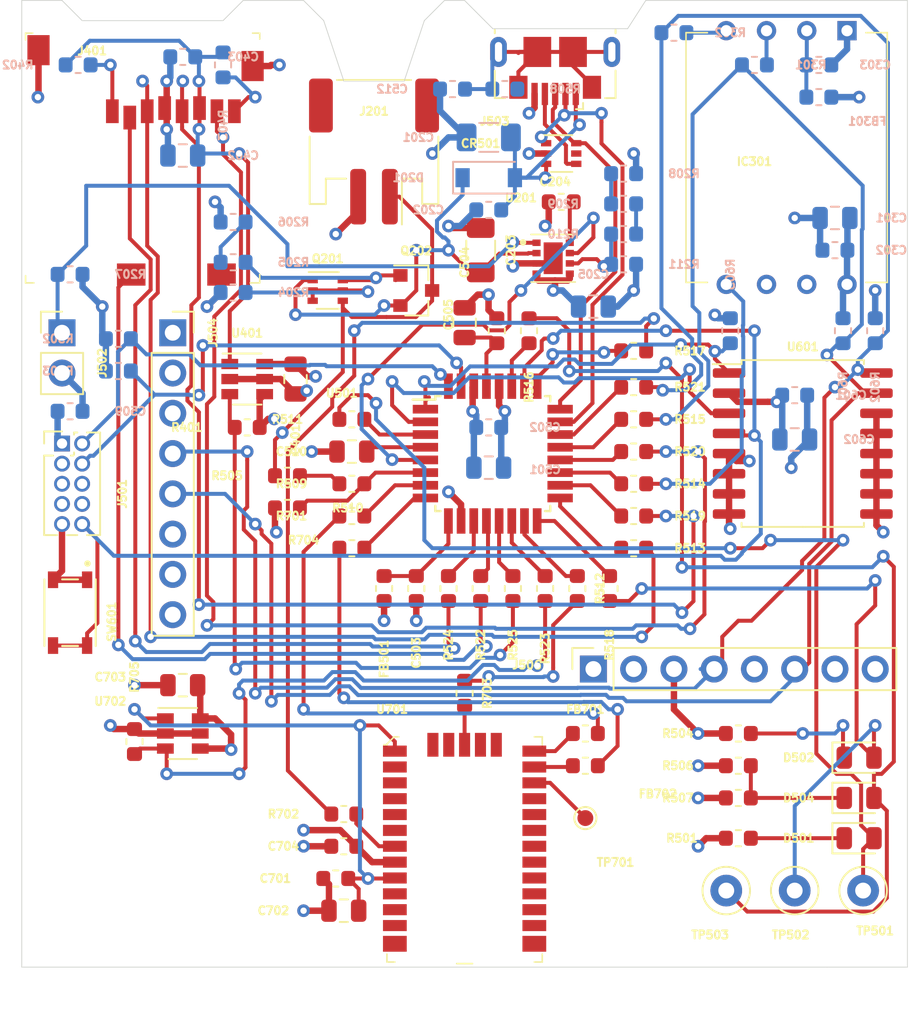
<source format=kicad_pcb>
(kicad_pcb (version 20171130) (host pcbnew "(5.1.2)-2")
  (layers (0 F.Cu signal) (1 In1.Cu signal hide) (2 In2.Cu signal hide) (31 B.Cu signal) (34 B.Paste user) (35 F.Paste user) (36 B.SilkS user) (37 F.SilkS user) (38 B.Mask user) (39 F.Mask user) (44 Edge.Cuts user))
  (net 0 "")
  (net 1 GND)
  (net 2 /SapphireMini_Proc/VBUS)
  (net 3 "Net-(C203-Pad1)")
  (net 4 "Net-(C204-Pad1)")
  (net 5 /P3V3)
  (net 6 "Net-(C303-Pad1)")
  (net 7 "Net-(C402-Pad1)")
  (net 8 "Net-(C503-Pad1)")
  (net 9 "Net-(C504-Pad1)")
  (net 10 /SapphireMini_Proc/AREF)
  (net 11 "Net-(C512-Pad1)")
  (net 12 "Net-(C701-Pad1)")
  (net 13 /SapphireMini_Proc/D+)
  (net 14 "Net-(CR501-Pad4)")
  (net 15 "Net-(CR501-Pad5)")
  (net 16 /SapphireMini_Proc/D-)
  (net 17 /SapphireMini_Proc/RED_LED)
  (net 18 "Net-(D501-Pad1)")
  (net 19 /SapphireMini_Proc/RED_LED2)
  (net 20 "Net-(D502-Pad1)")
  (net 21 /SapphireMini_Proc/GREEN_LED)
  (net 22 "Net-(D504-Pad1)")
  (net 23 "Net-(FB701-Pad2)")
  (net 24 "Net-(FB701-Pad1)")
  (net 25 "Net-(FB702-Pad2)")
  (net 26 "Net-(FB702-Pad1)")
  (net 27 "Net-(IC301-Pad7)")
  (net 28 "Net-(IC301-Pad6)")
  (net 29 /SapphireMini_DLHR/DLHR_EOC)
  (net 30 "Net-(IC301-Pad4)")
  (net 31 "Net-(IC301-Pad3)")
  (net 32 /SapphireMini_Power/VBAT)
  (net 33 /SapphireMini_Proc/SD_CD)
  (net 34 "Net-(J401-Pad8)")
  (net 35 /SapphireMini_Proc/SPI_MISO)
  (net 36 /SapphireMini_Proc/SPI_SCK)
  (net 37 /SapphireMini_Proc/SPI_MOSI)
  (net 38 /SapphireMini_Proc/SD_CS)
  (net 39 "Net-(J401-Pad1)")
  (net 40 /SapphireMini_DS3231/RESET)
  (net 41 "Net-(J501-Pad8)")
  (net 42 "Net-(J501-Pad7)")
  (net 43 "Net-(J501-Pad6)")
  (net 44 /SapphireMini_Proc/SWCLK)
  (net 45 /SapphireMini_Proc/SWDIO)
  (net 46 /SapphireMini_Proc/RS232_RXD5)
  (net 47 /SapphireMini_GNSS/RS232_RXD)
  (net 48 /SapphireMini_Proc/VBAT_MON)
  (net 49 /SapphireMini_Power/PWR_GOOD)
  (net 50 /SapphireMini_Proc/LOCAL_PPS)
  (net 51 /SapphireMini_DS3231/32KHz)
  (net 52 /SapphireMini_GNSS/TIMEMARK)
  (net 53 /SapphireMini_GNSS/GNSS_PWR)
  (net 54 /SapphireMini_Proc/SD_PWR)
  (net 55 /SapphireMini_DLHR/I2C_SCL)
  (net 56 /SapphireMini_DLHR/I2C_SDA)
  (net 57 /SapphireMini_Power/VBAT_EN)
  (net 58 /SapphireMini_GNSS/~GNSS_GO2SLEEP)
  (net 59 "Net-(Q201-Pad6)")
  (net 60 "Net-(Q201-Pad2)")
  (net 61 "Net-(R205-Pad2)")
  (net 62 "Net-(R208-Pad2)")
  (net 63 "Net-(R209-Pad2)")
  (net 64 "Net-(R210-Pad2)")
  (net 65 "Net-(R505-Pad2)")
  (net 66 "Net-(R702-Pad1)")
  (net 67 "Net-(R703-Pad2)")
  (net 68 "Net-(TP701-Pad1)")
  (net 69 "Net-(U701-Pad28)")
  (net 70 "Net-(U701-Pad23)")
  (net 71 "Net-(U701-Pad20)")
  (net 72 "Net-(U701-Pad16)")
  (net 73 "Net-(U701-Pad6)")
  (net 74 "Net-(U701-Pad3)")
  (net 75 "Net-(U701-Pad2)")
  (net 76 "Net-(J504-Pad8)")
  (net 77 "Net-(J504-Pad7)")
  (net 78 "Net-(J504-Pad6)")
  (net 79 "Net-(J504-Pad2)")
  (net 80 "Net-(J506-Pad8)")
  (net 81 "Net-(J506-Pad7)")
  (net 82 "Net-(J506-Pad5)")
  (net 83 "Net-(J506-Pad2)")
  (net 84 "Net-(R511-Pad1)")
  (net 85 "Net-(R512-Pad1)")
  (net 86 "Net-(R513-Pad1)")
  (net 87 "Net-(R514-Pad1)")
  (net 88 "Net-(R515-Pad1)")
  (net 89 "Net-(R516-Pad1)")
  (net 90 "Net-(R517-Pad1)")
  (net 91 "Net-(R518-Pad1)")
  (net 92 "Net-(R519-Pad1)")
  (net 93 "Net-(R520-Pad1)")
  (net 94 "Net-(R521-Pad1)")
  (net 95 "Net-(R522-Pad1)")
  (net 96 "Net-(R523-Pad1)")
  (net 97 "Net-(R524-Pad1)")
  (net 98 "Net-(R525-Pad1)")
  (module LED_SMD:LED_0805_2012Metric (layer F.Cu) (at 129.032 113.792)
    (fp_text reference D502 (at -3.81 0) (layer F.SilkS) (effects (font (size 0.508 0.508) (thickness 0.127))))
    (fp_text value "RED LED")
    (pad 2 smd roundrect (at 0.9375 0) (size 0.975 1.4) (layers F.Cu F.Paste F.Mask) (net 19 /SapphireMini_Proc/RED_LED2))
    (pad 1 smd roundrect (at -0.9375 0) (size 0.975 1.4) (layers F.Cu F.Paste F.Mask) (net 20 "Net-(D502-Pad1)"))
  )
  (module TestPoint:TestPoint_Loop_D2.50mm_Drill1.0mm (layer F.Cu) (at 120.65 122.174 180)
    (fp_text reference TP503 (at 1.016 -2.794) (layer F.SilkS) (effects (font (size 0.508 0.508) (thickness 0.127))))
    (fp_text value TestPoint)
    (pad 1 thru_hole circle (at 0 0 180) (size 2 2) (drill 1) (layers *.Cu *.Mask) (net 21 /SapphireMini_Proc/GREEN_LED))
  )
  (module TestPoint:TestPoint_Loop_D2.50mm_Drill1.0mm (layer F.Cu) (at 124.968 122.174 180)
    (fp_text reference TP502 (at 0.254 -2.794) (layer F.SilkS) (effects (font (size 0.508 0.508) (thickness 0.127))))
    (fp_text value TestPoint)
    (pad 1 thru_hole circle (at 0 0 180) (size 2 2) (drill 1) (layers *.Cu *.Mask) (net 19 /SapphireMini_Proc/RED_LED2))
  )
  (module TestPoint:TestPoint_Loop_D2.50mm_Drill1.0mm (layer F.Cu) (at 129.286 122.174 180)
    (fp_text reference TP501 (at -0.762 -2.54) (layer F.SilkS) (effects (font (size 0.508 0.508) (thickness 0.127))))
    (fp_text value TestPoint)
    (pad 1 thru_hole circle (at 0 0 180) (size 2 2) (drill 1) (layers *.Cu *.Mask) (net 17 /SapphireMini_Proc/RED_LED))
  )
  (module Resistor_SMD:R_0603_1608Metric (layer F.Cu) (at 107.188 103.124 270)
    (fp_text reference R525 (at 3.556 0 90) (layer F.SilkS) (effects (font (size 0.508 0.508) (thickness 0.127))))
    (fp_text value 47)
    (pad 2 smd roundrect (at 0.7875 0 270) (size 0.875 0.95) (layers F.Cu F.Paste F.Mask) (net 54 /SapphireMini_Proc/SD_PWR))
    (pad 1 smd roundrect (at -0.7875 0 270) (size 0.875 0.95) (layers F.Cu F.Paste F.Mask) (net 98 "Net-(R525-Pad1)"))
  )
  (module Resistor_SMD:R_0603_1608Metric (layer F.Cu) (at 103.124 103.124 270)
    (fp_text reference R524 (at 3.556 0 90) (layer F.SilkS) (effects (font (size 0.508 0.508) (thickness 0.127))))
    (fp_text value 47)
    (pad 2 smd roundrect (at 0.7875 0 270) (size 0.875 0.95) (layers F.Cu F.Paste F.Mask) (net 38 /SapphireMini_Proc/SD_CS))
    (pad 1 smd roundrect (at -0.7875 0 270) (size 0.875 0.95) (layers F.Cu F.Paste F.Mask) (net 97 "Net-(R524-Pad1)"))
  )
  (module Resistor_SMD:R_0603_1608Metric (layer F.Cu) (at 109.22 103.124 270)
    (fp_text reference R523 (at 3.7845 0 90) (layer F.SilkS) (effects (font (size 0.508 0.508) (thickness 0.127))))
    (fp_text value 47)
    (pad 2 smd roundrect (at 0.7875 0 270) (size 0.875 0.95) (layers F.Cu F.Paste F.Mask) (net 53 /SapphireMini_GNSS/GNSS_PWR))
    (pad 1 smd roundrect (at -0.7875 0 270) (size 0.875 0.95) (layers F.Cu F.Paste F.Mask) (net 96 "Net-(R523-Pad1)"))
  )
  (module Resistor_SMD:R_0603_1608Metric (layer F.Cu) (at 105.156 103.124 270)
    (fp_text reference R522 (at 3.556 0 90) (layer F.SilkS) (effects (font (size 0.508 0.508) (thickness 0.127))))
    (fp_text value 47)
    (pad 2 smd roundrect (at 0.7875 0 270) (size 0.875 0.95) (layers F.Cu F.Paste F.Mask) (net 33 /SapphireMini_Proc/SD_CD))
    (pad 1 smd roundrect (at -0.7875 0 270) (size 0.875 0.95) (layers F.Cu F.Paste F.Mask) (net 95 "Net-(R522-Pad1)"))
  )
  (module Resistor_SMD:R_0603_1608Metric (layer F.Cu) (at 114.808 90.424)
    (fp_text reference R521 (at 3.556 0) (layer F.SilkS) (effects (font (size 0.508 0.508) (thickness 0.127))))
    (fp_text value 47)
    (pad 2 smd roundrect (at 0.7875 0) (size 0.875 0.95) (layers F.Cu F.Paste F.Mask) (net 55 /SapphireMini_DLHR/I2C_SCL))
    (pad 1 smd roundrect (at -0.7875 0) (size 0.875 0.95) (layers F.Cu F.Paste F.Mask) (net 94 "Net-(R521-Pad1)"))
  )
  (module Resistor_SMD:R_0603_1608Metric (layer F.Cu) (at 114.808 94.488)
    (fp_text reference R520 (at 3.556 0) (layer F.SilkS) (effects (font (size 0.508 0.508) (thickness 0.127))))
    (fp_text value 47)
    (pad 2 smd roundrect (at 0.7875 0) (size 0.875 0.95) (layers F.Cu F.Paste F.Mask) (net 35 /SapphireMini_Proc/SPI_MISO))
    (pad 1 smd roundrect (at -0.7875 0) (size 0.875 0.95) (layers F.Cu F.Paste F.Mask) (net 93 "Net-(R520-Pad1)"))
  )
  (module Resistor_SMD:R_0603_1608Metric (layer F.Cu) (at 114.808 98.552)
    (fp_text reference R519 (at 3.556 0) (layer F.SilkS) (effects (font (size 0.508 0.508) (thickness 0.127))))
    (fp_text value 47)
    (pad 2 smd roundrect (at 0.7875 0) (size 0.875 0.95) (layers F.Cu F.Paste F.Mask) (net 36 /SapphireMini_Proc/SPI_SCK))
    (pad 1 smd roundrect (at -0.7875 0) (size 0.875 0.95) (layers F.Cu F.Paste F.Mask) (net 92 "Net-(R519-Pad1)"))
  )
  (module Resistor_SMD:R_0603_1608Metric (layer F.Cu) (at 113.284 103.124 270)
    (fp_text reference R518 (at 3.556 0 90) (layer F.SilkS) (effects (font (size 0.508 0.508) (thickness 0.127))))
    (fp_text value 47)
    (pad 2 smd roundrect (at 0.7875 0 270) (size 0.875 0.95) (layers F.Cu F.Paste F.Mask) (net 19 /SapphireMini_Proc/RED_LED2))
    (pad 1 smd roundrect (at -0.7875 0 270) (size 0.875 0.95) (layers F.Cu F.Paste F.Mask) (net 91 "Net-(R518-Pad1)"))
  )
  (module Resistor_SMD:R_0603_1608Metric (layer F.Cu) (at 114.808 88.138)
    (fp_text reference R517 (at 3.556 0) (layer F.SilkS) (effects (font (size 0.508 0.508) (thickness 0.127))))
    (fp_text value 47)
    (pad 2 smd roundrect (at 0.7875 0) (size 0.875 0.95) (layers F.Cu F.Paste F.Mask) (net 58 /SapphireMini_GNSS/~GNSS_GO2SLEEP))
    (pad 1 smd roundrect (at -0.7875 0) (size 0.875 0.95) (layers F.Cu F.Paste F.Mask) (net 90 "Net-(R517-Pad1)"))
  )
  (module Resistor_SMD:R_0603_1608Metric (layer F.Cu) (at 108.204 86.868 90)
    (fp_text reference R516 (at -3.556 0 90) (layer F.SilkS) (effects (font (size 0.508 0.508) (thickness 0.127))))
    (fp_text value 47)
    (pad 2 smd roundrect (at 0.7875 0 90) (size 0.875 0.95) (layers F.Cu F.Paste F.Mask) (net 21 /SapphireMini_Proc/GREEN_LED))
    (pad 1 smd roundrect (at -0.7875 0 90) (size 0.875 0.95) (layers F.Cu F.Paste F.Mask) (net 89 "Net-(R516-Pad1)"))
  )
  (module Resistor_SMD:R_0603_1608Metric (layer F.Cu) (at 114.808 92.456)
    (fp_text reference R515 (at 3.556 0) (layer F.SilkS) (effects (font (size 0.508 0.508) (thickness 0.127))))
    (fp_text value 47)
    (pad 2 smd roundrect (at 0.7875 0) (size 0.875 0.95) (layers F.Cu F.Paste F.Mask) (net 56 /SapphireMini_DLHR/I2C_SDA))
    (pad 1 smd roundrect (at -0.7875 0) (size 0.875 0.95) (layers F.Cu F.Paste F.Mask) (net 88 "Net-(R515-Pad1)"))
  )
  (module Resistor_SMD:R_0603_1608Metric (layer F.Cu) (at 114.808 96.52)
    (fp_text reference R514 (at 3.556 0) (layer F.SilkS) (effects (font (size 0.508 0.508) (thickness 0.127))))
    (fp_text value 47)
    (pad 2 smd roundrect (at 0.7875 0) (size 0.875 0.95) (layers F.Cu F.Paste F.Mask) (net 29 /SapphireMini_DLHR/DLHR_EOC))
    (pad 1 smd roundrect (at -0.7875 0) (size 0.875 0.95) (layers F.Cu F.Paste F.Mask) (net 87 "Net-(R514-Pad1)"))
  )
  (module Resistor_SMD:R_0603_1608Metric (layer F.Cu) (at 114.808 100.584)
    (fp_text reference R513 (at 3.556 0) (layer F.SilkS) (effects (font (size 0.508 0.508) (thickness 0.127))))
    (fp_text value 47)
    (pad 2 smd roundrect (at 0.7875 0) (size 0.875 0.95) (layers F.Cu F.Paste F.Mask) (net 37 /SapphireMini_Proc/SPI_MOSI))
    (pad 1 smd roundrect (at -0.7875 0) (size 0.875 0.95) (layers F.Cu F.Paste F.Mask) (net 86 "Net-(R513-Pad1)"))
  )
  (module Resistor_SMD:R_0603_1608Metric (layer F.Cu) (at 111.252 103.124 270)
    (fp_text reference R512 (at 0 -1.43 90) (layer F.SilkS) (effects (font (size 0.508 0.508) (thickness 0.127))))
    (fp_text value 47)
    (pad 2 smd roundrect (at 0.7875 0 270) (size 0.875 0.95) (layers F.Cu F.Paste F.Mask) (net 52 /SapphireMini_GNSS/TIMEMARK))
    (pad 1 smd roundrect (at -0.7875 0 270) (size 0.875 0.95) (layers F.Cu F.Paste F.Mask) (net 85 "Net-(R512-Pad1)"))
  )
  (module Resistor_SMD:R_0603_1608Metric (layer F.Cu) (at 97.028 92.456 180)
    (fp_text reference R511 (at 4.064 0) (layer F.SilkS) (effects (font (size 0.508 0.508) (thickness 0.127))))
    (fp_text value 47)
    (pad 2 smd roundrect (at 0.7875 0 180) (size 0.875 0.95) (layers F.Cu F.Paste F.Mask) (net 17 /SapphireMini_Proc/RED_LED))
    (pad 1 smd roundrect (at -0.7875 0 180) (size 0.875 0.95) (layers F.Cu F.Paste F.Mask) (net 84 "Net-(R511-Pad1)"))
  )
  (module Connector_PinSocket_2.54mm:PinSocket_1x08_P2.54mm_Vertical (layer F.Cu) (at 85.725 86.995)
    (fp_text reference J504 (at 2.54 0 90) (layer F.SilkS) (effects (font (size 0.508 0.508) (thickness 0.127))))
    (fp_text value Conn_01x08_Male)
    (pad 8 thru_hole oval (at 0 17.78) (size 1.7 1.7) (drill 1) (layers *.Cu *.Mask) (net 76 "Net-(J504-Pad8)"))
    (pad 7 thru_hole oval (at 0 15.24) (size 1.7 1.7) (drill 1) (layers *.Cu *.Mask) (net 77 "Net-(J504-Pad7)"))
    (pad 6 thru_hole oval (at 0 12.7) (size 1.7 1.7) (drill 1) (layers *.Cu *.Mask) (net 78 "Net-(J504-Pad6)"))
    (pad 5 thru_hole oval (at 0 10.16) (size 1.7 1.7) (drill 1) (layers *.Cu *.Mask) (net 56 /SapphireMini_DLHR/I2C_SDA))
    (pad 4 thru_hole oval (at 0 7.62) (size 1.7 1.7) (drill 1) (layers *.Cu *.Mask) (net 55 /SapphireMini_DLHR/I2C_SCL))
    (pad 3 thru_hole oval (at 0 5.08) (size 1.7 1.7) (drill 1) (layers *.Cu *.Mask) (net 1 GND))
    (pad 2 thru_hole oval (at 0 2.54) (size 1.7 1.7) (drill 1) (layers *.Cu *.Mask) (net 79 "Net-(J504-Pad2)"))
    (pad 1 thru_hole rect (at 0 0) (size 1.7 1.7) (drill 1) (layers *.Cu *.Mask) (net 5 /P3V3))
  )
  (module Connector_PinSocket_2.54mm:PinSocket_1x08_P2.54mm_Vertical (layer F.Cu) (at 112.268 108.204 90)
    (fp_text reference J506 (at 0.254 -4.191 180) (layer F.SilkS) (effects (font (size 0.508 0.508) (thickness 0.127))))
    (fp_text value Conn_01x08_Male)
    (pad 8 thru_hole oval (at 0 17.78 90) (size 1.7 1.7) (drill 1) (layers *.Cu *.Mask) (net 80 "Net-(J506-Pad8)"))
    (pad 7 thru_hole oval (at 0 15.24 90) (size 1.7 1.7) (drill 1) (layers *.Cu *.Mask) (net 81 "Net-(J506-Pad7)"))
    (pad 6 thru_hole oval (at 0 12.7 90) (size 1.7 1.7) (drill 1) (layers *.Cu *.Mask) (net 56 /SapphireMini_DLHR/I2C_SDA))
    (pad 5 thru_hole oval (at 0 10.16 90) (size 1.7 1.7) (drill 1) (layers *.Cu *.Mask) (net 82 "Net-(J506-Pad5)"))
    (pad 4 thru_hole oval (at 0 7.62 90) (size 1.7 1.7) (drill 1) (layers *.Cu *.Mask) (net 55 /SapphireMini_DLHR/I2C_SCL))
    (pad 3 thru_hole oval (at 0 5.08 90) (size 1.7 1.7) (drill 1) (layers *.Cu *.Mask) (net 1 GND))
    (pad 2 thru_hole oval (at 0 2.54 90) (size 1.7 1.7) (drill 1) (layers *.Cu *.Mask) (net 83 "Net-(J506-Pad2)"))
    (pad 1 thru_hole rect (at 0 0 90) (size 1.7 1.7) (drill 1) (layers *.Cu *.Mask) (net 5 /P3V3))
  )
  (module Capacitor_SMD:C_0603_1608Metric (layer F.Cu) (at 96.52 119.38 180)
    (fp_text reference C704 (at 3.81 0) (layer F.SilkS) (effects (font (size 0.508 0.508) (thickness 0.127))))
    (fp_text value 100nF)
    (pad 2 smd roundrect (at 0.7875 0 180) (size 0.875 0.95) (layers F.Cu F.Paste F.Mask) (net 1 GND))
    (pad 1 smd roundrect (at -0.7875 0 180) (size 0.875 0.95) (layers F.Cu F.Paste F.Mask) (net 5 /P3V3))
  )
  (module Capacitor_SMD:C_0603_1608Metric (layer B.Cu) (at 126.492 70.104)
    (fp_text reference C303 (at 3.556 0 180) (layer B.SilkS) (effects (font (size 0.508 0.508) (thickness 0.127)) (justify mirror)))
    (fp_text value 100nF)
    (pad 2 smd roundrect (at 0.7875 0) (size 0.875 0.95) (layers B.Cu B.Paste B.Mask) (net 1 GND))
    (pad 1 smd roundrect (at -0.7875 0) (size 0.875 0.95) (layers B.Cu B.Paste B.Mask) (net 6 "Net-(C303-Pad1)"))
  )
  (module TestPoint:TestPoint_Pad_D1.0mm (layer F.Cu) (at 111.76 117.602)
    (fp_text reference TP701 (at 1.905 2.794) (layer F.SilkS) (effects (font (size 0.508 0.508) (thickness 0.127))))
    (fp_text value SAFEBOOT)
    (pad 1 smd circle (at 0 0) (size 1 1) (layers F.Cu F.Mask) (net 68 "Net-(TP701-Pad1)"))
  )
  (module Connector_PinHeader_2.54mm:PinHeader_1x02_P2.54mm_Vertical (layer F.Cu) (at 78.74 86.995)
    (fp_text reference J502 (at 2.54 1.905 90) (layer F.SilkS) (effects (font (size 0.508 0.508) (thickness 0.127))))
    (fp_text value Conn_01x02_Male)
    (pad 2 thru_hole oval (at 0 2.54) (size 1.7 1.7) (drill 1) (layers *.Cu *.Mask) (net 1 GND))
    (pad 1 thru_hole rect (at 0 0) (size 1.7 1.7) (drill 1) (layers *.Cu *.Mask) (net 57 /SapphireMini_Power/VBAT_EN))
  )
  (module Package_TO_SOT_SMD:SOT-23-6 (layer F.Cu) (at 86.36 112.268)
    (fp_text reference U702 (at -4.572 -2.032) (layer F.SilkS) (effects (font (size 0.508 0.508) (thickness 0.127))))
    (fp_text value TPS22929D)
    (pad 5 smd rect (at 1.1 0) (size 1.06 0.65) (layers F.Cu F.Paste F.Mask) (net 1 GND))
    (pad 6 smd rect (at 1.1 -0.95) (size 1.06 0.65) (layers F.Cu F.Paste F.Mask) (net 5 /P3V3))
    (pad 4 smd rect (at 1.1 0.95) (size 1.06 0.65) (layers F.Cu F.Paste F.Mask) (net 5 /P3V3))
    (pad 3 smd rect (at -1.1 0.95) (size 1.06 0.65) (layers F.Cu F.Paste F.Mask) (net 53 /SapphireMini_GNSS/GNSS_PWR))
    (pad 2 smd rect (at -1.1 0) (size 1.06 0.65) (layers F.Cu F.Paste F.Mask) (net 1 GND))
    (pad 1 smd rect (at -1.1 -0.95) (size 1.06 0.65) (layers F.Cu F.Paste F.Mask) (net 12 "Net-(C701-Pad1)"))
  )
  (module digikey-footprints:GPS_Module_CAM-M8C-0 (layer F.Cu) (at 104.14 119.38)
    (fp_text reference U701 (at -4.572 -8.636) (layer F.SilkS) (effects (font (size 0.508 0.508) (thickness 0.127))))
    (fp_text value CAM-M8C-0-10)
    (pad 31 smd rect (at -2 -6.4) (size 0.7 1.5) (layers F.Cu F.Paste F.Mask) (net 1 GND))
    (pad 30 smd rect (at -1 -6.4) (size 0.7 1.5) (layers F.Cu F.Paste F.Mask) (net 1 GND))
    (pad 29 smd rect (at 0 -6.4) (size 0.7 1.5) (layers F.Cu F.Paste F.Mask) (net 67 "Net-(R703-Pad2)"))
    (pad 28 smd rect (at 1 -6.4) (size 0.7 1.5) (layers F.Cu F.Paste F.Mask) (net 69 "Net-(U701-Pad28)"))
    (pad 27 smd rect (at 2 -6.4) (size 0.7 1.5) (layers F.Cu F.Paste F.Mask) (net 1 GND))
    (pad 26 smd rect (at 4.4 -6) (size 1.5 0.7) (layers F.Cu F.Paste F.Mask) (net 24 "Net-(FB701-Pad1)"))
    (pad 25 smd rect (at 4.4 -5) (size 1.5 0.7) (layers F.Cu F.Paste F.Mask) (net 25 "Net-(FB702-Pad2)"))
    (pad 24 smd rect (at 4.4 -4) (size 1.5 0.7) (layers F.Cu F.Paste F.Mask) (net 68 "Net-(TP701-Pad1)"))
    (pad 23 smd rect (at 4.4 -3) (size 1.5 0.7) (layers F.Cu F.Paste F.Mask) (net 70 "Net-(U701-Pad23)"))
    (pad 22 smd rect (at 4.4 -2) (size 1.5 0.7) (layers F.Cu F.Paste F.Mask) (net 1 GND))
    (pad 21 smd rect (at 4.4 -1) (size 1.5 0.7) (layers F.Cu F.Paste F.Mask) (net 1 GND))
    (pad 20 smd rect (at 4.4 0) (size 1.5 0.7) (layers F.Cu F.Paste F.Mask) (net 71 "Net-(U701-Pad20)"))
    (pad 19 smd rect (at 4.4 1) (size 1.5 0.7) (layers F.Cu F.Paste F.Mask) (net 1 GND))
    (pad 18 smd rect (at 4.4 2) (size 1.5 0.7) (layers F.Cu F.Paste F.Mask) (net 1 GND))
    (pad 17 smd rect (at 4.4 3) (size 1.5 0.7) (layers F.Cu F.Paste F.Mask) (net 72 "Net-(U701-Pad16)"))
    (pad 16 smd rect (at 4.4 4) (size 1.5 0.7) (layers F.Cu F.Paste F.Mask) (net 72 "Net-(U701-Pad16)"))
    (pad 15 smd rect (at 4.4 5) (size 1.5 0.7) (layers F.Cu F.Paste F.Mask) (net 1 GND))
    (pad 14 smd rect (at 4.4 6.15) (size 1.5 1) (layers F.Cu F.Paste F.Mask) (net 1 GND))
    (pad 13 smd rect (at -4.4 6.15) (size 1.5 1) (layers F.Cu F.Paste F.Mask) (net 1 GND))
    (pad 12 smd rect (at -4.4 5) (size 1.5 0.7) (layers F.Cu F.Paste F.Mask) (net 1 GND))
    (pad 11 smd rect (at -4.4 4) (size 1.5 0.7) (layers F.Cu F.Paste F.Mask) (net 1 GND))
    (pad 10 smd rect (at -4.4 3) (size 1.5 0.7) (layers F.Cu F.Paste F.Mask) (net 1 GND))
    (pad 9 smd rect (at -4.4 2) (size 1.5 0.7) (layers F.Cu F.Paste F.Mask) (net 12 "Net-(C701-Pad1)"))
    (pad 8 smd rect (at -4.4 1) (size 1.5 0.7) (layers F.Cu F.Paste F.Mask) (net 5 /P3V3))
    (pad 7 smd rect (at -4.4 0) (size 1.5 0.7) (layers F.Cu F.Paste F.Mask) (net 66 "Net-(R702-Pad1)"))
    (pad 6 smd rect (at -4.4 -1) (size 1.5 0.7) (layers F.Cu F.Paste F.Mask) (net 73 "Net-(U701-Pad6)"))
    (pad 5 smd rect (at -4.4 -2) (size 1.5 0.7) (layers F.Cu F.Paste F.Mask) (net 1 GND))
    (pad 4 smd rect (at -4.4 -3) (size 1.5 0.7) (layers F.Cu F.Paste F.Mask) (net 1 GND))
    (pad 3 smd rect (at -4.4 -4) (size 1.5 0.7) (layers F.Cu F.Paste F.Mask) (net 74 "Net-(U701-Pad3)"))
    (pad 2 smd rect (at -4.4 -5) (size 1.5 0.7) (layers F.Cu F.Paste F.Mask) (net 75 "Net-(U701-Pad2)"))
    (pad 1 smd rect (at -4.4 -6) (size 1.5 0.7) (layers F.Cu F.Paste F.Mask) (net 12 "Net-(C701-Pad1)"))
  )
  (module Package_SO:SOIC-16W_7.5x10.3mm_P1.27mm (layer F.Cu) (at 125.476 93.98)
    (fp_text reference U601 (at 0 -6.1) (layer F.SilkS) (effects (font (size 0.508 0.508) (thickness 0.127))))
    (fp_text value DS3231S)
    (pad 16 smd roundrect (at 4.65 -4.445) (size 2.05 0.6) (layers F.Cu F.Paste F.Mask) (net 55 /SapphireMini_DLHR/I2C_SCL))
    (pad 15 smd roundrect (at 4.65 -3.175) (size 2.05 0.6) (layers F.Cu F.Paste F.Mask) (net 56 /SapphireMini_DLHR/I2C_SDA))
    (pad 14 smd roundrect (at 4.65 -1.905) (size 2.05 0.6) (layers F.Cu F.Paste F.Mask) (net 1 GND))
    (pad 13 smd roundrect (at 4.65 -0.635) (size 2.05 0.6) (layers F.Cu F.Paste F.Mask) (net 1 GND))
    (pad 12 smd roundrect (at 4.65 0.635) (size 2.05 0.6) (layers F.Cu F.Paste F.Mask) (net 1 GND))
    (pad 11 smd roundrect (at 4.65 1.905) (size 2.05 0.6) (layers F.Cu F.Paste F.Mask) (net 1 GND))
    (pad 10 smd roundrect (at 4.65 3.175) (size 2.05 0.6) (layers F.Cu F.Paste F.Mask) (net 1 GND))
    (pad 9 smd roundrect (at 4.65 4.445) (size 2.05 0.6) (layers F.Cu F.Paste F.Mask) (net 1 GND))
    (pad 8 smd roundrect (at -4.65 4.445) (size 2.05 0.6) (layers F.Cu F.Paste F.Mask) (net 1 GND))
    (pad 7 smd roundrect (at -4.65 3.175) (size 2.05 0.6) (layers F.Cu F.Paste F.Mask) (net 1 GND))
    (pad 6 smd roundrect (at -4.65 1.905) (size 2.05 0.6) (layers F.Cu F.Paste F.Mask) (net 1 GND))
    (pad 5 smd roundrect (at -4.65 0.635) (size 2.05 0.6) (layers F.Cu F.Paste F.Mask) (net 1 GND))
    (pad 4 smd roundrect (at -4.65 -0.635) (size 2.05 0.6) (layers F.Cu F.Paste F.Mask) (net 40 /SapphireMini_DS3231/RESET))
    (pad 3 smd roundrect (at -4.65 -1.905) (size 2.05 0.6) (layers F.Cu F.Paste F.Mask) (net 50 /SapphireMini_Proc/LOCAL_PPS))
    (pad 2 smd roundrect (at -4.65 -3.175) (size 2.05 0.6) (layers F.Cu F.Paste F.Mask) (net 5 /P3V3))
    (pad 1 smd roundrect (at -4.65 -4.445) (size 2.05 0.6) (layers F.Cu F.Paste F.Mask) (net 51 /SapphireMini_DS3231/32KHz))
  )
  (module Package_QFP:TQFP-32_7x7mm_P0.8mm (layer F.Cu) (at 105.918 94.615)
    (fp_text reference U501 (at -9.525 -3.81) (layer F.SilkS) (effects (font (size 0.508 0.508) (thickness 0.127))))
    (fp_text value ATSAMD21E18A-AUT)
    (pad 32 smd rect (at -2.8 -4.25 90) (size 1.6 0.55) (layers F.Cu F.Paste F.Mask) (net 45 /SapphireMini_Proc/SWDIO))
    (pad 31 smd rect (at -2 -4.25 90) (size 1.6 0.55) (layers F.Cu F.Paste F.Mask) (net 44 /SapphireMini_Proc/SWCLK))
    (pad 30 smd rect (at -1.2 -4.25 90) (size 1.6 0.55) (layers F.Cu F.Paste F.Mask) (net 5 /P3V3))
    (pad 29 smd rect (at -0.4 -4.25 90) (size 1.6 0.55) (layers F.Cu F.Paste F.Mask) (net 9 "Net-(C504-Pad1)"))
    (pad 28 smd rect (at 0.4 -4.25 90) (size 1.6 0.55) (layers F.Cu F.Paste F.Mask) (net 1 GND))
    (pad 27 smd rect (at 1.2 -4.25 90) (size 1.6 0.55) (layers F.Cu F.Paste F.Mask) (net 89 "Net-(R516-Pad1)"))
    (pad 26 smd rect (at 2 -4.25 90) (size 1.6 0.55) (layers F.Cu F.Paste F.Mask) (net 40 /SapphireMini_DS3231/RESET))
    (pad 25 smd rect (at 2.8 -4.25 90) (size 1.6 0.55) (layers F.Cu F.Paste F.Mask) (net 90 "Net-(R517-Pad1)"))
    (pad 24 smd rect (at 4.25 -2.8) (size 1.6 0.55) (layers F.Cu F.Paste F.Mask) (net 13 /SapphireMini_Proc/D+))
    (pad 23 smd rect (at 4.25 -2) (size 1.6 0.55) (layers F.Cu F.Paste F.Mask) (net 16 /SapphireMini_Proc/D-))
    (pad 22 smd rect (at 4.25 -1.2) (size 1.6 0.55) (layers F.Cu F.Paste F.Mask) (net 94 "Net-(R521-Pad1)"))
    (pad 21 smd rect (at 4.25 -0.4) (size 1.6 0.55) (layers F.Cu F.Paste F.Mask) (net 88 "Net-(R515-Pad1)"))
    (pad 20 smd rect (at 4.25 0.4) (size 1.6 0.55) (layers F.Cu F.Paste F.Mask) (net 93 "Net-(R520-Pad1)"))
    (pad 19 smd rect (at 4.25 1.2) (size 1.6 0.55) (layers F.Cu F.Paste F.Mask) (net 87 "Net-(R514-Pad1)"))
    (pad 18 smd rect (at 4.25 2) (size 1.6 0.55) (layers F.Cu F.Paste F.Mask) (net 92 "Net-(R519-Pad1)"))
    (pad 17 smd rect (at 4.25 2.8) (size 1.6 0.55) (layers F.Cu F.Paste F.Mask) (net 86 "Net-(R513-Pad1)"))
    (pad 16 smd rect (at 2.8 4.25 90) (size 1.6 0.55) (layers F.Cu F.Paste F.Mask) (net 91 "Net-(R518-Pad1)"))
    (pad 15 smd rect (at 2 4.25 90) (size 1.6 0.55) (layers F.Cu F.Paste F.Mask) (net 85 "Net-(R512-Pad1)"))
    (pad 14 smd rect (at 1.2 4.25 90) (size 1.6 0.55) (layers F.Cu F.Paste F.Mask) (net 96 "Net-(R523-Pad1)"))
    (pad 13 smd rect (at 0.4 4.25 90) (size 1.6 0.55) (layers F.Cu F.Paste F.Mask) (net 98 "Net-(R525-Pad1)"))
    (pad 12 smd rect (at -0.4 4.25 90) (size 1.6 0.55) (layers F.Cu F.Paste F.Mask) (net 95 "Net-(R522-Pad1)"))
    (pad 11 smd rect (at -1.2 4.25 90) (size 1.6 0.55) (layers F.Cu F.Paste F.Mask) (net 97 "Net-(R524-Pad1)"))
    (pad 10 smd rect (at -2 4.25 90) (size 1.6 0.55) (layers F.Cu F.Paste F.Mask) (net 1 GND))
    (pad 9 smd rect (at -2.8 4.25 90) (size 1.6 0.55) (layers F.Cu F.Paste F.Mask) (net 8 "Net-(C503-Pad1)"))
    (pad 8 smd rect (at -4.25 2.8) (size 1.6 0.55) (layers F.Cu F.Paste F.Mask) (net 46 /SapphireMini_Proc/RS232_RXD5))
    (pad 7 smd rect (at -4.25 2) (size 1.6 0.55) (layers F.Cu F.Paste F.Mask) (net 47 /SapphireMini_GNSS/RS232_RXD))
    (pad 6 smd rect (at -4.25 1.2) (size 1.6 0.55) (layers F.Cu F.Paste F.Mask) (net 48 /SapphireMini_Proc/VBAT_MON))
    (pad 5 smd rect (at -4.25 0.4) (size 1.6 0.55) (layers F.Cu F.Paste F.Mask) (net 49 /SapphireMini_Power/PWR_GOOD))
    (pad 4 smd rect (at -4.25 -0.4) (size 1.6 0.55) (layers F.Cu F.Paste F.Mask) (net 10 /SapphireMini_Proc/AREF))
    (pad 3 smd rect (at -4.25 -1.2) (size 1.6 0.55) (layers F.Cu F.Paste F.Mask) (net 84 "Net-(R511-Pad1)"))
    (pad 2 smd rect (at -4.25 -2) (size 1.6 0.55) (layers F.Cu F.Paste F.Mask) (net 50 /SapphireMini_Proc/LOCAL_PPS))
    (pad 1 smd rect (at -4.25 -2.8) (size 1.6 0.55) (layers F.Cu F.Paste F.Mask) (net 51 /SapphireMini_DS3231/32KHz))
  )
  (module Package_TO_SOT_SMD:SOT-23-6 (layer F.Cu) (at 90.424 89.916)
    (fp_text reference U401 (at 0 -2.9) (layer F.SilkS) (effects (font (size 0.508 0.508) (thickness 0.127))))
    (fp_text value TPS22929D)
    (pad 5 smd rect (at 1.1 0) (size 1.06 0.65) (layers F.Cu F.Paste F.Mask) (net 1 GND))
    (pad 6 smd rect (at 1.1 -0.95) (size 1.06 0.65) (layers F.Cu F.Paste F.Mask) (net 5 /P3V3))
    (pad 4 smd rect (at 1.1 0.95) (size 1.06 0.65) (layers F.Cu F.Paste F.Mask) (net 5 /P3V3))
    (pad 3 smd rect (at -1.1 0.95) (size 1.06 0.65) (layers F.Cu F.Paste F.Mask) (net 54 /SapphireMini_Proc/SD_PWR))
    (pad 2 smd rect (at -1.1 0) (size 1.06 0.65) (layers F.Cu F.Paste F.Mask) (net 1 GND))
    (pad 1 smd rect (at -1.1 -0.95) (size 1.06 0.65) (layers F.Cu F.Paste F.Mask) (net 7 "Net-(C402-Pad1)"))
  )
  (module geo_sci_SMU:TPS82130SILT (layer F.Cu) (at 109.728 82.296)
    (fp_text reference U201 (at -2.032 -3.81) (layer F.SilkS) (effects (font (size 0.508 0.508) (thickness 0.127))))
    (fp_text value TPS82150 hide)
    (pad 9 smd rect (at 0 0) (size 1.2 2) (layers F.Cu F.Paste F.Mask) (net 1 GND))
    (pad 8 smd rect (at 1.05 -0.975 90) (size 0.41 0.51) (layers F.Cu F.Paste F.Mask) (net 4 "Net-(C204-Pad1)"))
    (pad 7 smd rect (at 1.05 -0.325 90) (size 0.41 0.51) (layers F.Cu F.Paste F.Mask) (net 49 /SapphireMini_Power/PWR_GOOD))
    (pad 6 smd rect (at 1.05 0.325 90) (size 0.41 0.51) (layers F.Cu F.Paste F.Mask) (net 64 "Net-(R210-Pad2)"))
    (pad 5 smd rect (at 1.05 0.975 90) (size 0.41 0.51) (layers F.Cu F.Paste F.Mask) (net 5 /P3V3))
    (pad 4 smd rect (at -1.05 0.975 90) (size 0.41 0.51) (layers F.Cu F.Paste F.Mask) (net 5 /P3V3))
    (pad 3 smd rect (at -1.05 0.325 90) (size 0.41 0.51) (layers F.Cu F.Paste F.Mask) (net 1 GND))
    (pad 2 smd rect (at -1.05 -0.325 90) (size 0.41 0.51) (layers F.Cu F.Paste F.Mask) (net 3 "Net-(C203-Pad1)"))
    (pad 1 smd rect (at -1.05 -0.975 90) (size 0.41 0.51) (layers F.Cu F.Paste F.Mask) (net 57 /SapphireMini_Power/VBAT_EN))
  )
  (module SapphineMinimal:SW_PTS810_SJM_250_SMTR_LFS (layer F.Cu) (at 79.248 104.648 270)
    (fp_text reference SW601 (at 0.575 -2.635 90) (layer F.SilkS) (effects (font (size 0.508 0.508) (thickness 0.127))))
    (fp_text value SW_Push_Dual)
    (pad 4 smd rect (at 2.075 1.075 270) (size 1.05 0.65) (layers F.Cu F.Paste F.Mask) (net 40 /SapphireMini_DS3231/RESET))
    (pad 3 smd rect (at -2.075 1.075 270) (size 1.05 0.65) (layers F.Cu F.Paste F.Mask) (net 1 GND))
    (pad 2 smd rect (at 2.075 -1.075 270) (size 1.05 0.65) (layers F.Cu F.Paste F.Mask) (net 40 /SapphireMini_DS3231/RESET))
    (pad 1 smd rect (at -2.075 -1.075 270) (size 1.05 0.65) (layers F.Cu F.Paste F.Mask) (net 1 GND))
  )
  (module Resistor_SMD:R_0603_1608Metric (layer F.Cu) (at 83.312 112.776 270)
    (fp_text reference R705 (at -4.064 0 90) (layer F.SilkS) (effects (font (size 0.508 0.508) (thickness 0.127))))
    (fp_text value 100K)
    (pad 2 smd roundrect (at 0.7875 0 270) (size 0.875 0.95) (layers F.Cu F.Paste F.Mask) (net 53 /SapphireMini_GNSS/GNSS_PWR))
    (pad 1 smd roundrect (at -0.7875 0 270) (size 0.875 0.95) (layers F.Cu F.Paste F.Mask) (net 1 GND))
  )
  (module Resistor_SMD:R_0603_1608Metric (layer F.Cu) (at 97.028 100.584 180)
    (fp_text reference R704 (at 3.048 0.508) (layer F.SilkS) (effects (font (size 0.508 0.508) (thickness 0.127))))
    (fp_text value 47)
    (pad 2 smd roundrect (at 0.7875 0 180) (size 0.875 0.95) (layers F.Cu F.Paste F.Mask) (net 26 "Net-(FB702-Pad1)"))
    (pad 1 smd roundrect (at -0.7875 0 180) (size 0.875 0.95) (layers F.Cu F.Paste F.Mask) (net 46 /SapphireMini_Proc/RS232_RXD5))
  )
  (module Resistor_SMD:R_0603_1608Metric (layer F.Cu) (at 104.14 109.728 270)
    (fp_text reference R703 (at 0 -1.43 90) (layer F.SilkS) (effects (font (size 0.508 0.508) (thickness 0.127))))
    (fp_text value 47)
    (pad 2 smd roundrect (at 0.7875 0 270) (size 0.875 0.95) (layers F.Cu F.Paste F.Mask) (net 67 "Net-(R703-Pad2)"))
    (pad 1 smd roundrect (at -0.7875 0 270) (size 0.875 0.95) (layers F.Cu F.Paste F.Mask) (net 52 /SapphireMini_GNSS/TIMEMARK))
  )
  (module Resistor_SMD:R_0603_1608Metric (layer F.Cu) (at 96.52 117.348 180)
    (fp_text reference R702 (at 3.81 0) (layer F.SilkS) (effects (font (size 0.508 0.508) (thickness 0.127))))
    (fp_text value 47)
    (pad 2 smd roundrect (at 0.7875 0 180) (size 0.875 0.95) (layers F.Cu F.Paste F.Mask) (net 58 /SapphireMini_GNSS/~GNSS_GO2SLEEP))
    (pad 1 smd roundrect (at -0.7875 0 180) (size 0.875 0.95) (layers F.Cu F.Paste F.Mask) (net 66 "Net-(R702-Pad1)"))
  )
  (module Resistor_SMD:R_0603_1608Metric (layer F.Cu) (at 97.028 98.552)
    (fp_text reference R701 (at -3.81 0) (layer F.SilkS) (effects (font (size 0.508 0.508) (thickness 0.127))))
    (fp_text value 47)
    (pad 2 smd roundrect (at 0.7875 0) (size 0.875 0.95) (layers F.Cu F.Paste F.Mask) (net 47 /SapphireMini_GNSS/RS232_RXD))
    (pad 1 smd roundrect (at -0.7875 0) (size 0.875 0.95) (layers F.Cu F.Paste F.Mask) (net 23 "Net-(FB701-Pad2)"))
  )
  (module Resistor_SMD:R_0603_1608Metric (layer B.Cu) (at 120.904 86.868 270)
    (fp_text reference R603 (at -3.556 0 270) (layer B.SilkS) (effects (font (size 0.508 0.508) (thickness 0.127)) (justify mirror)))
    (fp_text value 47K5)
    (pad 2 smd roundrect (at 0.7875 0 270) (size 0.875 0.95) (layers B.Cu B.Paste B.Mask) (net 51 /SapphireMini_DS3231/32KHz))
    (pad 1 smd roundrect (at -0.7875 0 270) (size 0.875 0.95) (layers B.Cu B.Paste B.Mask) (net 5 /P3V3))
  )
  (module Resistor_SMD:R_0603_1608Metric (layer B.Cu) (at 130.048 86.868 270)
    (fp_text reference R602 (at 3.556 0 270) (layer B.SilkS) (effects (font (size 0.508 0.508) (thickness 0.127)) (justify mirror)))
    (fp_text value 47K5)
    (pad 2 smd roundrect (at 0.7875 0 270) (size 0.875 0.95) (layers B.Cu B.Paste B.Mask) (net 55 /SapphireMini_DLHR/I2C_SCL))
    (pad 1 smd roundrect (at -0.7875 0 270) (size 0.875 0.95) (layers B.Cu B.Paste B.Mask) (net 5 /P3V3))
  )
  (module Resistor_SMD:R_0603_1608Metric (layer B.Cu) (at 128.016 86.868 270)
    (fp_text reference R601 (at 3.556 0 270) (layer B.SilkS) (effects (font (size 0.508 0.508) (thickness 0.127)) (justify mirror)))
    (fp_text value 47K5)
    (pad 2 smd roundrect (at 0.7875 0 270) (size 0.875 0.95) (layers B.Cu B.Paste B.Mask) (net 56 /SapphireMini_DLHR/I2C_SDA))
    (pad 1 smd roundrect (at -0.7875 0 270) (size 0.875 0.95) (layers B.Cu B.Paste B.Mask) (net 5 /P3V3))
  )
  (module Resistor_SMD:R_0603_1608Metric (layer F.Cu) (at 92.964 98.044 180)
    (fp_text reference R510 (at -3.81 0) (layer F.SilkS) (effects (font (size 0.508 0.508) (thickness 0.127))))
    (fp_text value 47K5)
    (pad 2 smd roundrect (at 0.7875 0 180) (size 0.875 0.95) (layers F.Cu F.Paste F.Mask) (net 1 GND))
    (pad 1 smd roundrect (at -0.7875 0 180) (size 0.875 0.95) (layers F.Cu F.Paste F.Mask) (net 48 /SapphireMini_Proc/VBAT_MON))
  )
  (module Resistor_SMD:R_0603_1608Metric (layer F.Cu) (at 97.028 96.52)
    (fp_text reference R509 (at -3.81 0) (layer F.SilkS) (effects (font (size 0.508 0.508) (thickness 0.127))))
    (fp_text value 100k)
    (pad 2 smd roundrect (at 0.7875 0) (size 0.875 0.95) (layers F.Cu F.Paste F.Mask) (net 48 /SapphireMini_Proc/VBAT_MON))
    (pad 1 smd roundrect (at -0.7875 0) (size 0.875 0.95) (layers F.Cu F.Paste F.Mask) (net 65 "Net-(R505-Pad2)"))
  )
  (module Resistor_SMD:R_0603_1608Metric (layer B.Cu) (at 106.68 71.628 180)
    (fp_text reference R508 (at -3.81 0) (layer B.SilkS) (effects (font (size 0.508 0.508) (thickness 0.127)) (justify mirror)))
    (fp_text value 4K75)
    (pad 2 smd roundrect (at 0.7875 0 180) (size 0.875 0.95) (layers B.Cu B.Paste B.Mask) (net 11 "Net-(C512-Pad1)"))
    (pad 1 smd roundrect (at -0.7875 0 180) (size 0.875 0.95) (layers B.Cu B.Paste B.Mask) (net 1 GND))
  )
  (module Resistor_SMD:R_0603_1608Metric (layer F.Cu) (at 121.412 116.332 180)
    (fp_text reference R507 (at 3.81 0) (layer F.SilkS) (effects (font (size 0.508 0.508) (thickness 0.127))))
    (fp_text value 2k)
    (pad 2 smd roundrect (at 0.7875 0 180) (size 0.875 0.95) (layers F.Cu F.Paste F.Mask) (net 1 GND))
    (pad 1 smd roundrect (at -0.7875 0 180) (size 0.875 0.95) (layers F.Cu F.Paste F.Mask) (net 22 "Net-(D504-Pad1)"))
  )
  (module Resistor_SMD:R_0603_1608Metric (layer F.Cu) (at 121.412 114.3 180)
    (fp_text reference R506 (at 3.81 0) (layer F.SilkS) (effects (font (size 0.508 0.508) (thickness 0.127))))
    (fp_text value 2k)
    (pad 2 smd roundrect (at 0.7875 0 180) (size 0.875 0.95) (layers F.Cu F.Paste F.Mask) (net 1 GND))
    (pad 1 smd roundrect (at -0.7875 0 180) (size 0.875 0.95) (layers F.Cu F.Paste F.Mask) (net 22 "Net-(D504-Pad1)"))
  )
  (module Resistor_SMD:R_0603_1608Metric (layer F.Cu) (at 92.964 96.012)
    (fp_text reference R505 (at -3.81 0) (layer F.SilkS) (effects (font (size 0.508 0.508) (thickness 0.127))))
    (fp_text value 100k)
    (pad 2 smd roundrect (at 0.7875 0) (size 0.875 0.95) (layers F.Cu F.Paste F.Mask) (net 65 "Net-(R505-Pad2)"))
    (pad 1 smd roundrect (at -0.7875 0) (size 0.875 0.95) (layers F.Cu F.Paste F.Mask) (net 32 /SapphireMini_Power/VBAT))
  )
  (module Resistor_SMD:R_0603_1608Metric (layer F.Cu) (at 121.412 112.268 180)
    (fp_text reference R504 (at 3.81 0) (layer F.SilkS) (effects (font (size 0.508 0.508) (thickness 0.127))))
    (fp_text value 2k)
    (pad 2 smd roundrect (at 0.7875 0 180) (size 0.875 0.95) (layers F.Cu F.Paste F.Mask) (net 1 GND))
    (pad 1 smd roundrect (at -0.7875 0 180) (size 0.875 0.95) (layers F.Cu F.Paste F.Mask) (net 20 "Net-(D502-Pad1)"))
  )
  (module Resistor_SMD:R_0603_1608Metric (layer B.Cu) (at 82.296 89.408 180)
    (fp_text reference R503 (at 3.81 0) (layer B.SilkS) (effects (font (size 0.508 0.508) (thickness 0.127)) (justify mirror)))
    (fp_text value 47K5)
    (pad 2 smd roundrect (at 0.7875 0 180) (size 0.875 0.95) (layers B.Cu B.Paste B.Mask) (net 5 /P3V3))
    (pad 1 smd roundrect (at -0.7875 0 180) (size 0.875 0.95) (layers B.Cu B.Paste B.Mask) (net 44 /SapphireMini_Proc/SWCLK))
  )
  (module Resistor_SMD:R_0603_1608Metric (layer B.Cu) (at 82.296 87.376 180)
    (fp_text reference R502 (at 3.81 0) (layer B.SilkS) (effects (font (size 0.508 0.508) (thickness 0.127)) (justify mirror)))
    (fp_text value 47K5)
    (pad 2 smd roundrect (at 0.7875 0 180) (size 0.875 0.95) (layers B.Cu B.Paste B.Mask) (net 5 /P3V3))
    (pad 1 smd roundrect (at -0.7875 0 180) (size 0.875 0.95) (layers B.Cu B.Paste B.Mask) (net 45 /SapphireMini_Proc/SWDIO))
  )
  (module Resistor_SMD:R_0603_1608Metric (layer F.Cu) (at 121.412 118.872 180)
    (fp_text reference R501 (at 3.556 0) (layer F.SilkS) (effects (font (size 0.508 0.508) (thickness 0.127))))
    (fp_text value 2k)
    (pad 2 smd roundrect (at 0.7875 0 180) (size 0.875 0.95) (layers F.Cu F.Paste F.Mask) (net 1 GND))
    (pad 1 smd roundrect (at -0.7875 0 180) (size 0.875 0.95) (layers F.Cu F.Paste F.Mask) (net 18 "Net-(D501-Pad1)"))
  )
  (module Resistor_SMD:R_0603_1608Metric (layer B.Cu) (at 88.9 70.104 270)
    (fp_text reference R403 (at 3.81 0 90) (layer B.SilkS) (effects (font (size 0.508 0.508) (thickness 0.127)) (justify mirror)))
    (fp_text value 100k)
    (pad 2 smd roundrect (at 0.7875 0 270) (size 0.875 0.95) (layers B.Cu B.Paste B.Mask) (net 34 "Net-(J401-Pad8)"))
    (pad 1 smd roundrect (at -0.7875 0 270) (size 0.875 0.95) (layers B.Cu B.Paste B.Mask) (net 7 "Net-(C402-Pad1)"))
  )
  (module Resistor_SMD:R_0603_1608Metric (layer B.Cu) (at 79.756 70.104 180)
    (fp_text reference R402 (at 3.81 0 180) (layer B.SilkS) (effects (font (size 0.508 0.508) (thickness 0.127)) (justify mirror)))
    (fp_text value 100k)
    (pad 2 smd roundrect (at 0.7875 0 180) (size 0.875 0.95) (layers B.Cu B.Paste B.Mask) (net 7 "Net-(C402-Pad1)"))
    (pad 1 smd roundrect (at -0.7875 0 180) (size 0.875 0.95) (layers B.Cu B.Paste B.Mask) (net 39 "Net-(J401-Pad1)"))
  )
  (module Resistor_SMD:R_0603_1608Metric (layer F.Cu) (at 90.424 92.964 180)
    (fp_text reference R401 (at 3.81 0 180) (layer F.SilkS) (effects (font (size 0.508 0.508) (thickness 0.127))))
    (fp_text value 100k)
    (pad 2 smd roundrect (at 0.7875 0 180) (size 0.875 0.95) (layers F.Cu F.Paste F.Mask) (net 54 /SapphireMini_Proc/SD_PWR))
    (pad 1 smd roundrect (at -0.7875 0 180) (size 0.875 0.95) (layers F.Cu F.Paste F.Mask) (net 5 /P3V3))
  )
  (module Resistor_SMD:R_0603_1608Metric (layer B.Cu) (at 117.348 68.072 180)
    (fp_text reference R302 (at -3.556 0 180) (layer B.SilkS) (effects (font (size 0.508 0.508) (thickness 0.127)) (justify mirror)))
    (fp_text value 47)
    (pad 2 smd roundrect (at 0.7875 0 180) (size 0.875 0.95) (layers B.Cu B.Paste B.Mask) (net 55 /SapphireMini_DLHR/I2C_SCL))
    (pad 1 smd roundrect (at -0.7875 0 180) (size 0.875 0.95) (layers B.Cu B.Paste B.Mask) (net 30 "Net-(IC301-Pad4)"))
  )
  (module Resistor_SMD:R_0603_1608Metric (layer B.Cu) (at 122.428 70.104 180)
    (fp_text reference R301 (at -3.556 0 180) (layer B.SilkS) (effects (font (size 0.508 0.508) (thickness 0.127)) (justify mirror)))
    (fp_text value 47)
    (pad 2 smd roundrect (at 0.7875 0 180) (size 0.875 0.95) (layers B.Cu B.Paste B.Mask) (net 56 /SapphireMini_DLHR/I2C_SDA))
    (pad 1 smd roundrect (at -0.7875 0 180) (size 0.875 0.95) (layers B.Cu B.Paste B.Mask) (net 31 "Net-(IC301-Pad3)"))
  )
  (module Resistor_SMD:R_0603_1608Metric (layer B.Cu) (at 114.173 82.677)
    (fp_text reference R211 (at 3.81 0 180) (layer B.SilkS) (effects (font (size 0.508 0.508) (thickness 0.127)) (justify mirror)))
    (fp_text value 100k)
    (pad 2 smd roundrect (at 0.7875 0) (size 0.875 0.95) (layers B.Cu B.Paste B.Mask) (net 1 GND))
    (pad 1 smd roundrect (at -0.7875 0) (size 0.875 0.95) (layers B.Cu B.Paste B.Mask) (net 64 "Net-(R210-Pad2)"))
  )
  (module Resistor_SMD:R_0603_1608Metric (layer B.Cu) (at 114.173 80.772 180)
    (fp_text reference R210 (at 3.81 0 180) (layer B.SilkS) (effects (font (size 0.508 0.508) (thickness 0.127)) (justify mirror)))
    (fp_text value 100k)
    (pad 2 smd roundrect (at 0.7875 0 180) (size 0.875 0.95) (layers B.Cu B.Paste B.Mask) (net 64 "Net-(R210-Pad2)"))
    (pad 1 smd roundrect (at -0.7875 0 180) (size 0.875 0.95) (layers B.Cu B.Paste B.Mask) (net 63 "Net-(R209-Pad2)"))
  )
  (module Resistor_SMD:R_0603_1608Metric (layer B.Cu) (at 114.173 78.867)
    (fp_text reference R209 (at -3.81 0 180) (layer B.SilkS) (effects (font (size 0.508 0.508) (thickness 0.127)) (justify mirror)))
    (fp_text value 100k)
    (pad 2 smd roundrect (at 0.7875 0) (size 0.875 0.95) (layers B.Cu B.Paste B.Mask) (net 63 "Net-(R209-Pad2)"))
    (pad 1 smd roundrect (at -0.7875 0) (size 0.875 0.95) (layers B.Cu B.Paste B.Mask) (net 62 "Net-(R208-Pad2)"))
  )
  (module Resistor_SMD:R_0603_1608Metric (layer B.Cu) (at 114.173 76.962 180)
    (fp_text reference R208 (at -3.81 0 180) (layer B.SilkS) (effects (font (size 0.508 0.508) (thickness 0.127)) (justify mirror)))
    (fp_text value 100k)
    (pad 2 smd roundrect (at 0.7875 0 180) (size 0.875 0.95) (layers B.Cu B.Paste B.Mask) (net 62 "Net-(R208-Pad2)"))
    (pad 1 smd roundrect (at -0.7875 0 180) (size 0.875 0.95) (layers B.Cu B.Paste B.Mask) (net 5 /P3V3))
  )
  (module Resistor_SMD:R_0603_1608Metric (layer B.Cu) (at 79.248 83.312)
    (fp_text reference R207 (at 3.81 0) (layer B.SilkS) (effects (font (size 0.508 0.508) (thickness 0.127)) (justify mirror)))
    (fp_text value 100k)
    (pad 2 smd roundrect (at 0.7875 0) (size 0.875 0.95) (layers B.Cu B.Paste B.Mask) (net 5 /P3V3))
    (pad 1 smd roundrect (at -0.7875 0) (size 0.875 0.95) (layers B.Cu B.Paste B.Mask) (net 57 /SapphireMini_Power/VBAT_EN))
  )
  (module Resistor_SMD:R_0603_1608Metric (layer B.Cu) (at 89.535 80.01 180)
    (fp_text reference R206 (at -3.81 0 180) (layer B.SilkS) (effects (font (size 0.508 0.508) (thickness 0.127)) (justify mirror)))
    (fp_text value 47K5)
    (pad 2 smd roundrect (at 0.7875 0 180) (size 0.875 0.95) (layers B.Cu B.Paste B.Mask) (net 1 GND))
    (pad 1 smd roundrect (at -0.7875 0 180) (size 0.875 0.95) (layers B.Cu B.Paste B.Mask) (net 61 "Net-(R205-Pad2)"))
  )
  (module Resistor_SMD:R_0603_1608Metric (layer B.Cu) (at 89.535 82.55 180)
    (fp_text reference R205 (at -3.81 0) (layer B.SilkS) (effects (font (size 0.508 0.508) (thickness 0.127)) (justify mirror)))
    (fp_text value 100k)
    (pad 2 smd roundrect (at 0.7875 0 180) (size 0.875 0.95) (layers B.Cu B.Paste B.Mask) (net 61 "Net-(R205-Pad2)"))
    (pad 1 smd roundrect (at -0.7875 0 180) (size 0.875 0.95) (layers B.Cu B.Paste B.Mask) (net 59 "Net-(Q201-Pad6)"))
  )
  (module Resistor_SMD:R_0603_1608Metric (layer B.Cu) (at 89.535 84.455 180)
    (fp_text reference R204 (at -3.81 0 180) (layer B.SilkS) (effects (font (size 0.508 0.508) (thickness 0.127)) (justify mirror)))
    (fp_text value 100k)
    (pad 2 smd roundrect (at 0.7875 0 180) (size 0.875 0.95) (layers B.Cu B.Paste B.Mask) (net 1 GND))
    (pad 1 smd roundrect (at -0.7875 0 180) (size 0.875 0.95) (layers B.Cu B.Paste B.Mask) (net 60 "Net-(Q201-Pad2)"))
  )
  (module Package_TO_SOT_SMD:SOT-23 (layer F.Cu) (at 101.092 84.328)
    (fp_text reference Q202 (at 0 -2.5) (layer F.SilkS) (effects (font (size 0.508 0.508) (thickness 0.127))))
    (fp_text value IRLML6402TRPBF)
    (pad 3 smd rect (at 1 0) (size 0.9 0.8) (layers F.Cu F.Paste F.Mask) (net 32 /SapphireMini_Power/VBAT))
    (pad 2 smd rect (at -1 0.95) (size 0.9 0.8) (layers F.Cu F.Paste F.Mask) (net 3 "Net-(C203-Pad1)"))
    (pad 1 smd rect (at -1 -0.95) (size 0.9 0.8) (layers F.Cu F.Paste F.Mask) (net 59 "Net-(Q201-Pad6)"))
  )
  (module Package_TO_SOT_SMD:SOT-363_SC-70-6 (layer F.Cu) (at 95.504 84.328)
    (fp_text reference Q201 (at 0 -2) (layer F.SilkS) (effects (font (size 0.508 0.508) (thickness 0.127))))
    (fp_text value BC857BS)
    (pad 6 smd rect (at 0.95 -0.65) (size 0.65 0.4) (layers F.Cu F.Paste F.Mask) (net 59 "Net-(Q201-Pad6)"))
    (pad 4 smd rect (at 0.95 0.65) (size 0.65 0.4) (layers F.Cu F.Paste F.Mask) (net 32 /SapphireMini_Power/VBAT))
    (pad 2 smd rect (at -0.95 0) (size 0.65 0.4) (layers F.Cu F.Paste F.Mask) (net 60 "Net-(Q201-Pad2)"))
    (pad 5 smd rect (at 0.95 0) (size 0.65 0.4) (layers F.Cu F.Paste F.Mask) (net 60 "Net-(Q201-Pad2)"))
    (pad 3 smd rect (at -0.95 0.65) (size 0.65 0.4) (layers F.Cu F.Paste F.Mask) (net 60 "Net-(Q201-Pad2)"))
    (pad 1 smd rect (at -0.95 -0.65) (size 0.65 0.4) (layers F.Cu F.Paste F.Mask) (net 3 "Net-(C203-Pad1)"))
  )
  (module Connector_USB:USB_Micro-B_GCT_USB3076-30-A (layer F.Cu) (at 109.855 70.485 180)
    (fp_text reference J503 (at 3.81 -3.175 180) (layer F.SilkS) (effects (font (size 0.508 0.508) (thickness 0.127))))
    (fp_text value USB_B_Micro)
    (pad 6 smd rect (at -2.32 -1.03 180) (size 1.15 1.45) (layers F.Cu F.Paste F.Mask) (net 11 "Net-(C512-Pad1)"))
    (pad 6 smd rect (at 2.32 -1.03 180) (size 1.15 1.45) (layers F.Cu F.Paste F.Mask) (net 11 "Net-(C512-Pad1)"))
    (pad 6 thru_hole oval (at 3.575 1.2 180) (size 1.05 1.9) (drill oval 0.45 1.25) (layers *.Cu *.Mask) (net 11 "Net-(C512-Pad1)"))
    (pad 6 thru_hole oval (at -3.575 1.2) (size 1.05 1.9) (drill oval 0.45 1.25) (layers *.Cu *.Mask) (net 11 "Net-(C512-Pad1)"))
    (pad 6 smd rect (at -1.125 1.2 180) (size 1.75 1.9) (layers F.Cu F.Paste F.Mask) (net 11 "Net-(C512-Pad1)"))
    (pad 3 smd rect (at 0 -1.45 180) (size 0.4 1.4) (layers F.Cu F.Paste F.Mask) (net 13 /SapphireMini_Proc/D+))
    (pad 4 smd rect (at 0.65 -1.45 180) (size 0.4 1.4) (layers F.Cu F.Paste F.Mask) (net 14 "Net-(CR501-Pad4)"))
    (pad 5 smd rect (at 1.3 -1.45 180) (size 0.4 1.4) (layers F.Cu F.Paste F.Mask) (net 1 GND))
    (pad 1 smd rect (at -1.3 -1.45 180) (size 0.4 1.4) (layers F.Cu F.Paste F.Mask) (net 2 /SapphireMini_Proc/VBUS))
    (pad 2 smd rect (at -0.65 -1.45 180) (size 0.4 1.4) (layers F.Cu F.Paste F.Mask) (net 16 /SapphireMini_Proc/D-))
    (pad 6 smd rect (at 1.125 1.2 180) (size 1.75 1.9) (layers F.Cu F.Paste F.Mask) (net 11 "Net-(C512-Pad1)"))
  )
  (module Connector_PinHeader_1.27mm:PinHeader_2x05_P1.27mm_Vertical (layer F.Cu) (at 78.74 93.98)
    (fp_text reference J501 (at 3.81 3.175 90) (layer F.SilkS) (effects (font (size 0.508 0.508) (thickness 0.127))))
    (fp_text value Conn_02x05_Odd_Even)
    (pad 1 thru_hole rect (at 0 0) (size 1 1) (drill 0.65) (layers *.Cu *.Mask) (net 5 /P3V3))
    (pad 2 thru_hole oval (at 1.27 0) (size 1 1) (drill 0.65) (layers *.Cu *.Mask) (net 45 /SapphireMini_Proc/SWDIO))
    (pad 3 thru_hole oval (at 0 1.27) (size 1 1) (drill 0.65) (layers *.Cu *.Mask) (net 1 GND))
    (pad 4 thru_hole oval (at 1.27 1.27) (size 1 1) (drill 0.65) (layers *.Cu *.Mask) (net 44 /SapphireMini_Proc/SWCLK))
    (pad 5 thru_hole oval (at 0 2.54) (size 1 1) (drill 0.65) (layers *.Cu *.Mask) (net 1 GND))
    (pad 6 thru_hole oval (at 1.27 2.54) (size 1 1) (drill 0.65) (layers *.Cu *.Mask) (net 43 "Net-(J501-Pad6)"))
    (pad 7 thru_hole oval (at 0 3.81) (size 1 1) (drill 0.65) (layers *.Cu *.Mask) (net 42 "Net-(J501-Pad7)"))
    (pad 8 thru_hole oval (at 1.27 3.81) (size 1 1) (drill 0.65) (layers *.Cu *.Mask) (net 41 "Net-(J501-Pad8)"))
    (pad 9 thru_hole oval (at 0 5.08) (size 1 1) (drill 0.65) (layers *.Cu *.Mask) (net 1 GND))
    (pad 10 thru_hole oval (at 1.27 5.08) (size 1 1) (drill 0.65) (layers *.Cu *.Mask) (net 40 /SapphireMini_DS3231/RESET))
  )
  (module SapphineMinimal:MicroSD_2908-05WB-MG (layer F.Cu) (at 81.915 73.025)
    (fp_text reference J401 (at -1.27 -3.81) (layer F.SilkS) (effects (font (size 0.508 0.508) (thickness 0.127))))
    (fp_text value "MicroSD socket w/ switch")
    (pad 11 smd rect (at -4.66 -3.85) (size 1.4 1.9) (layers F.Cu F.Paste F.Mask) (net 1 GND))
    (pad 11 smd rect (at 8.85 -2.85) (size 1.4 1.9) (layers F.Cu F.Paste F.Mask) (net 1 GND))
    (pad 9 smd rect (at 6.89 10.3) (size 1.8 1.4) (layers F.Cu F.Paste F.Mask) (net 1 GND))
    (pad 10 smd rect (at 1.19 10.3) (size 1.8 1.4) (layers F.Cu F.Paste F.Mask) (net 33 /SapphireMini_Proc/SD_CD))
    (pad 8 smd rect (at 7.7 0) (size 0.8 1.5) (layers F.Cu F.Paste F.Mask) (net 34 "Net-(J401-Pad8)"))
    (pad 7 smd rect (at 6.6 0) (size 0.8 1.5) (layers F.Cu F.Paste F.Mask) (net 35 /SapphireMini_Proc/SPI_MISO))
    (pad 6 smd rect (at 5.5 -0.2) (size 0.8 1.5) (layers F.Cu F.Paste F.Mask) (net 7 "Net-(C402-Pad1)"))
    (pad 5 smd rect (at 4.4 0) (size 0.8 1.5) (layers F.Cu F.Paste F.Mask) (net 36 /SapphireMini_Proc/SPI_SCK))
    (pad 4 smd rect (at 3.3 -0.2) (size 0.8 1.5) (layers F.Cu F.Paste F.Mask) (net 1 GND))
    (pad 3 smd rect (at 2.2 0) (size 0.8 1.5) (layers F.Cu F.Paste F.Mask) (net 37 /SapphireMini_Proc/SPI_MOSI))
    (pad 2 smd rect (at 1.1 0.4) (size 0.8 1.5) (layers F.Cu F.Paste F.Mask) (net 38 /SapphireMini_Proc/SD_CS))
    (pad 1 smd rect (at 0 0) (size 0.8 1.5) (layers F.Cu F.Paste F.Mask) (net 39 "Net-(J401-Pad1)"))
  )
  (module Connector_JST:JST_PH_S2B-PH-SM4-TB_1x02-1MP_P2.00mm_Horizontal (layer F.Cu) (at 98.425 75.565 180)
    (fp_text reference J201 (at 0 2.54 180) (layer F.SilkS) (effects (font (size 0.508 0.508) (thickness 0.127))))
    (fp_text value JST)
    (pad MP smd roundrect (at 3.35 2.9 180) (size 1.5 3.4) (layers F.Cu F.Paste F.Mask) (roundrect_rratio 0.166667))
    (pad MP smd roundrect (at -3.35 2.9 180) (size 1.5 3.4) (layers F.Cu F.Paste F.Mask) (roundrect_rratio 0.166667))
    (pad 2 smd roundrect (at 1 -2.85 180) (size 1 3.5) (layers F.Cu F.Paste F.Mask) (net 1 GND))
    (pad 1 smd roundrect (at -1 -2.85 180) (size 1 3.5) (layers F.Cu F.Paste F.Mask) (net 32 /SapphireMini_Power/VBAT))
  )
  (module SapphineMinimal:DLHRF50DE1BDCNAV8 (layer F.Cu) (at 128.27 67.945 180)
    (fp_text reference IC301 (at 5.842 -8.255) (layer F.SilkS) (effects (font (size 0.508 0.508) (thickness 0.127))))
    (fp_text value DLHR-F50D-E1BD-C-NAV8 hide)
    (pad 8 thru_hole circle (at 0 -16 180) (size 1.217 1.217) (drill 0.71) (layers *.Cu *.Mask) (net 5 /P3V3))
    (pad 7 thru_hole circle (at 2.54 -16 180) (size 1.217 1.217) (drill 0.71) (layers *.Cu *.Mask) (net 27 "Net-(IC301-Pad7)"))
    (pad 6 thru_hole circle (at 5.08 -16 180) (size 1.217 1.217) (drill 0.71) (layers *.Cu *.Mask) (net 28 "Net-(IC301-Pad6)"))
    (pad 5 thru_hole circle (at 7.62 -16 180) (size 1.217 1.217) (drill 0.71) (layers *.Cu *.Mask) (net 29 /SapphireMini_DLHR/DLHR_EOC))
    (pad 4 thru_hole circle (at 7.62 0 180) (size 1.217 1.217) (drill 0.71) (layers *.Cu *.Mask) (net 30 "Net-(IC301-Pad4)"))
    (pad 3 thru_hole circle (at 5.08 0 180) (size 1.217 1.217) (drill 0.71) (layers *.Cu *.Mask) (net 31 "Net-(IC301-Pad3)"))
    (pad 2 thru_hole circle (at 2.54 0 180) (size 1.217 1.217) (drill 0.71) (layers *.Cu *.Mask) (net 6 "Net-(C303-Pad1)"))
    (pad 1 thru_hole rect (at 0 0 180) (size 1.217 1.217) (drill 0.71) (layers *.Cu *.Mask) (net 1 GND))
  )
  (module Resistor_SMD:R_0603_1608Metric (layer F.Cu) (at 111.76 114.3 180)
    (fp_text reference FB702 (at -4.572 -1.778) (layer F.SilkS) (effects (font (size 0.508 0.508) (thickness 0.127))))
    (fp_text value 600)
    (pad 2 smd roundrect (at 0.7875 0 180) (size 0.875 0.95) (layers F.Cu F.Paste F.Mask) (net 25 "Net-(FB702-Pad2)"))
    (pad 1 smd roundrect (at -0.7875 0 180) (size 0.875 0.95) (layers F.Cu F.Paste F.Mask) (net 26 "Net-(FB702-Pad1)"))
  )
  (module Resistor_SMD:R_0603_1608Metric (layer F.Cu) (at 111.76 112.268)
    (fp_text reference FB701 (at 0 -1.524) (layer F.SilkS) (effects (font (size 0.508 0.508) (thickness 0.127))))
    (fp_text value 600)
    (pad 2 smd roundrect (at 0.7875 0) (size 0.875 0.95) (layers F.Cu F.Paste F.Mask) (net 23 "Net-(FB701-Pad2)"))
    (pad 1 smd roundrect (at -0.7875 0) (size 0.875 0.95) (layers F.Cu F.Paste F.Mask) (net 24 "Net-(FB701-Pad1)"))
  )
  (module Resistor_SMD:R_0603_1608Metric (layer F.Cu) (at 99.06 103.124 270)
    (fp_text reference FB501 (at 4.445 0 90) (layer F.SilkS) (effects (font (size 0.508 0.508) (thickness 0.127))))
    (fp_text value 600)
    (pad 2 smd roundrect (at 0.7875 0 270) (size 0.875 0.95) (layers F.Cu F.Paste F.Mask) (net 5 /P3V3))
    (pad 1 smd roundrect (at -0.7875 0 270) (size 0.875 0.95) (layers F.Cu F.Paste F.Mask) (net 8 "Net-(C503-Pad1)"))
  )
  (module Resistor_SMD:R_0603_1608Metric (layer B.Cu) (at 126.492 72.136)
    (fp_text reference FB301 (at 3.048 1.524 180) (layer B.SilkS) (effects (font (size 0.508 0.508) (thickness 0.127)) (justify mirror)))
    (fp_text value 600)
    (pad 2 smd roundrect (at 0.7875 0) (size 0.875 0.95) (layers B.Cu B.Paste B.Mask) (net 5 /P3V3))
    (pad 1 smd roundrect (at -0.7875 0) (size 0.875 0.95) (layers B.Cu B.Paste B.Mask) (net 6 "Net-(C303-Pad1)"))
  )
  (module LED_SMD:LED_0805_2012Metric (layer F.Cu) (at 129.032 116.332)
    (fp_text reference D504 (at -3.81 0) (layer F.SilkS) (effects (font (size 0.508 0.508) (thickness 0.127))))
    (fp_text value "GREEN LED")
    (pad 2 smd roundrect (at 0.9375 0) (size 0.975 1.4) (layers F.Cu F.Paste F.Mask) (net 21 /SapphireMini_Proc/GREEN_LED))
    (pad 1 smd roundrect (at -0.9375 0) (size 0.975 1.4) (layers F.Cu F.Paste F.Mask) (net 22 "Net-(D504-Pad1)"))
  )
  (module LED_SMD:LED_0805_2012Metric (layer F.Cu) (at 129.032 118.872)
    (fp_text reference D501 (at -3.81 0) (layer F.SilkS) (effects (font (size 0.508 0.508) (thickness 0.127))))
    (fp_text value "RED LED")
    (pad 2 smd roundrect (at 0.9375 0) (size 0.975 1.4) (layers F.Cu F.Paste F.Mask) (net 17 /SapphireMini_Proc/RED_LED))
    (pad 1 smd roundrect (at -0.9375 0) (size 0.975 1.4) (layers F.Cu F.Paste F.Mask) (net 18 "Net-(D501-Pad1)"))
  )
  (module Diode_SMD:D_SOD-123 (layer B.Cu) (at 105.664 77.216)
    (fp_text reference D201 (at -5.08 0) (layer B.SilkS) (effects (font (size 0.508 0.508) (thickness 0.127)) (justify mirror)))
    (fp_text value MBR180)
    (pad 2 smd rect (at 1.65 0) (size 0.9 1.2) (layers B.Cu B.Paste B.Mask) (net 2 /SapphireMini_Proc/VBUS))
    (pad 1 smd rect (at -1.65 0) (size 0.9 1.2) (layers B.Cu B.Paste B.Mask) (net 3 "Net-(C203-Pad1)"))
  )
  (module Package_TO_SOT_SMD:SOT-363_SC-70-6 (layer F.Cu) (at 110.236 75.692)
    (fp_text reference CR501 (at -5.08 -0.635) (layer F.SilkS) (effects (font (size 0.508 0.508) (thickness 0.127))))
    (fp_text value TPD4E1U06DCK)
    (pad 6 smd rect (at 0.95 -0.65) (size 0.65 0.4) (layers F.Cu F.Paste F.Mask) (net 13 /SapphireMini_Proc/D+))
    (pad 4 smd rect (at 0.95 0.65) (size 0.65 0.4) (layers F.Cu F.Paste F.Mask) (net 14 "Net-(CR501-Pad4)"))
    (pad 2 smd rect (at -0.95 0) (size 0.65 0.4) (layers F.Cu F.Paste F.Mask) (net 1 GND))
    (pad 5 smd rect (at 0.95 0) (size 0.65 0.4) (layers F.Cu F.Paste F.Mask) (net 15 "Net-(CR501-Pad5)"))
    (pad 3 smd rect (at -0.95 0.65) (size 0.65 0.4) (layers F.Cu F.Paste F.Mask) (net 2 /SapphireMini_Proc/VBUS))
    (pad 1 smd rect (at -0.95 -0.65) (size 0.65 0.4) (layers F.Cu F.Paste F.Mask) (net 16 /SapphireMini_Proc/D-))
  )
  (module Capacitor_SMD:C_0805_2012Metric (layer F.Cu) (at 86.36 109.22 180)
    (fp_text reference C703 (at 4.572 0.508) (layer F.SilkS) (effects (font (size 0.508 0.508) (thickness 0.127))))
    (fp_text value 22uF)
    (pad 2 smd roundrect (at 0.9375 0 180) (size 0.975 1.4) (layers F.Cu F.Paste F.Mask) (net 1 GND))
    (pad 1 smd roundrect (at -0.9375 0 180) (size 0.975 1.4) (layers F.Cu F.Paste F.Mask) (net 5 /P3V3))
  )
  (module Capacitor_SMD:C_0805_2012Metric (layer F.Cu) (at 96.52 123.444 180)
    (fp_text reference C702 (at 4.445 0) (layer F.SilkS) (effects (font (size 0.508 0.508) (thickness 0.127))))
    (fp_text value 1uF)
    (pad 2 smd roundrect (at 0.9375 0 180) (size 0.975 1.4) (layers F.Cu F.Paste F.Mask) (net 1 GND))
    (pad 1 smd roundrect (at -0.9375 0 180) (size 0.975 1.4) (layers F.Cu F.Paste F.Mask) (net 12 "Net-(C701-Pad1)"))
  )
  (module Capacitor_SMD:C_0603_1608Metric (layer F.Cu) (at 96.012 121.412 180)
    (fp_text reference C701 (at 3.81 0) (layer F.SilkS) (effects (font (size 0.508 0.508) (thickness 0.127))))
    (fp_text value 100nF)
    (pad 2 smd roundrect (at 0.7875 0 180) (size 0.875 0.95) (layers F.Cu F.Paste F.Mask) (net 1 GND))
    (pad 1 smd roundrect (at -0.7875 0 180) (size 0.875 0.95) (layers F.Cu F.Paste F.Mask) (net 12 "Net-(C701-Pad1)"))
  )
  (module Capacitor_SMD:C_0805_2012Metric (layer B.Cu) (at 124.968 93.726)
    (fp_text reference C602 (at 4.064 0 180) (layer B.SilkS) (effects (font (size 0.508 0.508) (thickness 0.127)) (justify mirror)))
    (fp_text value 1uF)
    (pad 2 smd roundrect (at 0.9375 0) (size 0.975 1.4) (layers B.Cu B.Paste B.Mask) (net 1 GND))
    (pad 1 smd roundrect (at -0.9375 0) (size 0.975 1.4) (layers B.Cu B.Paste B.Mask) (net 5 /P3V3))
  )
  (module Capacitor_SMD:C_0603_1608Metric (layer B.Cu) (at 124.968 90.932)
    (fp_text reference C601 (at 3.556 0 180) (layer B.SilkS) (effects (font (size 0.508 0.508) (thickness 0.127)) (justify mirror)))
    (fp_text value 100nF)
    (pad 2 smd roundrect (at 0.7875 0) (size 0.875 0.95) (layers B.Cu B.Paste B.Mask) (net 1 GND))
    (pad 1 smd roundrect (at -0.7875 0) (size 0.875 0.95) (layers B.Cu B.Paste B.Mask) (net 5 /P3V3))
  )
  (module Capacitor_SMD:C_0603_1608Metric (layer B.Cu) (at 103.378 71.628 180)
    (fp_text reference C512 (at 3.81 0) (layer B.SilkS) (effects (font (size 0.508 0.508) (thickness 0.127)) (justify mirror)))
    (fp_text value 100nF)
    (pad 2 smd roundrect (at 0.7875 0 180) (size 0.875 0.95) (layers B.Cu B.Paste B.Mask) (net 1 GND))
    (pad 1 smd roundrect (at -0.7875 0 180) (size 0.875 0.95) (layers B.Cu B.Paste B.Mask) (net 11 "Net-(C512-Pad1)"))
  )
  (module Capacitor_SMD:C_0805_2012Metric (layer F.Cu) (at 97.028 94.488 180)
    (fp_text reference C510 (at 3.81 0) (layer F.SilkS) (effects (font (size 0.508 0.508) (thickness 0.127))))
    (fp_text value 1uF)
    (pad 2 smd roundrect (at 0.9375 0 180) (size 0.975 1.4) (layers F.Cu F.Paste F.Mask) (net 1 GND))
    (pad 1 smd roundrect (at -0.9375 0 180) (size 0.975 1.4) (layers F.Cu F.Paste F.Mask) (net 10 /SapphireMini_Proc/AREF))
  )
  (module Capacitor_SMD:C_0603_1608Metric (layer B.Cu) (at 79.248 91.948)
    (fp_text reference C509 (at 3.81 0) (layer B.SilkS) (effects (font (size 0.508 0.508) (thickness 0.127)) (justify mirror)))
    (fp_text value 100nF)
    (pad 2 smd roundrect (at 0.7875 0) (size 0.875 0.95) (layers B.Cu B.Paste B.Mask) (net 1 GND))
    (pad 1 smd roundrect (at -0.7875 0) (size 0.875 0.95) (layers B.Cu B.Paste B.Mask) (net 5 /P3V3))
  )
  (module Capacitor_SMD:C_0603_1608Metric (layer F.Cu) (at 106.172 86.868 90)
    (fp_text reference C505 (at 1.016 -3.048 270) (layer F.SilkS) (effects (font (size 0.508 0.508) (thickness 0.127))))
    (fp_text value 100nF)
    (pad 2 smd roundrect (at 0.7875 0 90) (size 0.875 0.95) (layers F.Cu F.Paste F.Mask) (net 1 GND))
    (pad 1 smd roundrect (at -0.7875 0 90) (size 0.875 0.95) (layers F.Cu F.Paste F.Mask) (net 9 "Net-(C504-Pad1)"))
  )
  (module Capacitor_SMD:C_0805_2012Metric (layer F.Cu) (at 104.14 86.36 90)
    (fp_text reference C504 (at 3.81 0 270) (layer F.SilkS) (effects (font (size 0.508 0.508) (thickness 0.127))))
    (fp_text value 1uF)
    (pad 2 smd roundrect (at 0.9375 0 90) (size 0.975 1.4) (layers F.Cu F.Paste F.Mask) (net 1 GND))
    (pad 1 smd roundrect (at -0.9375 0 90) (size 0.975 1.4) (layers F.Cu F.Paste F.Mask) (net 9 "Net-(C504-Pad1)"))
  )
  (module Capacitor_SMD:C_0603_1608Metric (layer F.Cu) (at 101.092 103.124 270)
    (fp_text reference C503 (at 4.064 0 90) (layer F.SilkS) (effects (font (size 0.508 0.508) (thickness 0.127))))
    (fp_text value 100nF)
    (pad 2 smd roundrect (at 0.7875 0 270) (size 0.875 0.95) (layers F.Cu F.Paste F.Mask) (net 1 GND))
    (pad 1 smd roundrect (at -0.7875 0 270) (size 0.875 0.95) (layers F.Cu F.Paste F.Mask) (net 8 "Net-(C503-Pad1)"))
  )
  (module Capacitor_SMD:C_0603_1608Metric (layer B.Cu) (at 105.664 92.964)
    (fp_text reference C502 (at 3.556 0) (layer B.SilkS) (effects (font (size 0.508 0.508) (thickness 0.127)) (justify mirror)))
    (fp_text value 100nF)
    (pad 2 smd roundrect (at 0.7875 0) (size 0.875 0.95) (layers B.Cu B.Paste B.Mask) (net 1 GND))
    (pad 1 smd roundrect (at -0.7875 0) (size 0.875 0.95) (layers B.Cu B.Paste B.Mask) (net 5 /P3V3))
  )
  (module Capacitor_SMD:C_0805_2012Metric (layer B.Cu) (at 105.664 95.504)
    (fp_text reference C501 (at 3.556 0.127) (layer B.SilkS) (effects (font (size 0.508 0.508) (thickness 0.127)) (justify mirror)))
    (fp_text value 22uF)
    (pad 2 smd roundrect (at 0.9375 0) (size 0.975 1.4) (layers B.Cu B.Paste B.Mask) (net 1 GND))
    (pad 1 smd roundrect (at -0.9375 0) (size 0.975 1.4) (layers B.Cu B.Paste B.Mask) (net 5 /P3V3))
  )
  (module Capacitor_SMD:C_0603_1608Metric (layer B.Cu) (at 86.36 69.596 180)
    (fp_text reference C403 (at -3.81 0 180) (layer B.SilkS) (effects (font (size 0.508 0.508) (thickness 0.127)) (justify mirror)))
    (fp_text value 100nF)
    (pad 2 smd roundrect (at 0.7875 0 180) (size 0.875 0.95) (layers B.Cu B.Paste B.Mask) (net 1 GND))
    (pad 1 smd roundrect (at -0.7875 0 180) (size 0.875 0.95) (layers B.Cu B.Paste B.Mask) (net 7 "Net-(C402-Pad1)"))
  )
  (module Capacitor_SMD:C_0805_2012Metric (layer B.Cu) (at 86.36 75.819 180)
    (fp_text reference C402 (at -3.81 0 180) (layer B.SilkS) (effects (font (size 0.508 0.508) (thickness 0.127)) (justify mirror)))
    (fp_text value 1uF)
    (pad 2 smd roundrect (at 0.9375 0 180) (size 0.975 1.4) (layers B.Cu B.Paste B.Mask) (net 1 GND))
    (pad 1 smd roundrect (at -0.9375 0 180) (size 0.975 1.4) (layers B.Cu B.Paste B.Mask) (net 7 "Net-(C402-Pad1)"))
  )
  (module Capacitor_SMD:C_0805_2012Metric (layer F.Cu) (at 93.472 89.916 270)
    (fp_text reference C401 (at 3.81 0 270) (layer F.SilkS) (effects (font (size 0.508 0.508) (thickness 0.127))))
    (fp_text value 22uF)
    (pad 2 smd roundrect (at 0.9375 0 270) (size 0.975 1.4) (layers F.Cu F.Paste F.Mask) (net 1 GND))
    (pad 1 smd roundrect (at -0.9375 0 270) (size 0.975 1.4) (layers F.Cu F.Paste F.Mask) (net 5 /P3V3))
  )
  (module Capacitor_SMD:C_0603_1608Metric (layer B.Cu) (at 127.508 81.788 180)
    (fp_text reference C302 (at -3.556 0 180) (layer B.SilkS) (effects (font (size 0.508 0.508) (thickness 0.127)) (justify mirror)))
    (fp_text value 100nF)
    (pad 2 smd roundrect (at 0.7875 0 180) (size 0.875 0.95) (layers B.Cu B.Paste B.Mask) (net 1 GND))
    (pad 1 smd roundrect (at -0.7875 0 180) (size 0.875 0.95) (layers B.Cu B.Paste B.Mask) (net 5 /P3V3))
  )
  (module Capacitor_SMD:C_0805_2012Metric (layer B.Cu) (at 127.508 79.756 180)
    (fp_text reference C301 (at -3.556 0 180) (layer B.SilkS) (effects (font (size 0.508 0.508) (thickness 0.127)) (justify mirror)))
    (fp_text value 22uF)
    (pad 2 smd roundrect (at 0.9375 0 180) (size 0.975 1.4) (layers B.Cu B.Paste B.Mask) (net 1 GND))
    (pad 1 smd roundrect (at -0.9375 0 180) (size 0.975 1.4) (layers B.Cu B.Paste B.Mask) (net 5 /P3V3))
  )
  (module Capacitor_SMD:C_0805_2012Metric (layer B.Cu) (at 112.268 85.344)
    (fp_text reference C205 (at 0 -2.032 180) (layer B.SilkS) (effects (font (size 0.508 0.508) (thickness 0.127)) (justify mirror)))
    (fp_text value 22uF)
    (pad 2 smd roundrect (at 0.9375 0) (size 0.975 1.4) (layers B.Cu B.Paste B.Mask) (net 1 GND))
    (pad 1 smd roundrect (at -0.9375 0) (size 0.975 1.4) (layers B.Cu B.Paste B.Mask) (net 5 /P3V3))
  )
  (module Capacitor_SMD:C_0603_1608Metric (layer F.Cu) (at 110.236 78.74 180)
    (fp_text reference C204 (at 0.381 1.27) (layer F.SilkS) (effects (font (size 0.508 0.508) (thickness 0.127))))
    (fp_text value 4.7nF)
    (pad 2 smd roundrect (at 0.7875 0 180) (size 0.875 0.95) (layers F.Cu F.Paste F.Mask) (net 1 GND))
    (pad 1 smd roundrect (at -0.7875 0 180) (size 0.875 0.95) (layers F.Cu F.Paste F.Mask) (net 4 "Net-(C204-Pad1)"))
  )
  (module Capacitor_SMD:C_1206_3216Metric (layer F.Cu) (at 105.156 81.788 90)
    (fp_text reference C203 (at 0 1.905 90) (layer F.SilkS) (effects (font (size 0.508 0.508) (thickness 0.127))))
    (fp_text value 10uF)
    (pad 2 smd roundrect (at 1.4 0 90) (size 1.25 1.75) (layers F.Cu F.Paste F.Mask) (roundrect_rratio 0.2) (net 1 GND))
    (pad 1 smd roundrect (at -1.4 0 90) (size 1.25 1.75) (layers F.Cu F.Paste F.Mask) (roundrect_rratio 0.2) (net 3 "Net-(C203-Pad1)"))
  )
  (module Capacitor_SMD:C_0603_1608Metric (layer B.Cu) (at 105.664 79.248 180)
    (fp_text reference C202 (at 3.81 0 180) (layer B.SilkS) (effects (font (size 0.508 0.508) (thickness 0.127)) (justify mirror)))
    (fp_text value 100nF)
    (pad 2 smd roundrect (at 0.7875 0 180) (size 0.875 0.95) (layers B.Cu B.Paste B.Mask) (net 1 GND))
    (pad 1 smd roundrect (at -0.7875 0 180) (size 0.875 0.95) (layers B.Cu B.Paste B.Mask) (net 2 /SapphireMini_Proc/VBUS))
  )
  (module Capacitor_SMD:C_1206_3216Metric (layer B.Cu) (at 105.664 74.676 180)
    (fp_text reference C201 (at 4.445 0) (layer B.SilkS) (effects (font (size 0.508 0.508) (thickness 0.127)) (justify mirror)))
    (fp_text value 10uF)
    (pad 2 smd roundrect (at 1.4 0 180) (size 1.25 1.75) (layers B.Cu B.Paste B.Mask) (roundrect_rratio 0.2) (net 1 GND))
    (pad 1 smd roundrect (at -1.4 0 180) (size 1.25 1.75) (layers B.Cu B.Paste B.Mask) (roundrect_rratio 0.2) (net 2 /SapphireMini_Proc/VBUS))
  )
  (gr_line (start 100.33 71.12) (end 101.6 67.31) (layer Edge.Cuts) (width 0.05))
  (gr_line (start 96.52 71.12) (end 100.33 71.12) (layer Edge.Cuts) (width 0.05))
  (gr_line (start 95.25 67.31) (end 96.52 71.12) (layer Edge.Cuts) (width 0.05))
  (gr_line (start 114.427 67.818) (end 115.57 66.04) (layer Edge.Cuts) (width 0.05))
  (gr_line (start 105.918 67.818) (end 114.427 67.818) (layer Edge.Cuts) (width 0.05))
  (gr_line (start 105.41 67.31) (end 105.918 67.818) (layer Edge.Cuts) (width 0.05))
  (gr_line (start 115.57 66.04) (end 132.08 66.04) (layer Edge.Cuts) (width 0.05))
  (gr_line (start 104.14 66.04) (end 105.41 67.31) (layer Edge.Cuts) (width 0.05))
  (gr_line (start 102.87 66.04) (end 104.14 66.04) (layer Edge.Cuts) (width 0.05))
  (gr_line (start 101.6 67.31) (end 102.87 66.04) (layer Edge.Cuts) (width 0.05))
  (gr_line (start 93.98 66.04) (end 95.25 67.31) (layer Edge.Cuts) (width 0.05))
  (gr_line (start 90.17 66.04) (end 93.98 66.04) (layer Edge.Cuts) (width 0.05))
  (gr_line (start 76.2 66.04) (end 78.74 66.04) (layer Edge.Cuts) (width 0.05))
  (gr_line (start 88.9 67.31) (end 90.17 66.04) (layer Edge.Cuts) (width 0.05))
  (gr_line (start 80.01 67.31) (end 88.9 67.31) (layer Edge.Cuts) (width 0.05))
  (gr_line (start 78.74 66.04) (end 80.01 67.31) (layer Edge.Cuts) (width 0.05))
  (gr_line (start 132.08 127) (end 127 127) (layer Edge.Cuts) (width 0.05))
  (gr_line (start 132.08 66.04) (end 132.08 127) (layer Edge.Cuts) (width 0.05))
  (gr_line (start 76.2 76.2) (end 76.2 66.04) (layer Edge.Cuts) (width 0.05))
  (gr_line (start 76.2 127) (end 76.2 76.2) (layer Edge.Cuts) (width 0.05))
  (gr_line (start 127 127) (end 76.2 127) (layer Edge.Cuts) (width 0.05))
  (via (at 85.344 71.12) (size 0.8) (drill 0.4) (layers F.Cu B.Cu) (net 1))
  (segment (start 85.5725 69.596) (end 85.5725 70.8915) (width 0.4064) (layer B.Cu) (net 1))
  (segment (start 85.5725 70.8915) (end 85.344 71.12) (width 0.4064) (layer B.Cu) (net 1))
  (segment (start 85.344 72.696) (end 85.215 72.825) (width 0.4064) (layer F.Cu) (net 1))
  (segment (start 85.344 71.12) (end 85.344 72.696) (width 0.4064) (layer F.Cu) (net 1))
  (via (at 85.344 74.168) (size 0.8) (drill 0.4) (layers F.Cu B.Cu) (net 1))
  (segment (start 85.4225 75.819) (end 85.4225 74.2465) (width 0.4064) (layer B.Cu) (net 1))
  (segment (start 85.4225 74.2465) (end 85.344 74.168) (width 0.4064) (layer B.Cu) (net 1))
  (segment (start 85.344 72.954) (end 85.215 72.825) (width 0.4064) (layer F.Cu) (net 1))
  (segment (start 85.344 74.168) (end 85.344 72.954) (width 0.4064) (layer F.Cu) (net 1))
  (via (at 77.216 72.136) (size 0.8) (drill 0.4) (layers F.Cu B.Cu) (net 1))
  (segment (start 77.255 69.175) (end 77.255 72.097) (width 0.4064) (layer F.Cu) (net 1))
  (segment (start 77.255 72.097) (end 77.216 72.136) (width 0.4064) (layer F.Cu) (net 1))
  (segment (start 91.8714 70.175) (end 91.9424 70.104) (width 0.4064) (layer F.Cu) (net 1))
  (segment (start 90.765 70.175) (end 91.8714 70.175) (width 0.4064) (layer F.Cu) (net 1))
  (via (at 92.456 70.104) (size 0.8) (drill 0.4) (layers F.Cu B.Cu) (net 1))
  (segment (start 91.9424 70.104) (end 92.456 70.104) (width 0.4064) (layer F.Cu) (net 1))
  (segment (start 128.27 69.1135) (end 127.2795 70.104) (width 0.4064) (layer B.Cu) (net 1))
  (segment (start 128.27 67.945) (end 128.27 69.1135) (width 0.4064) (layer B.Cu) (net 1))
  (segment (start 125.7555 93.576) (end 125.9055 93.726) (width 0.4064) (layer B.Cu) (net 1))
  (segment (start 125.7555 90.932) (end 125.7555 93.576) (width 0.4064) (layer B.Cu) (net 1))
  (segment (start 120.826 98.425) (end 120.826 97.155) (width 0.4064) (layer F.Cu) (net 1))
  (segment (start 120.826 97.155) (end 120.826 95.885) (width 0.4064) (layer F.Cu) (net 1))
  (segment (start 120.826 95.885) (end 120.826 94.615) (width 0.4064) (layer F.Cu) (net 1))
  (segment (start 130.126 95.885) (end 130.126 97.155) (width 0.4064) (layer F.Cu) (net 1))
  (segment (start 130.126 97.155) (end 130.126 98.425) (width 0.4064) (layer F.Cu) (net 1))
  (segment (start 130.126 95.885) (end 130.126 94.615) (width 0.4064) (layer F.Cu) (net 1))
  (segment (start 130.126 94.615) (end 130.126 93.55) (width 0.4064) (layer F.Cu) (net 1))
  (segment (start 130.126 93.55) (end 130.126 93.345) (width 0.4064) (layer F.Cu) (net 1))
  (segment (start 130.126 93.345) (end 130.126 92.075) (width 0.4064) (layer F.Cu) (net 1))
  (via (at 124.968 79.756) (size 0.8) (drill 0.4) (layers F.Cu B.Cu) (net 1))
  (segment (start 126.5705 79.756) (end 124.968 79.756) (width 0.4064) (layer B.Cu) (net 1))
  (segment (start 126.5705 81.638) (end 126.7205 81.788) (width 0.4064) (layer B.Cu) (net 1))
  (segment (start 126.5705 79.756) (end 126.5705 81.638) (width 0.4064) (layer B.Cu) (net 1))
  (via (at 106.68 91.948) (size 0.8) (drill 0.4) (layers F.Cu B.Cu) (net 1))
  (segment (start 106.318 90.365) (end 106.318 91.586) (width 0.4064) (layer F.Cu) (net 1))
  (segment (start 106.318 91.586) (end 106.68 91.948) (width 0.4064) (layer F.Cu) (net 1))
  (segment (start 106.68 92.7355) (end 106.4515 92.964) (width 0.4064) (layer B.Cu) (net 1))
  (segment (start 106.68 91.948) (end 106.68 92.7355) (width 0.4064) (layer B.Cu) (net 1))
  (segment (start 106.4515 95.354) (end 106.6015 95.504) (width 0.4064) (layer B.Cu) (net 1))
  (segment (start 106.4515 92.964) (end 106.4515 95.354) (width 0.4064) (layer B.Cu) (net 1))
  (via (at 130.556 99.568) (size 0.8) (drill 0.4) (layers F.Cu B.Cu) (net 1))
  (segment (start 130.126 98.425) (end 130.126 99.138) (width 0.4064) (layer F.Cu) (net 1))
  (segment (start 130.126 99.138) (end 130.556 99.568) (width 0.4064) (layer F.Cu) (net 1))
  (via (at 124.75099 95.504) (size 0.8) (drill 0.4) (layers F.Cu B.Cu) (net 1))
  (segment (start 125.9055 93.726) (end 124.75099 94.88051) (width 0.4064) (layer B.Cu) (net 1))
  (segment (start 124.75099 94.88051) (end 124.75099 94.938315) (width 0.4064) (layer B.Cu) (net 1))
  (segment (start 124.75099 94.938315) (end 124.75099 95.504) (width 0.4064) (layer B.Cu) (net 1))
  (segment (start 102.5905 73.0025) (end 104.264 74.676) (width 0.4064) (layer B.Cu) (net 1))
  (segment (start 102.5905 71.628) (end 102.5905 73.0025) (width 0.4064) (layer B.Cu) (net 1))
  (via (at 108.204 73.152) (size 0.8) (drill 0.4) (layers F.Cu B.Cu) (net 1))
  (segment (start 108.555 71.935) (end 108.555 72.801) (width 0.4064) (layer F.Cu) (net 1))
  (segment (start 108.555 72.801) (end 108.204 73.152) (width 0.4064) (layer F.Cu) (net 1))
  (via (at 108.204 75.692) (size 0.8) (drill 0.4) (layers F.Cu B.Cu) (net 1))
  (segment (start 109.286 75.692) (end 108.204 75.692) (width 0.4064) (layer F.Cu) (net 1))
  (via (at 102.108 75.692) (size 0.8) (drill 0.4) (layers F.Cu B.Cu) (net 1))
  (segment (start 104.264 74.676) (end 103.124 74.676) (width 0.4064) (layer B.Cu) (net 1))
  (segment (start 103.124 74.676) (end 102.108 75.692) (width 0.4064) (layer B.Cu) (net 1))
  (via (at 107.188 82.804) (size 0.8) (drill 0.4) (layers F.Cu B.Cu) (net 1))
  (segment (start 108.678 82.621) (end 107.371 82.621) (width 0.4064) (layer F.Cu) (net 1))
  (segment (start 107.371 82.621) (end 107.188 82.804) (width 0.4064) (layer F.Cu) (net 1))
  (via (at 109.22 80.264) (size 0.8) (drill 0.4) (layers F.Cu B.Cu) (net 1))
  (segment (start 109.4485 78.74) (end 109.4485 80.0355) (width 0.4064) (layer F.Cu) (net 1))
  (segment (start 109.4485 80.0355) (end 109.22 80.264) (width 0.4064) (layer F.Cu) (net 1))
  (via (at 114.808 84.328) (size 0.8) (drill 0.4) (layers F.Cu B.Cu) (net 1))
  (segment (start 114.9605 82.677) (end 114.9605 84.1755) (width 0.4064) (layer B.Cu) (net 1))
  (segment (start 114.9605 84.1755) (end 114.808 84.328) (width 0.4064) (layer B.Cu) (net 1))
  (via (at 103.124 80.264) (size 0.8) (drill 0.4) (layers F.Cu B.Cu) (net 1))
  (segment (start 105.156 80.388) (end 103.248 80.388) (width 0.4064) (layer F.Cu) (net 1))
  (segment (start 103.248 80.388) (end 103.124 80.264) (width 0.4064) (layer F.Cu) (net 1))
  (segment (start 103.8605 80.264) (end 104.8765 79.248) (width 0.4064) (layer B.Cu) (net 1))
  (segment (start 103.124 80.264) (end 103.8605 80.264) (width 0.4064) (layer B.Cu) (net 1))
  (via (at 96.012 80.772) (size 0.8) (drill 0.4) (layers F.Cu B.Cu) (net 1))
  (segment (start 97.425 78.415) (end 97.425 79.359) (width 0.4064) (layer F.Cu) (net 1))
  (segment (start 97.425 79.359) (end 96.012 80.772) (width 0.4064) (layer F.Cu) (net 1))
  (via (at 88.392 78.74) (size 0.8) (drill 0.4) (layers F.Cu B.Cu) (net 1))
  (segment (start 88.7475 80.01) (end 88.7475 79.0955) (width 0.4064) (layer B.Cu) (net 1))
  (segment (start 88.7475 79.0955) (end 88.392 78.74) (width 0.4064) (layer B.Cu) (net 1))
  (via (at 87.884 85.344) (size 0.8) (drill 0.4) (layers F.Cu B.Cu) (net 1))
  (segment (start 88.7475 84.4805) (end 87.884 85.344) (width 0.4064) (layer B.Cu) (net 1))
  (segment (start 88.7475 84.455) (end 88.7475 84.4805) (width 0.4064) (layer B.Cu) (net 1))
  (segment (start 88.805 84.423) (end 88.805 83.325) (width 0.4064) (layer F.Cu) (net 1))
  (segment (start 87.884 85.344) (end 88.805 84.423) (width 0.4064) (layer F.Cu) (net 1))
  (segment (start 92.5345 89.916) (end 93.472 90.8535) (width 0.4064) (layer F.Cu) (net 1))
  (segment (start 91.524 89.916) (end 92.5345 89.916) (width 0.4064) (layer F.Cu) (net 1))
  (segment (start 89.324 89.916) (end 91.524 89.916) (width 0.4064) (layer F.Cu) (net 1))
  (segment (start 101.092 103.9115) (end 101.092 105.156) (width 0.4064) (layer F.Cu) (net 1))
  (via (at 101.092 105.156) (size 0.8) (drill 0.4) (layers F.Cu B.Cu) (net 1))
  (segment (start 109.403 82.621) (end 109.728 82.296) (width 0.4064) (layer F.Cu) (net 1))
  (segment (start 108.678 82.621) (end 109.403 82.621) (width 0.4064) (layer F.Cu) (net 1))
  (via (at 94.488 94.488) (size 0.8) (drill 0.4) (layers F.Cu B.Cu) (net 1))
  (segment (start 96.0905 94.488) (end 94.488 94.488) (width 0.4064) (layer F.Cu) (net 1))
  (segment (start 113.792 85.344) (end 114.808 84.328) (width 0.4064) (layer B.Cu) (net 1))
  (segment (start 113.2055 85.344) (end 113.792 85.344) (width 0.4064) (layer B.Cu) (net 1))
  (segment (start 104.968426 84.594074) (end 105.085006 84.594074) (width 0.4064) (layer F.Cu) (net 1))
  (segment (start 105.085006 84.594074) (end 105.650691 84.594074) (width 0.4064) (layer F.Cu) (net 1))
  (segment (start 104.14 85.4225) (end 104.968426 84.594074) (width 0.4064) (layer F.Cu) (net 1))
  (segment (start 106.172 86.0805) (end 105.650691 85.559191) (width 0.4064) (layer F.Cu) (net 1))
  (via (at 105.650691 84.594074) (size 0.8) (drill 0.4) (layers F.Cu B.Cu) (net 1))
  (segment (start 105.650691 85.559191) (end 105.650691 84.594074) (width 0.4064) (layer F.Cu) (net 1))
  (segment (start 120.826 94.615) (end 121.293453 95.082453) (width 0.4064) (layer F.Cu) (net 1))
  (via (at 122.102989 95.082453) (size 0.8) (drill 0.4) (layers F.Cu B.Cu) (net 1))
  (segment (start 121.537304 95.082453) (end 122.102989 95.082453) (width 0.4064) (layer F.Cu) (net 1))
  (segment (start 121.293453 95.082453) (end 121.537304 95.082453) (width 0.4064) (layer F.Cu) (net 1))
  (via (at 103.124 97.028) (size 0.8) (drill 0.4) (layers F.Cu B.Cu) (net 1))
  (segment (start 103.918 98.865) (end 103.918 97.822) (width 0.4064) (layer F.Cu) (net 1))
  (segment (start 103.918 97.822) (end 103.124 97.028) (width 0.4064) (layer F.Cu) (net 1))
  (segment (start 92.1765 98.044) (end 92.1765 99.48518) (width 0.4064) (layer F.Cu) (net 1))
  (segment (start 92.1765 99.48518) (end 92.26398 99.57266) (width 0.4064) (layer F.Cu) (net 1))
  (segment (start 93.472 90.8535) (end 93.472 90.788357) (width 0.4064) (layer F.Cu) (net 1))
  (segment (start 93.610481 90.649876) (end 94.176166 90.649876) (width 0.4064) (layer F.Cu) (net 1))
  (via (at 92.26398 99.57266) (size 0.8) (drill 0.4) (layers F.Cu B.Cu) (net 1))
  (via (at 94.176166 90.649876) (size 0.8) (drill 0.4) (layers F.Cu B.Cu) (net 1))
  (segment (start 93.472 90.788357) (end 93.610481 90.649876) (width 0.4064) (layer F.Cu) (net 1))
  (segment (start 120.826 99.279579) (end 120.897411 99.35099) (width 0.4064) (layer F.Cu) (net 1))
  (via (at 120.897411 99.35099) (size 0.8) (drill 0.4) (layers F.Cu B.Cu) (net 1))
  (segment (start 120.826 98.425) (end 120.826 99.279579) (width 0.4064) (layer F.Cu) (net 1))
  (via (at 93.98 123.444) (size 0.8) (drill 0.4) (layers F.Cu B.Cu) (net 1))
  (segment (start 95.5825 123.444) (end 93.98 123.444) (width 0.4064) (layer F.Cu) (net 1))
  (via (at 93.98 119.38) (size 0.8) (drill 0.4) (layers F.Cu B.Cu) (net 1))
  (segment (start 95.7325 119.38) (end 93.98 119.38) (width 0.4064) (layer F.Cu) (net 1))
  (segment (start 87.46 112.268) (end 85.26 112.268) (width 0.4064) (layer F.Cu) (net 1))
  (segment (start 83.5915 112.268) (end 83.312 111.9885) (width 0.4064) (layer F.Cu) (net 1))
  (segment (start 85.26 112.268) (end 83.5915 112.268) (width 0.4064) (layer F.Cu) (net 1))
  (via (at 83.312 109.22) (size 0.8) (drill 0.4) (layers F.Cu B.Cu) (net 1))
  (segment (start 85.4225 109.22) (end 83.312 109.22) (width 0.4064) (layer F.Cu) (net 1))
  (via (at 81.788 111.76) (size 0.8) (drill 0.4) (layers F.Cu B.Cu) (net 1))
  (segment (start 83.312 111.9885) (end 82.0165 111.9885) (width 0.4064) (layer F.Cu) (net 1))
  (segment (start 82.0165 111.9885) (end 81.788 111.76) (width 0.4064) (layer F.Cu) (net 1))
  (segment (start 95.5825 121.77) (end 95.2245 121.412) (width 0.4064) (layer F.Cu) (net 1))
  (segment (start 95.5825 123.444) (end 95.5825 121.77) (width 0.4064) (layer F.Cu) (net 1))
  (via (at 118.872 119.38) (size 0.8) (drill 0.4) (layers F.Cu B.Cu) (net 1))
  (segment (start 120.6245 118.872) (end 119.38 118.872) (width 0.4064) (layer F.Cu) (net 1))
  (segment (start 119.38 118.872) (end 118.872 119.38) (width 0.4064) (layer F.Cu) (net 1))
  (via (at 118.872 116.332) (size 0.8) (drill 0.4) (layers F.Cu B.Cu) (net 1))
  (segment (start 120.6245 116.332) (end 118.872 116.332) (width 0.4064) (layer F.Cu) (net 1))
  (segment (start 120.6245 114.3) (end 118.872 114.3) (width 0.4064) (layer F.Cu) (net 1))
  (via (at 118.872 114.3) (size 0.8) (drill 0.4) (layers F.Cu B.Cu) (net 1))
  (via (at 118.872 112.268) (size 0.8) (drill 0.4) (layers F.Cu B.Cu) (net 1))
  (segment (start 120.6245 112.268) (end 118.872 112.268) (width 0.4064) (layer F.Cu) (net 1))
  (segment (start 78.74 102.006) (end 78.173 102.573) (width 0.4064) (layer F.Cu) (net 1))
  (segment (start 78.74 99.06) (end 78.74 102.006) (width 0.4064) (layer F.Cu) (net 1))
  (segment (start 80.323 102.573) (end 78.173 102.573) (width 0.4064) (layer F.Cu) (net 1))
  (segment (start 80.0355 90.8305) (end 78.74 89.535) (width 0.4064) (layer B.Cu) (net 1))
  (segment (start 80.0355 91.948) (end 80.0355 90.8305) (width 0.4064) (layer B.Cu) (net 1))
  (segment (start 117.348 110.744) (end 118.872 112.268) (width 0.4064) (layer F.Cu) (net 1))
  (segment (start 117.348 108.204) (end 117.348 110.744) (width 0.4064) (layer F.Cu) (net 1))
  (segment (start 107.314 74.926) (end 107.064 74.676) (width 0.25) (layer B.Cu) (net 2))
  (segment (start 107.314 77.216) (end 107.314 74.926) (width 0.25) (layer B.Cu) (net 2))
  (via (at 109.22 77.216) (size 0.8) (drill 0.4) (layers F.Cu B.Cu) (net 2))
  (segment (start 109.286 76.342) (end 109.286 77.15) (width 0.25) (layer F.Cu) (net 2))
  (segment (start 109.286 77.15) (end 109.22 77.216) (width 0.25) (layer F.Cu) (net 2))
  (segment (start 109.22 77.216) (end 107.314 77.216) (width 0.25) (layer B.Cu) (net 2))
  (segment (start 107.314 78.3855) (end 106.4515 79.248) (width 0.25) (layer B.Cu) (net 2))
  (segment (start 107.314 77.216) (end 107.314 78.3855) (width 0.25) (layer B.Cu) (net 2))
  (segment (start 110.993219 74.277009) (end 111.393218 73.87701) (width 0.25) (layer B.Cu) (net 2))
  (segment (start 111.155 71.935) (end 111.155 73.638792) (width 0.25) (layer F.Cu) (net 2))
  (segment (start 108.054228 77.216) (end 110.993219 74.277009) (width 0.25) (layer B.Cu) (net 2))
  (segment (start 107.314 77.216) (end 108.054228 77.216) (width 0.25) (layer B.Cu) (net 2))
  (segment (start 111.155 73.638792) (end 111.393218 73.87701) (width 0.25) (layer F.Cu) (net 2))
  (via (at 111.393218 73.87701) (size 0.8) (drill 0.4) (layers F.Cu B.Cu) (net 2))
  (segment (start 104.014 78.300998) (end 102.398999 79.915999) (width 0.25) (layer B.Cu) (net 3))
  (segment (start 104.014 77.216) (end 104.014 78.300998) (width 0.25) (layer B.Cu) (net 3))
  (segment (start 102.398999 79.915999) (end 102.398999 80.612001) (width 0.25) (layer B.Cu) (net 3))
  (segment (start 102.398999 80.612001) (end 102.775999 80.989001) (width 0.25) (layer B.Cu) (net 3))
  (via (at 103.124 81.788) (size 0.8) (drill 0.4) (layers F.Cu B.Cu) (net 3))
  (segment (start 104.524 83.188) (end 105.156 83.188) (width 0.25) (layer F.Cu) (net 3))
  (segment (start 103.124 81.788) (end 104.524 83.188) (width 0.25) (layer F.Cu) (net 3))
  (segment (start 103.124 81.222315) (end 103.124 81.788) (width 0.25) (layer B.Cu) (net 3))
  (segment (start 102.890686 80.989001) (end 103.124 81.222315) (width 0.25) (layer B.Cu) (net 3))
  (segment (start 102.775999 80.989001) (end 102.890686 80.989001) (width 0.25) (layer B.Cu) (net 3))
  (via (at 101.092 81.788) (size 0.8) (drill 0.4) (layers F.Cu B.Cu) (net 3))
  (segment (start 101.092 84.328) (end 101.092 81.788) (width 0.25) (layer F.Cu) (net 3))
  (segment (start 100.092 85.278) (end 100.142 85.278) (width 0.25) (layer F.Cu) (net 3))
  (segment (start 100.142 85.278) (end 101.092 84.328) (width 0.25) (layer F.Cu) (net 3))
  (segment (start 101.092 81.788) (end 103.124 81.788) (width 0.25) (layer B.Cu) (net 3))
  (via (at 93.472 85.852) (size 0.8) (drill 0.4) (layers F.Cu B.Cu) (net 3))
  (segment (start 93.979 83.678) (end 94.554 83.678) (width 0.25) (layer F.Cu) (net 3))
  (segment (start 93.472 84.185) (end 93.979 83.678) (width 0.25) (layer F.Cu) (net 3))
  (segment (start 93.472 85.852) (end 93.472 84.185) (width 0.25) (layer F.Cu) (net 3))
  (segment (start 98.485991 85.852) (end 98.660001 85.67799) (width 0.25) (layer B.Cu) (net 3))
  (segment (start 98.660001 85.67799) (end 99.06 85.277991) (width 0.25) (layer B.Cu) (net 3))
  (segment (start 99.060009 85.278) (end 99.06 85.277991) (width 0.25) (layer F.Cu) (net 3))
  (segment (start 100.092 85.278) (end 99.060009 85.278) (width 0.25) (layer F.Cu) (net 3))
  (segment (start 93.472 85.852) (end 98.485991 85.852) (width 0.25) (layer B.Cu) (net 3))
  (via (at 99.06 85.277991) (size 0.8) (drill 0.4) (layers F.Cu B.Cu) (net 3))
  (segment (start 106.338998 82.005002) (end 105.85171 82.49229) (width 0.25) (layer F.Cu) (net 3))
  (segment (start 105.85171 82.49229) (end 105.156 83.188) (width 0.25) (layer F.Cu) (net 3))
  (segment (start 108.173 81.971) (end 108.138998 82.005002) (width 0.25) (layer F.Cu) (net 3))
  (segment (start 108.138998 82.005002) (end 106.338998 82.005002) (width 0.25) (layer F.Cu) (net 3))
  (segment (start 108.678 81.971) (end 108.173 81.971) (width 0.25) (layer F.Cu) (net 3))
  (segment (start 110.778 78.9855) (end 111.0235 78.74) (width 0.25) (layer F.Cu) (net 4))
  (segment (start 110.778 81.321) (end 110.778 78.9855) (width 0.25) (layer F.Cu) (net 4))
  (segment (start 128.27 81.8135) (end 128.2955 81.788) (width 0.4064) (layer B.Cu) (net 5))
  (segment (start 128.27 83.945) (end 128.27 81.8135) (width 0.4064) (layer B.Cu) (net 5))
  (segment (start 128.2955 79.906) (end 128.4455 79.756) (width 0.4064) (layer B.Cu) (net 5))
  (segment (start 128.2955 81.788) (end 128.2955 79.906) (width 0.4064) (layer B.Cu) (net 5))
  (segment (start 124.1805 93.576) (end 124.0305 93.726) (width 0.4064) (layer B.Cu) (net 5))
  (segment (start 124.1805 90.932) (end 124.1805 93.576) (width 0.4064) (layer B.Cu) (net 5))
  (via (at 130.048 84.328) (size 0.8) (drill 0.4) (layers F.Cu B.Cu) (net 5))
  (segment (start 130.048 86.0805) (end 130.048 84.328) (width 0.4064) (layer B.Cu) (net 5))
  (segment (start 128.016 84.199) (end 128.27 83.945) (width 0.4064) (layer B.Cu) (net 5))
  (segment (start 128.016 86.0805) (end 128.016 84.199) (width 0.4064) (layer B.Cu) (net 5))
  (via (at 129.032 72.136) (size 0.8) (drill 0.4) (layers F.Cu B.Cu) (net 5))
  (segment (start 127.2795 72.136) (end 129.032 72.136) (width 0.4064) (layer B.Cu) (net 5))
  (segment (start 120.904 86.0805) (end 120.141968 86.0805) (width 0.4064) (layer B.Cu) (net 5))
  (via (at 123.837805 91.351231) (size 0.8) (drill 0.4) (layers F.Cu B.Cu) (net 5))
  (via (at 119.930353 85.868885) (size 0.8) (drill 0.4) (layers F.Cu B.Cu) (net 5))
  (segment (start 123.837805 91.274695) (end 123.837805 91.351231) (width 0.4064) (layer B.Cu) (net 5))
  (segment (start 124.1805 90.932) (end 123.837805 91.274695) (width 0.4064) (layer B.Cu) (net 5))
  (segment (start 121.372231 91.351231) (end 123.27212 91.351231) (width 0.4064) (layer F.Cu) (net 5))
  (segment (start 120.826 90.805) (end 121.372231 91.351231) (width 0.4064) (layer F.Cu) (net 5))
  (segment (start 120.141968 86.0805) (end 119.930353 85.868885) (width 0.4064) (layer B.Cu) (net 5))
  (segment (start 123.27212 91.351231) (end 123.837805 91.351231) (width 0.4064) (layer F.Cu) (net 5))
  (segment (start 104.7265 93.114) (end 104.8765 92.964) (width 0.4064) (layer B.Cu) (net 5))
  (segment (start 104.7265 95.504) (end 104.7265 93.114) (width 0.4064) (layer B.Cu) (net 5))
  (via (at 104.648 91.948) (size 0.8) (drill 0.4) (layers F.Cu B.Cu) (net 5))
  (segment (start 104.8765 92.964) (end 104.8765 92.1765) (width 0.4064) (layer B.Cu) (net 5))
  (segment (start 104.8765 92.1765) (end 104.648 91.948) (width 0.4064) (layer B.Cu) (net 5))
  (segment (start 104.648 90.435) (end 104.718 90.365) (width 0.4064) (layer F.Cu) (net 5))
  (segment (start 104.648 91.948) (end 104.648 90.435) (width 0.4064) (layer F.Cu) (net 5))
  (segment (start 110.778 83.571762) (end 110.778 83.271) (width 0.4064) (layer F.Cu) (net 5))
  (segment (start 110.650561 83.699201) (end 110.778 83.571762) (width 0.4064) (layer F.Cu) (net 5))
  (segment (start 108.678 83.571762) (end 108.805439 83.699201) (width 0.4064) (layer F.Cu) (net 5))
  (segment (start 108.678 83.271) (end 108.678 83.571762) (width 0.4064) (layer F.Cu) (net 5))
  (via (at 109.728 84.328) (size 0.8) (drill 0.4) (layers F.Cu B.Cu) (net 5))
  (segment (start 109.848799 84.207201) (end 109.728 84.328) (width 0.4064) (layer F.Cu) (net 5))
  (segment (start 109.848799 83.699201) (end 109.848799 84.207201) (width 0.4064) (layer F.Cu) (net 5))
  (segment (start 108.805439 83.699201) (end 109.848799 83.699201) (width 0.4064) (layer F.Cu) (net 5))
  (segment (start 109.848799 83.699201) (end 110.650561 83.699201) (width 0.4064) (layer F.Cu) (net 5))
  (via (at 114.808 75.692) (size 0.8) (drill 0.4) (layers F.Cu B.Cu) (net 5))
  (segment (start 114.9605 76.962) (end 114.9605 75.8445) (width 0.4064) (layer B.Cu) (net 5))
  (segment (start 114.9605 75.8445) (end 114.808 75.692) (width 0.4064) (layer B.Cu) (net 5))
  (via (at 81.28 85.344) (size 0.8) (drill 0.4) (layers F.Cu B.Cu) (net 5))
  (segment (start 80.0355 83.312) (end 80.0355 84.0995) (width 0.4064) (layer B.Cu) (net 5))
  (segment (start 80.0355 84.0995) (end 81.28 85.344) (width 0.4064) (layer B.Cu) (net 5))
  (segment (start 81.28 87.1475) (end 81.5085 87.376) (width 0.4064) (layer B.Cu) (net 5))
  (segment (start 81.28 85.344) (end 81.28 87.1475) (width 0.4064) (layer B.Cu) (net 5))
  (segment (start 81.5085 87.376) (end 81.5085 89.408) (width 0.4064) (layer B.Cu) (net 5))
  (segment (start 91.2115 91.1785) (end 91.524 90.866) (width 0.4064) (layer F.Cu) (net 5))
  (segment (start 91.2115 92.964) (end 91.2115 91.1785) (width 0.4064) (layer F.Cu) (net 5))
  (segment (start 93.4595 88.966) (end 93.472 88.9785) (width 0.4064) (layer F.Cu) (net 5))
  (segment (start 91.524 88.966) (end 93.4595 88.966) (width 0.4064) (layer F.Cu) (net 5))
  (segment (start 99.06 103.9115) (end 99.06 105.156) (width 0.4064) (layer F.Cu) (net 5))
  (via (at 99.06 105.156) (size 0.8) (drill 0.4) (layers F.Cu B.Cu) (net 5))
  (segment (start 110.3145 84.328) (end 111.3305 85.344) (width 0.4064) (layer B.Cu) (net 5))
  (segment (start 109.728 84.328) (end 110.3145 84.328) (width 0.4064) (layer B.Cu) (net 5))
  (via (at 92.130023 92.428569) (size 0.8) (drill 0.4) (layers F.Cu B.Cu) (net 5))
  (segment (start 91.746931 92.428569) (end 92.130023 92.428569) (width 0.4064) (layer F.Cu) (net 5))
  (segment (start 91.2115 92.964) (end 91.746931 92.428569) (width 0.4064) (layer F.Cu) (net 5))
  (segment (start 93.472 88.9785) (end 94.239632 89.746132) (width 0.4064) (layer F.Cu) (net 5))
  (via (at 94.738831 89.746132) (size 0.8) (drill 0.4) (layers F.Cu B.Cu) (net 5))
  (segment (start 94.239632 89.746132) (end 94.738831 89.746132) (width 0.4064) (layer F.Cu) (net 5))
  (segment (start 98.3075 120.38) (end 99.74 120.38) (width 0.4064) (layer F.Cu) (net 5))
  (segment (start 97.3075 119.38) (end 98.3075 120.38) (width 0.4064) (layer F.Cu) (net 5))
  (via (at 93.98 118.364) (size 0.8) (drill 0.4) (layers F.Cu B.Cu) (net 5))
  (segment (start 97.3075 119.38) (end 96.2915 118.364) (width 0.4064) (layer F.Cu) (net 5))
  (segment (start 96.2915 118.364) (end 93.98 118.364) (width 0.4064) (layer F.Cu) (net 5))
  (via (at 89.408 113.284) (size 0.8) (drill 0.4) (layers F.Cu B.Cu) (net 5))
  (segment (start 89.342 113.218) (end 89.408 113.284) (width 0.4064) (layer F.Cu) (net 5))
  (segment (start 87.46 113.218) (end 89.342 113.218) (width 0.4064) (layer F.Cu) (net 5))
  (segment (start 89.408 112.718315) (end 89.408 113.284) (width 0.4064) (layer F.Cu) (net 5))
  (segment (start 89.408 112.3296) (end 89.408 112.718315) (width 0.4064) (layer F.Cu) (net 5))
  (segment (start 88.3964 111.318) (end 89.408 112.3296) (width 0.4064) (layer F.Cu) (net 5))
  (segment (start 87.46 111.318) (end 88.3964 111.318) (width 0.4064) (layer F.Cu) (net 5))
  (segment (start 87.46 109.3825) (end 87.2975 109.22) (width 0.4064) (layer F.Cu) (net 5))
  (segment (start 87.46 111.318) (end 87.46 109.3825) (width 0.4064) (layer F.Cu) (net 5))
  (segment (start 78.4605 93.7005) (end 78.74 93.98) (width 0.4064) (layer B.Cu) (net 5))
  (segment (start 78.4605 91.948) (end 78.4605 93.7005) (width 0.4064) (layer B.Cu) (net 5))
  (segment (start 125.73 70.0785) (end 125.7045 70.104) (width 0.25) (layer B.Cu) (net 6))
  (segment (start 125.73 67.945) (end 125.73 70.0785) (width 0.25) (layer B.Cu) (net 6))
  (segment (start 125.7045 70.104) (end 125.7045 72.136) (width 0.25) (layer B.Cu) (net 6))
  (via (at 87.376 71.12) (size 0.8) (drill 0.4) (layers F.Cu B.Cu) (net 7))
  (segment (start 87.415 72.825) (end 87.415 71.159) (width 0.25) (layer F.Cu) (net 7))
  (segment (start 87.415 71.159) (end 87.376 71.12) (width 0.25) (layer F.Cu) (net 7))
  (segment (start 87.376 69.8245) (end 87.1475 69.596) (width 0.25) (layer B.Cu) (net 7))
  (segment (start 87.376 71.12) (end 87.376 69.8245) (width 0.25) (layer B.Cu) (net 7))
  (segment (start 88.6205 69.596) (end 88.9 69.3165) (width 0.25) (layer B.Cu) (net 7))
  (segment (start 87.1475 69.596) (end 88.6205 69.596) (width 0.25) (layer B.Cu) (net 7))
  (segment (start 86.685888 69.134388) (end 87.1475 69.596) (width 0.25) (layer B.Cu) (net 7))
  (segment (start 86.1315 68.58) (end 86.685888 69.134388) (width 0.25) (layer B.Cu) (net 7))
  (segment (start 80.4925 68.58) (end 86.1315 68.58) (width 0.25) (layer B.Cu) (net 7))
  (segment (start 78.9685 70.104) (end 80.4925 68.58) (width 0.25) (layer B.Cu) (net 7))
  (segment (start 87.2975 74.2465) (end 87.38066 74.16334) (width 0.25) (layer B.Cu) (net 7))
  (segment (start 87.415 74.129) (end 87.38066 74.16334) (width 0.25) (layer F.Cu) (net 7))
  (segment (start 87.415 72.825) (end 87.415 74.129) (width 0.25) (layer F.Cu) (net 7))
  (segment (start 87.2975 75.819) (end 87.2975 74.2465) (width 0.25) (layer B.Cu) (net 7))
  (via (at 87.38066 74.16334) (size 0.8) (drill 0.4) (layers F.Cu B.Cu) (net 7))
  (via (at 89.916 75.692) (size 0.8) (drill 0.4) (layers F.Cu B.Cu) (net 7))
  (segment (start 89.324 85.627413) (end 90.480012 84.471401) (width 0.25) (layer F.Cu) (net 7))
  (segment (start 89.324 88.966) (end 89.324 85.627413) (width 0.25) (layer F.Cu) (net 7))
  (segment (start 90.480012 76.256012) (end 89.916 75.692) (width 0.25) (layer F.Cu) (net 7))
  (segment (start 90.480012 84.471401) (end 90.480012 76.256012) (width 0.25) (layer F.Cu) (net 7))
  (segment (start 87.4245 75.692) (end 87.2975 75.819) (width 0.25) (layer B.Cu) (net 7))
  (segment (start 89.916 75.692) (end 87.4245 75.692) (width 0.25) (layer B.Cu) (net 7))
  (segment (start 103.118 100.3105) (end 101.092 102.3365) (width 0.25) (layer F.Cu) (net 8))
  (segment (start 103.118 98.865) (end 103.118 100.3105) (width 0.25) (layer F.Cu) (net 8))
  (segment (start 99.06 102.3365) (end 101.092 102.3365) (width 0.25) (layer F.Cu) (net 8))
  (segment (start 105.664 90.219) (end 105.518 90.365) (width 0.25) (layer F.Cu) (net 9))
  (segment (start 105.814 87.2975) (end 106.172 87.6555) (width 0.25) (layer F.Cu) (net 9))
  (segment (start 104.14 87.2975) (end 105.814 87.2975) (width 0.25) (layer F.Cu) (net 9))
  (segment (start 105.518 88.3095) (end 106.172 87.6555) (width 0.25) (layer F.Cu) (net 9))
  (segment (start 105.518 90.365) (end 105.518 88.3095) (width 0.25) (layer F.Cu) (net 9))
  (segment (start 98.2385 94.215) (end 97.9655 94.488) (width 0.25) (layer F.Cu) (net 10))
  (segment (start 101.668 94.215) (end 98.2385 94.215) (width 0.25) (layer F.Cu) (net 10))
  (segment (start 105.8925 69.6725) (end 106.28 69.285) (width 0.25) (layer B.Cu) (net 11))
  (segment (start 105.8925 71.628) (end 105.8925 69.6725) (width 0.25) (layer B.Cu) (net 11))
  (segment (start 104.1655 71.628) (end 105.8925 71.628) (width 0.25) (layer B.Cu) (net 11))
  (segment (start 107.605 69.285) (end 108.73 69.285) (width 0.25) (layer F.Cu) (net 11))
  (segment (start 107.535 69.355) (end 107.605 69.285) (width 0.25) (layer F.Cu) (net 11))
  (segment (start 108.73 69.285) (end 110.98 69.285) (width 0.25) (layer F.Cu) (net 11))
  (segment (start 112.175 71.365) (end 112.175 71.515) (width 0.25) (layer F.Cu) (net 11))
  (segment (start 110.98 70.17) (end 112.175 71.365) (width 0.25) (layer F.Cu) (net 11))
  (segment (start 110.98 69.285) (end 110.98 70.17) (width 0.25) (layer F.Cu) (net 11))
  (segment (start 106.28 69.285) (end 108.73 69.285) (width 0.25) (layer F.Cu) (net 11))
  (segment (start 110.98 69.285) (end 113.43 69.285) (width 0.25) (layer F.Cu) (net 11))
  (segment (start 107.535 70.54) (end 107.971 70.104) (width 0.25) (layer F.Cu) (net 11))
  (segment (start 107.535 71.515) (end 107.535 70.54) (width 0.25) (layer F.Cu) (net 11))
  (segment (start 107.971 70.044) (end 108.73 69.285) (width 0.25) (layer F.Cu) (net 11))
  (segment (start 107.971 70.104) (end 107.971 70.044) (width 0.25) (layer F.Cu) (net 11))
  (via (at 83.312 110.744) (size 0.8) (drill 0.4) (layers F.Cu B.Cu) (net 12))
  (segment (start 85.26 111.318) (end 83.886 111.318) (width 0.25) (layer F.Cu) (net 12))
  (segment (start 83.886 111.318) (end 83.312 110.744) (width 0.25) (layer F.Cu) (net 12))
  (segment (start 83.312 110.744) (end 84.328 111.76) (width 0.25) (layer B.Cu) (net 12))
  (via (at 97.536 111.76) (size 0.8) (drill 0.4) (layers F.Cu B.Cu) (net 12))
  (segment (start 84.328 111.76) (end 97.536 111.76) (width 0.25) (layer B.Cu) (net 12))
  (segment (start 99.74 112.78) (end 99.74 113.38) (width 0.25) (layer F.Cu) (net 12))
  (segment (start 98.72 111.76) (end 99.74 112.78) (width 0.25) (layer F.Cu) (net 12))
  (segment (start 97.536 111.76) (end 98.72 111.76) (width 0.25) (layer F.Cu) (net 12))
  (via (at 98.044 121.412) (size 0.8) (drill 0.4) (layers F.Cu B.Cu) (net 12))
  (segment (start 97.536 111.76) (end 97.536 120.904) (width 0.25) (layer B.Cu) (net 12))
  (segment (start 97.536 120.904) (end 98.044 121.412) (width 0.25) (layer B.Cu) (net 12))
  (segment (start 99.708 121.412) (end 99.74 121.38) (width 0.25) (layer F.Cu) (net 12))
  (segment (start 98.044 121.412) (end 99.708 121.412) (width 0.25) (layer F.Cu) (net 12))
  (segment (start 96.7995 121.412) (end 98.044 121.412) (width 0.25) (layer F.Cu) (net 12))
  (segment (start 97.4575 122.07) (end 96.7995 121.412) (width 0.25) (layer F.Cu) (net 12))
  (segment (start 97.4575 123.444) (end 97.4575 122.07) (width 0.25) (layer F.Cu) (net 12))
  (segment (start 109.855 72.776434) (end 109.704988 72.926446) (width 0.25) (layer F.Cu) (net 13))
  (segment (start 109.704988 72.926446) (end 109.704988 73.685988) (width 0.25) (layer F.Cu) (net 13))
  (segment (start 111.061 75.042) (end 111.186 75.042) (width 0.25) (layer F.Cu) (net 13))
  (segment (start 109.704988 73.685988) (end 111.061 75.042) (width 0.25) (layer F.Cu) (net 13))
  (segment (start 109.855 71.935) (end 109.855 72.776434) (width 0.25) (layer F.Cu) (net 13))
  (segment (start 113.653013 76.934013) (end 111.761 75.042) (width 0.25) (layer F.Cu) (net 13))
  (segment (start 110.168 91.815) (end 110.168 91.29) (width 0.25) (layer F.Cu) (net 13))
  (segment (start 113.653013 83.152001) (end 113.653013 76.934013) (width 0.25) (layer F.Cu) (net 13))
  (segment (start 111.761 75.042) (end 111.186 75.042) (width 0.25) (layer F.Cu) (net 13))
  (segment (start 111.469001 85.336013) (end 113.653013 83.152001) (width 0.25) (layer F.Cu) (net 13))
  (segment (start 110.168 91.29) (end 111.469001 89.988999) (width 0.25) (layer F.Cu) (net 13))
  (segment (start 111.469001 89.988999) (end 111.469001 85.336013) (width 0.25) (layer F.Cu) (net 13))
  (segment (start 110.611 76.342) (end 111.186 76.342) (width 0.25) (layer F.Cu) (net 14))
  (segment (start 110.535999 75.181997) (end 110.535999 76.266999) (width 0.25) (layer F.Cu) (net 14))
  (segment (start 109.205 73.850998) (end 110.535999 75.181997) (width 0.25) (layer F.Cu) (net 14))
  (segment (start 109.205 71.935) (end 109.205 73.850998) (width 0.25) (layer F.Cu) (net 14))
  (segment (start 110.535999 76.266999) (end 110.611 76.342) (width 0.25) (layer F.Cu) (net 14))
  (via (at 108.974279 74.645596) (size 0.8) (drill 0.4) (layers F.Cu B.Cu) (net 16))
  (segment (start 109.286 75.042) (end 109.286 74.957317) (width 0.25) (layer F.Cu) (net 16))
  (segment (start 109.286 74.957317) (end 108.974279 74.645596) (width 0.25) (layer F.Cu) (net 16))
  (via (at 112.776 73.152) (size 0.8) (drill 0.4) (layers F.Cu B.Cu) (net 16))
  (segment (start 110.505 73.199438) (end 110.42999 73.274448) (width 0.25) (layer F.Cu) (net 16))
  (segment (start 110.505 71.935) (end 110.505 73.199438) (width 0.25) (layer F.Cu) (net 16))
  (segment (start 110.345427 73.274448) (end 110.42999 73.274448) (width 0.25) (layer B.Cu) (net 16))
  (segment (start 108.974279 74.645596) (end 110.345427 73.274448) (width 0.25) (layer B.Cu) (net 16))
  (via (at 110.42999 73.274448) (size 0.8) (drill 0.4) (layers F.Cu B.Cu) (net 16))
  (segment (start 110.552438 73.152) (end 110.42999 73.274448) (width 0.25) (layer B.Cu) (net 16))
  (segment (start 112.776 73.152) (end 110.552438 73.152) (width 0.25) (layer B.Cu) (net 16))
  (segment (start 112.210011 91.432991) (end 112.210011 85.231413) (width 0.25) (layer F.Cu) (net 16))
  (segment (start 114.103024 83.338401) (end 114.103024 76.382613) (width 0.25) (layer F.Cu) (net 16))
  (segment (start 111.028002 92.615) (end 112.210011 91.432991) (width 0.25) (layer F.Cu) (net 16))
  (segment (start 110.168 92.615) (end 111.028002 92.615) (width 0.25) (layer F.Cu) (net 16))
  (segment (start 112.210011 85.231413) (end 114.103024 83.338401) (width 0.25) (layer F.Cu) (net 16))
  (segment (start 114.103024 76.382613) (end 112.776 75.05559) (width 0.25) (layer F.Cu) (net 16))
  (segment (start 112.776 75.05559) (end 112.776 73.717685) (width 0.25) (layer F.Cu) (net 16))
  (segment (start 112.776 73.717685) (end 112.776 73.152) (width 0.25) (layer F.Cu) (net 16))
  (segment (start 96.2405 91.7195) (end 97.028 90.932) (width 0.25) (layer F.Cu) (net 17))
  (segment (start 96.2405 92.456) (end 96.2405 91.7195) (width 0.25) (layer F.Cu) (net 17))
  (via (at 98.552 91.44) (size 0.8) (drill 0.4) (layers F.Cu B.Cu) (net 17))
  (segment (start 98.044 90.932) (end 98.552 91.44) (width 0.25) (layer F.Cu) (net 17))
  (segment (start 97.028 90.932) (end 98.044 90.932) (width 0.25) (layer F.Cu) (net 17))
  (via (at 128.016 100.076) (size 0.8) (drill 0.4) (layers F.Cu B.Cu) (net 17))
  (segment (start 126.332999 101.759001) (end 128.016 100.076) (width 0.25) (layer F.Cu) (net 17))
  (segment (start 127.61516 114.81701) (end 126.332999 113.534849) (width 0.25) (layer F.Cu) (net 17))
  (segment (start 129.15699 115.44099) (end 128.53301 114.81701) (width 0.25) (layer F.Cu) (net 17))
  (segment (start 129.15699 118.05949) (end 129.15699 115.44099) (width 0.25) (layer F.Cu) (net 17))
  (segment (start 129.9695 118.872) (end 129.15699 118.05949) (width 0.25) (layer F.Cu) (net 17))
  (segment (start 126.332999 113.534849) (end 126.332999 101.759001) (width 0.25) (layer F.Cu) (net 17))
  (segment (start 128.53301 114.81701) (end 127.61516 114.81701) (width 0.25) (layer F.Cu) (net 17))
  (via (at 123.444 100.076) (size 0.8) (drill 0.4) (layers F.Cu B.Cu) (net 17))
  (segment (start 128.016 100.076) (end 123.444 100.076) (width 0.25) (layer B.Cu) (net 17))
  (segment (start 98.552 91.44) (end 98.552 92.456) (width 0.25) (layer B.Cu) (net 17))
  (segment (start 98.552 92.456) (end 101.6 95.504) (width 0.25) (layer B.Cu) (net 17))
  (segment (start 101.6 95.504) (end 101.6 100.076) (width 0.25) (layer B.Cu) (net 17))
  (segment (start 101.6 100.076) (end 102.108 100.584) (width 0.25) (layer B.Cu) (net 17))
  (via (at 120.904 100.584) (size 0.8) (drill 0.4) (layers F.Cu B.Cu) (net 17))
  (segment (start 102.108 100.584) (end 120.904 100.584) (width 0.25) (layer B.Cu) (net 17))
  (segment (start 122.936 100.584) (end 123.444 100.076) (width 0.25) (layer F.Cu) (net 17))
  (segment (start 120.904 100.584) (end 122.936 100.584) (width 0.25) (layer F.Cu) (net 17))
  (segment (start 129.286 119.5555) (end 129.286 122.174) (width 0.25) (layer F.Cu) (net 17))
  (segment (start 129.9695 118.872) (end 129.286 119.5555) (width 0.25) (layer F.Cu) (net 17))
  (segment (start 122.1995 118.872) (end 128.0945 118.872) (width 0.25) (layer F.Cu) (net 18))
  (via (at 115.316 103.124) (size 0.8) (drill 0.4) (layers F.Cu B.Cu) (net 19))
  (segment (start 114.5285 103.9115) (end 115.316 103.124) (width 0.25) (layer F.Cu) (net 19))
  (segment (start 113.284 103.9115) (end 114.5285 103.9115) (width 0.25) (layer F.Cu) (net 19))
  (via (at 130.048 102.616) (size 0.8) (drill 0.4) (layers F.Cu B.Cu) (net 19))
  (segment (start 115.316 103.124) (end 129.54 103.124) (width 0.25) (layer B.Cu) (net 19))
  (segment (start 129.648001 103.015999) (end 130.048 102.616) (width 0.25) (layer B.Cu) (net 19))
  (segment (start 130.048 104.197004) (end 130.048 103.181685) (width 0.25) (layer F.Cu) (net 19))
  (segment (start 128.872999 112.695499) (end 128.872999 105.372005) (width 0.25) (layer F.Cu) (net 19))
  (segment (start 129.54 103.124) (end 129.648001 103.015999) (width 0.25) (layer B.Cu) (net 19))
  (segment (start 129.9695 113.792) (end 128.872999 112.695499) (width 0.25) (layer F.Cu) (net 19))
  (segment (start 130.048 103.181685) (end 130.048 102.616) (width 0.25) (layer F.Cu) (net 19))
  (segment (start 128.872999 105.372005) (end 130.048 104.197004) (width 0.25) (layer F.Cu) (net 19))
  (via (at 130.048 111.76) (size 0.8) (drill 0.4) (layers F.Cu B.Cu) (net 19))
  (segment (start 129.9695 113.792) (end 129.9695 111.8385) (width 0.25) (layer F.Cu) (net 19))
  (segment (start 129.9695 111.8385) (end 130.048 111.76) (width 0.25) (layer F.Cu) (net 19))
  (segment (start 124.968 116.84) (end 124.968 122.174) (width 0.25) (layer B.Cu) (net 19))
  (segment (start 130.048 111.76) (end 124.968 116.84) (width 0.25) (layer B.Cu) (net 19))
  (via (at 125.476 112.268) (size 0.8) (drill 0.4) (layers F.Cu B.Cu) (net 20))
  (segment (start 122.1995 112.268) (end 125.476 112.268) (width 0.25) (layer F.Cu) (net 20))
  (via (at 128.016 111.76) (size 0.8) (drill 0.4) (layers F.Cu B.Cu) (net 20))
  (segment (start 125.476 112.268) (end 127.508 112.268) (width 0.25) (layer B.Cu) (net 20))
  (segment (start 127.508 112.268) (end 128.016 111.76) (width 0.25) (layer B.Cu) (net 20))
  (segment (start 128.016 113.7135) (end 128.0945 113.792) (width 0.25) (layer F.Cu) (net 20))
  (segment (start 128.016 111.76) (end 128.016 113.7135) (width 0.25) (layer F.Cu) (net 20))
  (segment (start 129.9695 114.81701) (end 130.048 114.81701) (width 0.25) (layer F.Cu) (net 21))
  (segment (start 129.9695 116.332) (end 129.9695 114.81701) (width 0.25) (layer F.Cu) (net 21))
  (via (at 130.556 101.092) (size 0.8) (drill 0.4) (layers F.Cu B.Cu) (net 21))
  (segment (start 131.223001 101.759001) (end 130.556 101.092) (width 0.25) (layer F.Cu) (net 21))
  (segment (start 131.223001 114.042849) (end 131.223001 101.759001) (width 0.25) (layer F.Cu) (net 21))
  (segment (start 130.048 114.81701) (end 130.44884 114.81701) (width 0.25) (layer F.Cu) (net 21))
  (segment (start 130.44884 114.81701) (end 131.223001 114.042849) (width 0.25) (layer F.Cu) (net 21))
  (via (at 116.84 88.9) (size 0.8) (drill 0.4) (layers F.Cu B.Cu) (net 21))
  (via (at 110.744 89.408) (size 0.8) (drill 0.4) (layers F.Cu B.Cu) (net 21))
  (segment (start 116.84 88.9) (end 116.332 89.408) (width 0.25) (layer B.Cu) (net 21))
  (segment (start 116.332 89.408) (end 110.744 89.408) (width 0.25) (layer B.Cu) (net 21))
  (segment (start 110.744 89.408) (end 110.744 86.868) (width 0.25) (layer F.Cu) (net 21))
  (segment (start 109.9565 86.0805) (end 108.204 86.0805) (width 0.25) (layer F.Cu) (net 21))
  (segment (start 110.744 86.868) (end 109.9565 86.0805) (width 0.25) (layer F.Cu) (net 21))
  (segment (start 116.84 88.9) (end 117.856 89.916) (width 0.25) (layer F.Cu) (net 21))
  (segment (start 117.856 89.916) (end 117.856 101.219324) (width 0.25) (layer F.Cu) (net 21))
  (segment (start 117.856 101.219324) (end 117.856 101.785009) (width 0.25) (layer F.Cu) (net 21))
  (via (at 117.856 101.785009) (size 0.8) (drill 0.4) (layers F.Cu B.Cu) (net 21))
  (segment (start 118.421685 101.785009) (end 117.856 101.785009) (width 0.25) (layer B.Cu) (net 21))
  (segment (start 129.862991 101.785009) (end 118.421685 101.785009) (width 0.25) (layer B.Cu) (net 21))
  (segment (start 130.556 101.092) (end 129.862991 101.785009) (width 0.25) (layer B.Cu) (net 21))
  (segment (start 121.649999 123.173999) (end 120.65 122.174) (width 0.25) (layer F.Cu) (net 21))
  (segment (start 121.975001 123.499001) (end 121.649999 123.173999) (width 0.25) (layer F.Cu) (net 21))
  (segment (start 129.922001 123.499001) (end 121.975001 123.499001) (width 0.25) (layer F.Cu) (net 21))
  (segment (start 130.78201 122.638992) (end 129.922001 123.499001) (width 0.25) (layer F.Cu) (net 21))
  (segment (start 130.78201 117.14451) (end 130.78201 122.638992) (width 0.25) (layer F.Cu) (net 21))
  (segment (start 129.9695 116.332) (end 130.78201 117.14451) (width 0.25) (layer F.Cu) (net 21))
  (segment (start 122.1995 114.3) (end 122.1995 116.332) (width 0.25) (layer F.Cu) (net 22))
  (segment (start 122.1995 116.332) (end 128.0945 116.332) (width 0.25) (layer F.Cu) (net 22))
  (via (at 112.268 111.004035) (size 0.8) (drill 0.4) (layers F.Cu B.Cu) (net 23))
  (segment (start 112.5475 111.283535) (end 112.268 111.004035) (width 0.25) (layer F.Cu) (net 23))
  (segment (start 112.5475 112.268) (end 112.5475 111.283535) (width 0.25) (layer F.Cu) (net 23))
  (via (at 93.98 110.744) (size 0.8) (drill 0.4) (layers F.Cu B.Cu) (net 23))
  (segment (start 94.240035 111.004035) (end 93.98 110.744) (width 0.25) (layer B.Cu) (net 23))
  (segment (start 112.268 111.004035) (end 94.240035 111.004035) (width 0.25) (layer B.Cu) (net 23))
  (segment (start 93.98 100.8125) (end 96.2405 98.552) (width 0.25) (layer F.Cu) (net 23))
  (segment (start 93.98 110.744) (end 93.98 100.8125) (width 0.25) (layer F.Cu) (net 23))
  (segment (start 109.8605 113.38) (end 110.9725 112.268) (width 0.25) (layer F.Cu) (net 24))
  (segment (start 108.54 113.38) (end 109.8605 113.38) (width 0.25) (layer F.Cu) (net 24))
  (segment (start 110.8925 114.38) (end 110.9725 114.3) (width 0.25) (layer F.Cu) (net 25))
  (segment (start 108.54 114.38) (end 110.8925 114.38) (width 0.25) (layer F.Cu) (net 25))
  (via (at 113.792 110.744) (size 0.8) (drill 0.4) (layers F.Cu B.Cu) (net 26))
  (segment (start 113.792 113.0555) (end 112.5475 114.3) (width 0.25) (layer F.Cu) (net 26))
  (segment (start 113.792 110.744) (end 113.792 113.0555) (width 0.25) (layer F.Cu) (net 26))
  (via (at 96.52 110.01899) (size 0.8) (drill 0.4) (layers F.Cu B.Cu) (net 26))
  (segment (start 96.2405 100.584) (end 96.2405 109.73949) (width 0.25) (layer F.Cu) (net 26))
  (segment (start 96.2405 109.73949) (end 96.52 110.01899) (width 0.25) (layer F.Cu) (net 26))
  (segment (start 113.792 110.744) (end 113.226315 110.744) (width 0.25) (layer B.Cu) (net 26))
  (segment (start 96.794999 110.293989) (end 96.52 110.01899) (width 0.25) (layer B.Cu) (net 26))
  (segment (start 112.761338 110.279023) (end 111.659975 110.279023) (width 0.25) (layer B.Cu) (net 26))
  (segment (start 113.226315 110.744) (end 112.761338 110.279023) (width 0.25) (layer B.Cu) (net 26))
  (segment (start 111.659975 110.279023) (end 111.645009 110.293989) (width 0.25) (layer B.Cu) (net 26))
  (segment (start 111.645009 110.293989) (end 96.794999 110.293989) (width 0.25) (layer B.Cu) (net 26))
  (via (at 116.84 96.52) (size 0.8) (drill 0.4) (layers F.Cu B.Cu) (net 29))
  (segment (start 115.5955 96.52) (end 116.84 96.52) (width 0.25) (layer F.Cu) (net 29))
  (segment (start 121.724566 87.237568) (end 121.702999 87.216001) (width 0.25) (layer B.Cu) (net 29))
  (segment (start 121.702999 87.216001) (end 121.702999 86.519999) (width 0.25) (layer B.Cu) (net 29))
  (segment (start 121.624634 94.514369) (end 121.624634 89.715629) (width 0.25) (layer B.Cu) (net 29))
  (segment (start 121.724566 89.615697) (end 121.724566 87.237568) (width 0.25) (layer B.Cu) (net 29))
  (segment (start 121.702999 86.519999) (end 121.724566 86.498432) (width 0.25) (layer B.Cu) (net 29))
  (segment (start 119.619003 96.52) (end 121.624634 94.514369) (width 0.25) (layer B.Cu) (net 29))
  (segment (start 121.724566 86.498432) (end 121.724566 85.019566) (width 0.25) (layer B.Cu) (net 29))
  (segment (start 121.258499 84.553499) (end 120.65 83.945) (width 0.25) (layer B.Cu) (net 29))
  (segment (start 121.724566 85.019566) (end 121.258499 84.553499) (width 0.25) (layer B.Cu) (net 29))
  (segment (start 121.624634 89.715629) (end 121.724566 89.615697) (width 0.25) (layer B.Cu) (net 29))
  (segment (start 116.84 96.52) (end 119.619003 96.52) (width 0.25) (layer B.Cu) (net 29))
  (segment (start 120.523 68.072) (end 120.65 67.945) (width 0.25) (layer B.Cu) (net 30))
  (segment (start 118.1355 68.072) (end 120.523 68.072) (width 0.25) (layer B.Cu) (net 30))
  (segment (start 123.19 70.0785) (end 123.2155 70.104) (width 0.25) (layer B.Cu) (net 31))
  (segment (start 123.19 67.945) (end 123.19 70.0785) (width 0.25) (layer B.Cu) (net 31))
  (segment (start 102.092 83.678) (end 102.092 84.328) (width 0.25) (layer F.Cu) (net 32))
  (segment (start 102.092 80.482) (end 102.092 83.678) (width 0.25) (layer F.Cu) (net 32))
  (segment (start 100.025 78.415) (end 102.092 80.482) (width 0.25) (layer F.Cu) (net 32))
  (segment (start 99.425 78.415) (end 100.025 78.415) (width 0.25) (layer F.Cu) (net 32))
  (segment (start 101.066999 86.003001) (end 102.092 84.978) (width 0.25) (layer F.Cu) (net 32))
  (segment (start 96.454 85.428) (end 97.029001 86.003001) (width 0.25) (layer F.Cu) (net 32))
  (segment (start 102.092 84.978) (end 102.092 84.328) (width 0.25) (layer F.Cu) (net 32))
  (segment (start 99.211001 86.003001) (end 101.066999 86.003001) (width 0.25) (layer F.Cu) (net 32))
  (segment (start 97.029001 86.003001) (end 99.211001 86.003001) (width 0.25) (layer F.Cu) (net 32))
  (via (at 92.638112 93.289888) (size 0.8) (drill 0.4) (layers F.Cu B.Cu) (net 32))
  (segment (start 92.638112 93.191738) (end 92.638112 93.289888) (width 0.25) (layer F.Cu) (net 32))
  (segment (start 92.238113 93.689887) (end 92.638112 93.289888) (width 0.25) (layer F.Cu) (net 32))
  (segment (start 92.1765 96.012) (end 92.1765 93.7515) (width 0.25) (layer F.Cu) (net 32))
  (segment (start 92.1765 93.7515) (end 92.238113 93.689887) (width 0.25) (layer F.Cu) (net 32))
  (segment (start 96.454 89.474) (end 96.454 85.428) (width 0.25) (layer F.Cu) (net 32))
  (segment (start 96.454 85.428) (end 96.454 84.978) (width 0.25) (layer F.Cu) (net 32))
  (segment (start 92.638112 93.289888) (end 96.454 89.474) (width 0.25) (layer F.Cu) (net 32))
  (via (at 82.296 106.68) (size 0.8) (drill 0.4) (layers F.Cu B.Cu) (net 33))
  (segment (start 82.296 84.134) (end 83.105 83.325) (width 0.25) (layer F.Cu) (net 33))
  (segment (start 82.296 106.68) (end 82.296 84.134) (width 0.25) (layer F.Cu) (net 33))
  (via (at 105.514108 106.768932) (size 0.8) (drill 0.4) (layers F.Cu B.Cu) (net 33))
  (segment (start 104.095343 107.622012) (end 104.948423 106.768932) (width 0.25) (layer B.Cu) (net 33))
  (segment (start 83.19602 107.58002) (end 87.748801 107.58002) (width 0.25) (layer B.Cu) (net 33))
  (segment (start 104.948423 106.768932) (end 105.514108 106.768932) (width 0.25) (layer B.Cu) (net 33))
  (segment (start 82.296 106.68) (end 83.19602 107.58002) (width 0.25) (layer B.Cu) (net 33))
  (segment (start 87.748801 107.58002) (end 88.083809 107.245012) (width 0.25) (layer B.Cu) (net 33))
  (segment (start 88.083809 107.245012) (end 102.757106 107.245012) (width 0.25) (layer B.Cu) (net 33))
  (segment (start 102.757106 107.245012) (end 103.134106 107.622012) (width 0.25) (layer B.Cu) (net 33))
  (segment (start 103.134106 107.622012) (end 104.095343 107.622012) (width 0.25) (layer B.Cu) (net 33))
  (segment (start 105.156 103.9115) (end 105.156 106.410824) (width 0.25) (layer F.Cu) (net 33))
  (segment (start 105.156 106.410824) (end 105.514108 106.768932) (width 0.25) (layer F.Cu) (net 33))
  (via (at 90.932 72.136) (size 0.8) (drill 0.4) (layers F.Cu B.Cu) (net 34))
  (segment (start 88.9 70.8915) (end 89.6875 70.8915) (width 0.25) (layer B.Cu) (net 34))
  (segment (start 89.6875 70.8915) (end 90.932 72.136) (width 0.25) (layer B.Cu) (net 34))
  (segment (start 90.504 72.136) (end 89.615 73.025) (width 0.25) (layer F.Cu) (net 34))
  (segment (start 90.932 72.136) (end 90.504 72.136) (width 0.25) (layer F.Cu) (net 34))
  (via (at 88.9 74.676) (size 0.8) (drill 0.4) (layers F.Cu B.Cu) (net 35))
  (segment (start 88.515 73.025) (end 88.515 74.291) (width 0.25) (layer F.Cu) (net 35))
  (segment (start 88.515 74.291) (end 88.9 74.676) (width 0.25) (layer F.Cu) (net 35))
  (segment (start 115.5955 94.488) (end 116.84 94.488) (width 0.25) (layer F.Cu) (net 35))
  (via (at 116.84 94.488) (size 0.8) (drill 0.4) (layers F.Cu B.Cu) (net 35))
  (via (at 118.872 94.488) (size 0.8) (drill 0.4) (layers F.Cu B.Cu) (net 35))
  (segment (start 116.84 94.488) (end 118.872 94.488) (width 0.25) (layer B.Cu) (net 35))
  (via (at 118.364 105.664) (size 0.8) (drill 0.4) (layers F.Cu B.Cu) (net 35))
  (via (at 87.890589 105.44699) (size 0.8) (drill 0.4) (layers F.Cu B.Cu) (net 35))
  (segment (start 90.030001 76.879005) (end 90.030001 84.285002) (width 0.25) (layer F.Cu) (net 35))
  (segment (start 88.350012 85.964991) (end 88.350012 91.030992) (width 0.25) (layer F.Cu) (net 35))
  (segment (start 88.350012 91.030992) (end 87.884 91.497004) (width 0.25) (layer F.Cu) (net 35))
  (segment (start 87.884 91.497004) (end 87.884 103.574998) (width 0.25) (layer F.Cu) (net 35))
  (segment (start 87.884 103.574998) (end 88.290588 103.981586) (width 0.25) (layer F.Cu) (net 35))
  (segment (start 88.9 75.749004) (end 90.030001 76.879005) (width 0.25) (layer F.Cu) (net 35))
  (segment (start 88.290588 105.046991) (end 87.890589 105.44699) (width 0.25) (layer F.Cu) (net 35))
  (segment (start 90.030001 84.285002) (end 88.350012 85.964991) (width 0.25) (layer F.Cu) (net 35))
  (segment (start 88.290588 103.981586) (end 88.290588 105.046991) (width 0.25) (layer F.Cu) (net 35))
  (segment (start 88.9 74.676) (end 88.9 75.749004) (width 0.25) (layer F.Cu) (net 35))
  (segment (start 119.271999 98.934015) (end 119.271999 104.756001) (width 0.25) (layer F.Cu) (net 35))
  (segment (start 118.763999 105.264001) (end 118.364 105.664) (width 0.25) (layer F.Cu) (net 35))
  (segment (start 119.306012 98.900002) (end 119.271999 98.934015) (width 0.25) (layer F.Cu) (net 35))
  (segment (start 119.306012 94.922012) (end 119.306012 98.900002) (width 0.25) (layer F.Cu) (net 35))
  (segment (start 119.271999 104.756001) (end 118.763999 105.264001) (width 0.25) (layer F.Cu) (net 35))
  (segment (start 118.872 94.488) (end 119.306012 94.922012) (width 0.25) (layer F.Cu) (net 35))
  (segment (start 114.750996 105.664) (end 106.118589 105.664) (width 0.25) (layer B.Cu) (net 35))
  (segment (start 88.456274 105.44699) (end 87.890589 105.44699) (width 0.25) (layer B.Cu) (net 35))
  (segment (start 101.727082 105.59392) (end 101.440001 105.881001) (width 0.25) (layer B.Cu) (net 35))
  (segment (start 98.711999 105.881001) (end 98.277988 105.44699) (width 0.25) (layer B.Cu) (net 35))
  (segment (start 114.967998 105.446998) (end 114.750996 105.664) (width 0.25) (layer B.Cu) (net 35))
  (segment (start 106.118589 105.664) (end 106.048509 105.59392) (width 0.25) (layer B.Cu) (net 35))
  (segment (start 106.048509 105.59392) (end 101.727082 105.59392) (width 0.25) (layer B.Cu) (net 35))
  (segment (start 101.440001 105.881001) (end 98.711999 105.881001) (width 0.25) (layer B.Cu) (net 35))
  (segment (start 117.581313 105.446998) (end 114.967998 105.446998) (width 0.25) (layer B.Cu) (net 35))
  (segment (start 117.798315 105.664) (end 117.581313 105.446998) (width 0.25) (layer B.Cu) (net 35))
  (segment (start 118.364 105.664) (end 117.798315 105.664) (width 0.25) (layer B.Cu) (net 35))
  (segment (start 98.277988 105.44699) (end 88.456274 105.44699) (width 0.25) (layer B.Cu) (net 35))
  (via (at 86.36 71.12) (size 0.8) (drill 0.4) (layers F.Cu B.Cu) (net 36))
  (segment (start 86.315 73.025) (end 86.315 71.165) (width 0.25) (layer F.Cu) (net 36))
  (segment (start 86.315 71.165) (end 86.36 71.12) (width 0.25) (layer F.Cu) (net 36))
  (via (at 116.84 98.552) (size 0.8) (drill 0.4) (layers F.Cu B.Cu) (net 36))
  (segment (start 115.5955 98.552) (end 116.84 98.552) (width 0.25) (layer F.Cu) (net 36))
  (via (at 117.856 104.648) (size 0.8) (drill 0.4) (layers F.Cu B.Cu) (net 36))
  (via (at 87.376 104.14) (size 0.8) (drill 0.4) (layers F.Cu B.Cu) (net 36))
  (segment (start 117.856 104.648) (end 117.348 104.14) (width 0.25) (layer B.Cu) (net 36))
  (segment (start 117.348 104.14) (end 87.376 104.14) (width 0.25) (layer B.Cu) (net 36))
  (segment (start 87.376 75.231682) (end 86.315 74.170682) (width 0.25) (layer F.Cu) (net 36))
  (segment (start 86.650998 90.583998) (end 86.900001 90.334995) (width 0.25) (layer F.Cu) (net 36))
  (segment (start 87.376 104.14) (end 87.376 92.005004) (width 0.25) (layer F.Cu) (net 36))
  (segment (start 86.315 74.170682) (end 86.315 74.025) (width 0.25) (layer F.Cu) (net 36))
  (segment (start 86.900001 85.254997) (end 87.376 84.778998) (width 0.25) (layer F.Cu) (net 36))
  (segment (start 86.315 74.025) (end 86.315 73.025) (width 0.25) (layer F.Cu) (net 36))
  (segment (start 87.376 84.778998) (end 87.376 75.231682) (width 0.25) (layer F.Cu) (net 36))
  (segment (start 86.900001 90.334995) (end 86.900001 85.254997) (width 0.25) (layer F.Cu) (net 36))
  (segment (start 86.650998 91.280002) (end 86.650998 90.583998) (width 0.25) (layer F.Cu) (net 36))
  (segment (start 87.376 92.005004) (end 86.650998 91.280002) (width 0.25) (layer F.Cu) (net 36))
  (via (at 118.58101 98.552) (size 0.8) (drill 0.4) (layers F.Cu B.Cu) (net 36))
  (segment (start 116.84 98.552) (end 118.58101 98.552) (width 0.25) (layer B.Cu) (net 36))
  (segment (start 118.58101 99.117685) (end 118.58101 98.552) (width 0.25) (layer F.Cu) (net 36))
  (segment (start 118.58101 103.92299) (end 118.58101 99.117685) (width 0.25) (layer F.Cu) (net 36))
  (segment (start 117.856 104.648) (end 118.58101 103.92299) (width 0.25) (layer F.Cu) (net 36))
  (via (at 83.82 71.12) (size 0.8) (drill 0.4) (layers F.Cu B.Cu) (net 37))
  (segment (start 84.115 73.025) (end 84.115 71.415) (width 0.25) (layer F.Cu) (net 37))
  (segment (start 84.115 71.415) (end 83.82 71.12) (width 0.25) (layer F.Cu) (net 37))
  (segment (start 84.328 84.923413) (end 84.328 106.172) (width 0.25) (layer F.Cu) (net 37))
  (via (at 84.328 106.172) (size 0.8) (drill 0.4) (layers F.Cu B.Cu) (net 37))
  (segment (start 84.780012 84.471401) (end 84.328 84.923413) (width 0.25) (layer F.Cu) (net 37))
  (segment (start 84.780012 82.178599) (end 84.780012 84.471401) (width 0.25) (layer F.Cu) (net 37))
  (segment (start 84.115 81.513587) (end 84.780012 82.178599) (width 0.25) (layer F.Cu) (net 37))
  (segment (start 84.115 73.025) (end 84.115 81.513587) (width 0.25) (layer F.Cu) (net 37))
  (via (at 115.316 106.172) (size 0.8) (drill 0.4) (layers F.Cu B.Cu) (net 37))
  (segment (start 115.316 106.172) (end 116.057112 105.430888) (width 0.25) (layer F.Cu) (net 37))
  (segment (start 116.057112 101.045612) (end 115.5955 100.584) (width 0.25) (layer F.Cu) (net 37))
  (segment (start 116.057112 105.430888) (end 116.057112 101.045612) (width 0.25) (layer F.Cu) (net 37))
  (segment (start 98.366587 106.172) (end 98.525599 106.331012) (width 0.25) (layer B.Cu) (net 37))
  (segment (start 98.525599 106.331012) (end 101.626401 106.331012) (width 0.25) (layer B.Cu) (net 37))
  (segment (start 105.990178 106.172) (end 114.750315 106.172) (width 0.25) (layer B.Cu) (net 37))
  (segment (start 101.626401 106.331012) (end 101.913482 106.043931) (width 0.25) (layer B.Cu) (net 37))
  (segment (start 114.750315 106.172) (end 115.316 106.172) (width 0.25) (layer B.Cu) (net 37))
  (segment (start 84.328 106.172) (end 98.366587 106.172) (width 0.25) (layer B.Cu) (net 37))
  (segment (start 105.862109 106.043931) (end 105.990178 106.172) (width 0.25) (layer B.Cu) (net 37))
  (segment (start 101.913482 106.043931) (end 105.862109 106.043931) (width 0.25) (layer B.Cu) (net 37))
  (via (at 83.364125 106.438398) (size 0.8) (drill 0.4) (layers F.Cu B.Cu) (net 38))
  (segment (start 83.015 81.049998) (end 84.330001 82.364999) (width 0.25) (layer F.Cu) (net 38))
  (segment (start 83.015 73.425) (end 83.015 81.049998) (width 0.25) (layer F.Cu) (net 38))
  (segment (start 83.364125 105.872713) (end 83.364125 106.438398) (width 0.25) (layer F.Cu) (net 38))
  (segment (start 83.364125 85.250877) (end 83.364125 105.872713) (width 0.25) (layer F.Cu) (net 38))
  (segment (start 84.330001 84.285001) (end 83.364125 85.250877) (width 0.25) (layer F.Cu) (net 38))
  (segment (start 84.330001 82.364999) (end 84.330001 84.285001) (width 0.25) (layer F.Cu) (net 38))
  (segment (start 103.124 106.538902) (end 103.482108 106.89701) (width 0.25) (layer F.Cu) (net 38))
  (segment (start 103.124 103.9115) (end 103.124 106.538902) (width 0.25) (layer F.Cu) (net 38))
  (via (at 103.482108 106.89701) (size 0.8) (drill 0.4) (layers F.Cu B.Cu) (net 38))
  (segment (start 87.562401 107.130009) (end 88.070399 106.622011) (width 0.25) (layer B.Cu) (net 38))
  (segment (start 103.366121 106.781023) (end 103.482108 106.89701) (width 0.25) (layer B.Cu) (net 38))
  (segment (start 88.070399 106.622011) (end 98.180187 106.622011) (width 0.25) (layer B.Cu) (net 38))
  (segment (start 84.055736 107.130009) (end 87.562401 107.130009) (width 0.25) (layer B.Cu) (net 38))
  (segment (start 98.180187 106.622011) (end 98.339199 106.781023) (width 0.25) (layer B.Cu) (net 38))
  (segment (start 98.339199 106.781023) (end 103.366121 106.781023) (width 0.25) (layer B.Cu) (net 38))
  (segment (start 83.364125 106.438398) (end 84.055736 107.130009) (width 0.25) (layer B.Cu) (net 38))
  (via (at 81.788 70.104) (size 0.8) (drill 0.4) (layers F.Cu B.Cu) (net 39))
  (segment (start 81.915 73.025) (end 81.915 70.231) (width 0.25) (layer F.Cu) (net 39))
  (segment (start 81.915 70.231) (end 81.788 70.104) (width 0.25) (layer F.Cu) (net 39))
  (segment (start 81.788 70.104) (end 80.5435 70.104) (width 0.25) (layer B.Cu) (net 39))
  (via (at 116.84 86.868) (size 0.8) (drill 0.4) (layers F.Cu B.Cu) (net 40))
  (segment (start 116.84 86.868) (end 122.428 86.868) (width 0.25) (layer F.Cu) (net 40))
  (via (at 122.428 86.868) (size 0.8) (drill 0.4) (layers F.Cu B.Cu) (net 40))
  (via (at 122.428 93.472) (size 0.8) (drill 0.4) (layers F.Cu B.Cu) (net 40))
  (segment (start 122.428 86.868) (end 122.428 93.472) (width 0.25) (layer B.Cu) (net 40))
  (segment (start 120.953 93.472) (end 120.826 93.345) (width 0.25) (layer F.Cu) (net 40))
  (segment (start 122.428 93.472) (end 120.953 93.472) (width 0.25) (layer F.Cu) (net 40))
  (segment (start 116.84 86.868) (end 110.219955 86.868) (width 0.25) (layer B.Cu) (net 40))
  (via (at 109.72856 87.359395) (size 0.8) (drill 0.4) (layers F.Cu B.Cu) (net 40))
  (segment (start 110.219955 86.868) (end 110.128559 86.959396) (width 0.25) (layer B.Cu) (net 40))
  (segment (start 109.00401 88.099484) (end 109.00401 87.51826) (width 0.25) (layer F.Cu) (net 40))
  (segment (start 110.128559 86.959396) (end 109.72856 87.359395) (width 0.25) (layer B.Cu) (net 40))
  (segment (start 107.918 89.185494) (end 109.00401 88.099484) (width 0.25) (layer F.Cu) (net 40))
  (segment (start 107.918 90.365) (end 107.918 89.185494) (width 0.25) (layer F.Cu) (net 40))
  (segment (start 109.00401 87.51826) (end 109.162875 87.359395) (width 0.25) (layer F.Cu) (net 40))
  (segment (start 109.162875 87.359395) (end 109.72856 87.359395) (width 0.25) (layer F.Cu) (net 40))
  (segment (start 80.509999 99.559999) (end 80.01 99.06) (width 0.25) (layer B.Cu) (net 40))
  (segment (start 122.428 93.472) (end 122.827999 93.871999) (width 0.25) (layer B.Cu) (net 40))
  (segment (start 122.827999 93.871999) (end 122.827999 99.676001) (width 0.25) (layer B.Cu) (net 40))
  (segment (start 82.009999 101.059999) (end 80.509999 99.559999) (width 0.25) (layer B.Cu) (net 40))
  (segment (start 120.306995 101.059999) (end 82.009999 101.059999) (width 0.25) (layer B.Cu) (net 40))
  (segment (start 120.555998 101.309002) (end 120.306995 101.059999) (width 0.25) (layer B.Cu) (net 40))
  (segment (start 121.629002 100.932002) (end 121.252002 101.309002) (width 0.25) (layer B.Cu) (net 40))
  (segment (start 121.629002 100.874998) (end 121.629002 100.932002) (width 0.25) (layer B.Cu) (net 40))
  (segment (start 122.827999 99.676001) (end 121.629002 100.874998) (width 0.25) (layer B.Cu) (net 40))
  (segment (start 121.252002 101.309002) (end 120.555998 101.309002) (width 0.25) (layer B.Cu) (net 40))
  (segment (start 78.173 106.723) (end 80.323 106.723) (width 0.25) (layer F.Cu) (net 40))
  (segment (start 80.509999 99.559999) (end 80.01 99.06) (width 0.25) (layer F.Cu) (net 40))
  (segment (start 80.973001 100.023001) (end 80.509999 99.559999) (width 0.25) (layer F.Cu) (net 40))
  (segment (start 80.973001 105.297999) (end 80.973001 100.023001) (width 0.25) (layer F.Cu) (net 40))
  (segment (start 80.323 105.948) (end 80.973001 105.297999) (width 0.25) (layer F.Cu) (net 40))
  (segment (start 80.323 106.723) (end 80.323 105.948) (width 0.25) (layer F.Cu) (net 40))
  (segment (start 103.918 90.365) (end 103.918 89.176751) (width 0.25) (layer F.Cu) (net 44))
  (via (at 103.636679 88.89543) (size 0.8) (drill 0.4) (layers F.Cu B.Cu) (net 44))
  (segment (start 103.918 89.176751) (end 103.636679 88.89543) (width 0.25) (layer F.Cu) (net 44))
  (via (at 87.625011 87.793685) (size 0.8) (drill 0.4) (layers F.Cu B.Cu) (net 44))
  (via (at 87.376 90.932) (size 0.8) (drill 0.4) (layers F.Cu B.Cu) (net 44))
  (segment (start 87.625011 90.682989) (end 87.376 90.932) (width 0.25) (layer F.Cu) (net 44))
  (segment (start 87.625011 87.793685) (end 87.625011 90.682989) (width 0.25) (layer F.Cu) (net 44))
  (segment (start 83.545112 89.869612) (end 83.0835 89.408) (width 0.25) (layer B.Cu) (net 44))
  (segment (start 84.575499 90.899999) (end 83.545112 89.869612) (width 0.25) (layer B.Cu) (net 44))
  (segment (start 86.778314 90.899999) (end 84.575499 90.899999) (width 0.25) (layer B.Cu) (net 44))
  (segment (start 86.810315 90.932) (end 86.778314 90.899999) (width 0.25) (layer B.Cu) (net 44))
  (segment (start 87.376 90.932) (end 86.810315 90.932) (width 0.25) (layer B.Cu) (net 44))
  (segment (start 80.725497 94.750001) (end 84.575499 90.899999) (width 0.25) (layer B.Cu) (net 44))
  (segment (start 80.509999 94.750001) (end 80.725497 94.750001) (width 0.25) (layer B.Cu) (net 44))
  (segment (start 80.01 95.25) (end 80.509999 94.750001) (width 0.25) (layer B.Cu) (net 44))
  (segment (start 88.190696 87.793685) (end 87.625011 87.793685) (width 0.25) (layer B.Cu) (net 44))
  (segment (start 102.534934 87.793685) (end 88.190696 87.793685) (width 0.25) (layer B.Cu) (net 44))
  (segment (start 103.636679 88.89543) (end 102.534934 87.793685) (width 0.25) (layer B.Cu) (net 44))
  (segment (start 82.621888 87.837612) (end 83.0835 87.376) (width 0.25) (layer B.Cu) (net 45))
  (segment (start 82.27101 88.18849) (end 82.621888 87.837612) (width 0.25) (layer B.Cu) (net 45))
  (segment (start 82.27101 91.71899) (end 82.27101 88.18849) (width 0.25) (layer B.Cu) (net 45))
  (segment (start 80.01 93.98) (end 82.27101 91.71899) (width 0.25) (layer B.Cu) (net 45))
  (segment (start 95.343905 89.021131) (end 95.430989 89.108215) (width 0.25) (layer B.Cu) (net 45))
  (segment (start 94.39083 89.021131) (end 95.343905 89.021131) (width 0.25) (layer B.Cu) (net 45))
  (segment (start 86.778995 88.359999) (end 87.471374 89.052378) (width 0.25) (layer B.Cu) (net 45))
  (segment (start 83.0835 87.376) (end 84.067499 88.359999) (width 0.25) (layer B.Cu) (net 45))
  (segment (start 103.118 90.365) (end 103.118 90.12244) (width 0.25) (layer F.Cu) (net 45))
  (segment (start 94.359583 89.052378) (end 94.39083 89.021131) (width 0.25) (layer B.Cu) (net 45))
  (segment (start 95.430989 89.108215) (end 102.103775 89.108215) (width 0.25) (layer B.Cu) (net 45))
  (segment (start 103.015999 90.020439) (end 102.616 89.62044) (width 0.25) (layer F.Cu) (net 45))
  (via (at 102.616 89.62044) (size 0.8) (drill 0.4) (layers F.Cu B.Cu) (net 45))
  (segment (start 87.471374 89.052378) (end 94.359583 89.052378) (width 0.25) (layer B.Cu) (net 45))
  (segment (start 103.118 90.12244) (end 103.015999 90.020439) (width 0.25) (layer F.Cu) (net 45))
  (segment (start 84.067499 88.359999) (end 86.778995 88.359999) (width 0.25) (layer B.Cu) (net 45))
  (segment (start 102.103775 89.108215) (end 102.216001 89.220441) (width 0.25) (layer B.Cu) (net 45))
  (segment (start 102.216001 89.220441) (end 102.616 89.62044) (width 0.25) (layer B.Cu) (net 45))
  (segment (start 98.277112 100.122388) (end 97.8155 100.584) (width 0.25) (layer F.Cu) (net 46))
  (segment (start 100.9845 97.415) (end 98.277112 100.122388) (width 0.25) (layer F.Cu) (net 46))
  (segment (start 101.668 97.415) (end 100.9845 97.415) (width 0.25) (layer F.Cu) (net 46))
  (segment (start 99.7525 96.615) (end 97.8155 98.552) (width 0.25) (layer F.Cu) (net 47))
  (segment (start 101.668 96.615) (end 99.7525 96.615) (width 0.25) (layer F.Cu) (net 47))
  (segment (start 98.5205 95.815) (end 97.8155 96.52) (width 0.25) (layer F.Cu) (net 48))
  (segment (start 101.668 95.815) (end 98.5205 95.815) (width 0.25) (layer F.Cu) (net 48))
  (segment (start 97.353888 96.981612) (end 97.8155 96.52) (width 0.25) (layer F.Cu) (net 48))
  (segment (start 96.753112 97.582388) (end 97.353888 96.981612) (width 0.25) (layer F.Cu) (net 48))
  (segment (start 94.213112 97.582388) (end 96.753112 97.582388) (width 0.25) (layer F.Cu) (net 48))
  (segment (start 93.7515 98.044) (end 94.213112 97.582388) (width 0.25) (layer F.Cu) (net 48))
  (via (at 112.268 79.756) (size 0.8) (drill 0.4) (layers F.Cu B.Cu) (net 49))
  (segment (start 112.268 80.986) (end 112.268 79.756) (width 0.25) (layer F.Cu) (net 49))
  (segment (start 110.778 81.971) (end 111.283 81.971) (width 0.25) (layer F.Cu) (net 49))
  (segment (start 111.283 81.971) (end 112.268 80.986) (width 0.25) (layer F.Cu) (net 49))
  (segment (start 112.268 79.756) (end 107.696 84.328) (width 0.25) (layer B.Cu) (net 49))
  (via (at 99.568 94.996) (size 0.8) (drill 0.4) (layers F.Cu B.Cu) (net 49))
  (segment (start 101.668 95.015) (end 99.587 95.015) (width 0.25) (layer F.Cu) (net 49))
  (segment (start 99.587 95.015) (end 99.568 94.996) (width 0.25) (layer F.Cu) (net 49))
  (via (at 98.044 89.916) (size 0.8) (drill 0.4) (layers F.Cu B.Cu) (net 49))
  (via (at 107.696 84.328) (size 0.8) (drill 0.4) (layers F.Cu B.Cu) (net 49))
  (segment (start 106.653484 86.84301) (end 106.97201 86.524484) (width 0.25) (layer F.Cu) (net 49))
  (segment (start 105.690516 86.84301) (end 106.653484 86.84301) (width 0.25) (layer F.Cu) (net 49))
  (segment (start 105.332496 86.48499) (end 105.690516 86.84301) (width 0.25) (layer F.Cu) (net 49))
  (segment (start 106.97201 85.05199) (end 107.696 84.328) (width 0.25) (layer F.Cu) (net 49))
  (segment (start 98.044 89.916) (end 101.47501 86.48499) (width 0.25) (layer F.Cu) (net 49))
  (segment (start 101.47501 86.48499) (end 105.332496 86.48499) (width 0.25) (layer F.Cu) (net 49))
  (segment (start 106.97201 86.524484) (end 106.97201 85.05199) (width 0.25) (layer F.Cu) (net 49))
  (segment (start 99.568 94.996) (end 97.644001 93.072001) (width 0.25) (layer B.Cu) (net 49))
  (segment (start 97.644001 90.315999) (end 98.044 89.916) (width 0.25) (layer B.Cu) (net 49))
  (segment (start 97.644001 93.072001) (end 97.644001 90.315999) (width 0.25) (layer B.Cu) (net 49))
  (segment (start 101.668 92.615) (end 100.618 92.615) (width 0.25) (layer F.Cu) (net 50))
  (segment (start 100.618 92.615) (end 100.542999 92.539999) (width 0.25) (layer F.Cu) (net 50))
  (segment (start 120.826 92.075) (end 119.701 92.075) (width 0.25) (layer F.Cu) (net 50))
  (via (at 118.343017 89.308174) (size 0.8) (drill 0.4) (layers F.Cu B.Cu) (net 50))
  (segment (start 118.343017 89.873859) (end 118.343017 89.308174) (width 0.25) (layer F.Cu) (net 50))
  (segment (start 118.343017 90.717017) (end 118.343017 89.873859) (width 0.25) (layer F.Cu) (net 50))
  (segment (start 119.701 92.075) (end 118.343017 90.717017) (width 0.25) (layer F.Cu) (net 50))
  (via (at 99.568 90.070451) (size 0.8) (drill 0.4) (layers F.Cu B.Cu) (net 50))
  (segment (start 99.568 90.636136) (end 99.568 90.070451) (width 0.25) (layer F.Cu) (net 50))
  (segment (start 99.568 91.565) (end 99.568 90.636136) (width 0.25) (layer F.Cu) (net 50))
  (segment (start 100.618 92.615) (end 99.568 91.565) (width 0.25) (layer F.Cu) (net 50))
  (segment (start 110.070995 89.807999) (end 104.433413 89.807999) (width 0.25) (layer B.Cu) (net 50))
  (segment (start 111.366993 89.858011) (end 111.092002 90.133002) (width 0.25) (layer B.Cu) (net 50))
  (segment (start 110.395998 90.133002) (end 110.070995 89.807999) (width 0.25) (layer B.Cu) (net 50))
  (segment (start 111.092002 90.133002) (end 110.395998 90.133002) (width 0.25) (layer B.Cu) (net 50))
  (segment (start 118.343017 89.308174) (end 117.79318 89.858011) (width 0.25) (layer B.Cu) (net 50))
  (segment (start 117.79318 89.858011) (end 111.366993 89.858011) (width 0.25) (layer B.Cu) (net 50))
  (segment (start 104.433413 89.807999) (end 103.445959 90.795453) (width 0.25) (layer B.Cu) (net 50))
  (segment (start 103.445959 90.795453) (end 100.293002 90.795453) (width 0.25) (layer B.Cu) (net 50))
  (segment (start 100.293002 90.795453) (end 99.967999 90.47045) (width 0.25) (layer B.Cu) (net 50))
  (segment (start 99.967999 90.47045) (end 99.568 90.070451) (width 0.25) (layer B.Cu) (net 50))
  (via (at 119.933196 88.163619) (size 0.8) (drill 0.4) (layers F.Cu B.Cu) (net 51))
  (segment (start 118.342672 87.738666) (end 117.776987 87.738666) (width 0.25) (layer F.Cu) (net 51))
  (via (at 117.776987 87.738666) (size 0.8) (drill 0.4) (layers F.Cu B.Cu) (net 51))
  (segment (start 120.904 87.6555) (end 120.395881 88.163619) (width 0.25) (layer B.Cu) (net 51))
  (segment (start 120.826 89.535) (end 119.933196 88.642196) (width 0.25) (layer F.Cu) (net 51))
  (segment (start 119.933196 88.642196) (end 119.933196 88.163619) (width 0.25) (layer F.Cu) (net 51))
  (segment (start 119.508243 87.738666) (end 118.342672 87.738666) (width 0.25) (layer F.Cu) (net 51))
  (segment (start 119.933196 88.163619) (end 119.508243 87.738666) (width 0.25) (layer F.Cu) (net 51))
  (segment (start 120.395881 88.163619) (end 119.933196 88.163619) (width 0.25) (layer B.Cu) (net 51))
  (segment (start 101.668 91.815) (end 101.668 91.29) (width 0.25) (layer F.Cu) (net 51))
  (segment (start 101.668 91.29) (end 101.890998 91.067002) (width 0.25) (layer F.Cu) (net 51))
  (segment (start 117.776987 87.738666) (end 114.65435 87.738666) (width 0.25) (layer B.Cu) (net 51))
  (segment (start 111.366993 88.957989) (end 111.092002 88.682998) (width 0.25) (layer B.Cu) (net 51))
  (segment (start 101.874991 90.345442) (end 101.6 90.070451) (width 0.25) (layer B.Cu) (net 51))
  (segment (start 103.25956 90.345442) (end 101.874991 90.345442) (width 0.25) (layer B.Cu) (net 51))
  (segment (start 111.092002 88.682998) (end 110.395998 88.682998) (width 0.25) (layer B.Cu) (net 51))
  (segment (start 104.488 89.117002) (end 103.25956 90.345442) (width 0.25) (layer B.Cu) (net 51))
  (segment (start 109.961994 89.117002) (end 104.488 89.117002) (width 0.25) (layer B.Cu) (net 51))
  (segment (start 110.395998 88.682998) (end 109.961994 89.117002) (width 0.25) (layer B.Cu) (net 51))
  (segment (start 113.435027 88.957989) (end 111.366993 88.957989) (width 0.25) (layer B.Cu) (net 51))
  (via (at 101.6 90.070451) (size 0.8) (drill 0.4) (layers F.Cu B.Cu) (net 51))
  (segment (start 114.65435 87.738666) (end 113.435027 88.957989) (width 0.25) (layer B.Cu) (net 51))
  (segment (start 101.668 91.815) (end 101.668 90.138451) (width 0.25) (layer F.Cu) (net 51))
  (segment (start 101.668 90.138451) (end 101.6 90.070451) (width 0.25) (layer F.Cu) (net 51))
  (via (at 105.664 108.668955) (size 0.8) (drill 0.4) (layers F.Cu B.Cu) (net 52))
  (segment (start 105.707045 108.712) (end 105.664 108.668955) (width 0.25) (layer B.Cu) (net 52))
  (via (at 109.728 108.668957) (size 0.8) (drill 0.4) (layers F.Cu B.Cu) (net 52))
  (segment (start 109.728 108.103272) (end 109.728 108.668957) (width 0.25) (layer F.Cu) (net 52))
  (segment (start 105.392455 108.9405) (end 105.664 108.668955) (width 0.25) (layer F.Cu) (net 52))
  (segment (start 109.119272 108.712) (end 105.707045 108.712) (width 0.25) (layer B.Cu) (net 52))
  (segment (start 109.162315 108.668957) (end 109.119272 108.712) (width 0.25) (layer B.Cu) (net 52))
  (segment (start 109.728 108.668957) (end 109.162315 108.668957) (width 0.25) (layer B.Cu) (net 52))
  (segment (start 104.14 108.9405) (end 105.392455 108.9405) (width 0.25) (layer F.Cu) (net 52))
  (segment (start 109.728 105.4355) (end 109.728 108.103272) (width 0.25) (layer F.Cu) (net 52))
  (segment (start 111.252 103.9115) (end 109.728 105.4355) (width 0.25) (layer F.Cu) (net 52))
  (via (at 89.916 114.808) (size 0.8) (drill 0.4) (layers F.Cu B.Cu) (net 53))
  (via (at 85.344 114.808) (size 0.8) (drill 0.4) (layers F.Cu B.Cu) (net 53))
  (segment (start 89.916 114.808) (end 85.344 114.808) (width 0.25) (layer B.Cu) (net 53))
  (segment (start 85.344 113.302) (end 85.26 113.218) (width 0.25) (layer F.Cu) (net 53))
  (segment (start 85.344 114.808) (end 85.344 113.302) (width 0.25) (layer F.Cu) (net 53))
  (segment (start 83.6575 113.218) (end 83.312 113.5635) (width 0.25) (layer F.Cu) (net 53))
  (segment (start 85.26 113.218) (end 83.6575 113.218) (width 0.25) (layer F.Cu) (net 53))
  (via (at 89.91134 109.73266) (size 0.8) (drill 0.4) (layers F.Cu B.Cu) (net 53))
  (via (at 108.712 107.98699) (size 0.8) (drill 0.4) (layers F.Cu B.Cu) (net 53))
  (segment (start 109.22 103.9115) (end 109.22 107.47899) (width 0.25) (layer F.Cu) (net 53))
  (segment (start 109.22 107.47899) (end 109.111999 107.586991) (width 0.25) (layer F.Cu) (net 53))
  (segment (start 109.111999 107.586991) (end 108.712 107.98699) (width 0.25) (layer F.Cu) (net 53))
  (segment (start 90.315999 110.137319) (end 90.311339 110.132659) (width 0.25) (layer F.Cu) (net 53))
  (segment (start 90.311339 110.132659) (end 89.91134 109.73266) (width 0.25) (layer F.Cu) (net 53))
  (segment (start 89.916 114.808) (end 90.315999 114.408001) (width 0.25) (layer F.Cu) (net 53))
  (segment (start 90.315999 114.408001) (end 90.315999 110.137319) (width 0.25) (layer F.Cu) (net 53))
  (segment (start 106.330038 108.261989) (end 107.871316 108.261989) (width 0.25) (layer B.Cu) (net 53))
  (segment (start 97.240802 108.393966) (end 97.775825 108.92899) (width 0.25) (layer B.Cu) (net 53))
  (segment (start 108.146315 107.98699) (end 108.712 107.98699) (width 0.25) (layer B.Cu) (net 53))
  (segment (start 95.264175 108.92899) (end 95.799198 108.393966) (width 0.25) (layer B.Cu) (net 53))
  (segment (start 97.775825 108.92899) (end 104.330961 108.92899) (width 0.25) (layer B.Cu) (net 53))
  (segment (start 104.330961 108.92899) (end 105.315998 107.943953) (width 0.25) (layer B.Cu) (net 53))
  (segment (start 95.799198 108.393966) (end 97.240802 108.393966) (width 0.25) (layer B.Cu) (net 53))
  (segment (start 105.315998 107.943953) (end 106.012002 107.943953) (width 0.25) (layer B.Cu) (net 53))
  (segment (start 107.871316 108.261989) (end 108.146315 107.98699) (width 0.25) (layer B.Cu) (net 53))
  (segment (start 106.012002 107.943953) (end 106.330038 108.261989) (width 0.25) (layer B.Cu) (net 53))
  (segment (start 90.149325 108.92899) (end 95.264175 108.92899) (width 0.25) (layer B.Cu) (net 53))
  (segment (start 89.91134 109.166975) (end 90.149325 108.92899) (width 0.25) (layer B.Cu) (net 53))
  (segment (start 89.91134 109.73266) (end 89.91134 109.166975) (width 0.25) (layer B.Cu) (net 53))
  (segment (start 89.324 92.6515) (end 89.6365 92.964) (width 0.25) (layer F.Cu) (net 54))
  (segment (start 89.324 90.866) (end 89.324 92.6515) (width 0.25) (layer F.Cu) (net 54))
  (via (at 89.69899 108.204) (size 0.8) (drill 0.4) (layers F.Cu B.Cu) (net 54))
  (segment (start 89.6365 108.14151) (end 89.69899 108.204) (width 0.25) (layer F.Cu) (net 54))
  (segment (start 89.6365 92.964) (end 89.6365 108.14151) (width 0.25) (layer F.Cu) (net 54))
  (via (at 106.380316 107.319465) (size 0.8) (drill 0.4) (layers F.Cu B.Cu) (net 54))
  (segment (start 90.098989 107.804001) (end 97.287248 107.804001) (width 0.25) (layer B.Cu) (net 54))
  (segment (start 107.188 103.9115) (end 107.188 106.511781) (width 0.25) (layer F.Cu) (net 54))
  (segment (start 107.188 106.511781) (end 106.780315 106.919466) (width 0.25) (layer F.Cu) (net 54))
  (segment (start 106.780315 106.919466) (end 106.380316 107.319465) (width 0.25) (layer F.Cu) (net 54))
  (segment (start 97.6178 108.134553) (end 104.488987 108.134553) (width 0.25) (layer B.Cu) (net 54))
  (segment (start 106.205839 107.493942) (end 106.380316 107.319465) (width 0.25) (layer B.Cu) (net 54))
  (segment (start 97.287248 107.804001) (end 97.6178 108.134553) (width 0.25) (layer B.Cu) (net 54))
  (segment (start 105.129598 107.493942) (end 106.205839 107.493942) (width 0.25) (layer B.Cu) (net 54))
  (segment (start 104.488987 108.134553) (end 105.129598 107.493942) (width 0.25) (layer B.Cu) (net 54))
  (segment (start 89.69899 108.204) (end 90.098989 107.804001) (width 0.25) (layer B.Cu) (net 54))
  (segment (start 117.022112 67.610388) (end 116.5605 68.072) (width 0.25) (layer B.Cu) (net 55))
  (segment (start 117.621001 67.011499) (end 117.022112 67.610388) (width 0.25) (layer B.Cu) (net 55))
  (segment (start 129.138501 67.011499) (end 117.621001 67.011499) (width 0.25) (layer B.Cu) (net 55))
  (segment (start 130.84801 68.721008) (end 129.138501 67.011499) (width 0.25) (layer B.Cu) (net 55))
  (segment (start 130.84801 86.85549) (end 130.84801 68.721008) (width 0.25) (layer B.Cu) (net 55))
  (segment (start 130.048 87.6555) (end 130.84801 86.85549) (width 0.25) (layer B.Cu) (net 55))
  (segment (start 116.5605 85.449175) (end 118.501989 87.390664) (width 0.25) (layer B.Cu) (net 55))
  (segment (start 116.441777 90.424) (end 116.638621 90.620844) (width 0.25) (layer F.Cu) (net 55))
  (segment (start 117.204306 90.620844) (end 116.638621 90.620844) (width 0.25) (layer B.Cu) (net 55))
  (segment (start 116.5605 68.072) (end 116.5605 85.449175) (width 0.25) (layer B.Cu) (net 55))
  (segment (start 118.103351 90.620844) (end 117.204306 90.620844) (width 0.25) (layer B.Cu) (net 55))
  (segment (start 118.501989 87.390664) (end 118.501989 88.394142) (width 0.25) (layer B.Cu) (net 55))
  (segment (start 118.501989 88.394142) (end 119.068019 88.960172) (width 0.25) (layer B.Cu) (net 55))
  (segment (start 119.068019 88.960172) (end 119.068019 89.656176) (width 0.25) (layer B.Cu) (net 55))
  (via (at 116.638621 90.620844) (size 0.8) (drill 0.4) (layers F.Cu B.Cu) (net 55))
  (segment (start 115.5955 90.424) (end 116.441777 90.424) (width 0.25) (layer F.Cu) (net 55))
  (segment (start 119.068019 89.656176) (end 118.103351 90.620844) (width 0.25) (layer B.Cu) (net 55))
  (segment (start 130.048 87.6555) (end 128.950622 88.752878) (width 0.25) (layer B.Cu) (net 55))
  (segment (start 128.950622 88.752878) (end 128.950622 89.317302) (width 0.25) (layer B.Cu) (net 55))
  (segment (start 128.950622 89.484622) (end 128.950622 89.317302) (width 0.25) (layer F.Cu) (net 55))
  (segment (start 130.126 89.535) (end 129.001 89.535) (width 0.25) (layer F.Cu) (net 55))
  (via (at 128.950622 89.317302) (size 0.8) (drill 0.4) (layers F.Cu B.Cu) (net 55))
  (segment (start 129.001 89.535) (end 128.950622 89.484622) (width 0.25) (layer F.Cu) (net 55))
  (via (at 127.508 90.424) (size 0.8) (drill 0.4) (layers F.Cu B.Cu) (net 55))
  (segment (start 127.843924 90.424) (end 128.950622 89.317302) (width 0.25) (layer B.Cu) (net 55))
  (segment (start 127.508 90.424) (end 127.843924 90.424) (width 0.25) (layer B.Cu) (net 55))
  (segment (start 120.396 108.204) (end 119.031001 108.204) (width 0.25) (layer B.Cu) (net 55))
  (via (at 90.932 109.728) (size 0.8) (drill 0.4) (layers F.Cu B.Cu) (net 55))
  (via (at 90.424 94.488) (size 0.8) (drill 0.4) (layers F.Cu B.Cu) (net 55))
  (segment (start 85.852 94.488) (end 85.725 94.615) (width 0.25) (layer B.Cu) (net 55))
  (segment (start 90.424 94.488) (end 85.852 94.488) (width 0.25) (layer B.Cu) (net 55))
  (segment (start 90.932 100.133002) (end 90.206999 99.408001) (width 0.25) (layer F.Cu) (net 55))
  (segment (start 90.424 97.986998) (end 90.424 95.053685) (width 0.25) (layer F.Cu) (net 55))
  (segment (start 90.206999 98.203999) (end 90.424 97.986998) (width 0.25) (layer F.Cu) (net 55))
  (segment (start 90.932 109.728) (end 90.932 100.133002) (width 0.25) (layer F.Cu) (net 55))
  (segment (start 90.424 95.053685) (end 90.424 94.488) (width 0.25) (layer F.Cu) (net 55))
  (segment (start 90.206999 99.408001) (end 90.206999 98.203999) (width 0.25) (layer F.Cu) (net 55))
  (segment (start 120.396 106.172) (end 121.412 105.156) (width 0.25) (layer F.Cu) (net 55))
  (segment (start 126.840987 99.978193) (end 126.840987 91.091013) (width 0.25) (layer F.Cu) (net 55))
  (segment (start 125.432977 101.386201) (end 126.840987 99.978193) (width 0.25) (layer F.Cu) (net 55))
  (segment (start 125.432977 101.965608) (end 125.432977 101.386201) (width 0.25) (layer F.Cu) (net 55))
  (segment (start 127.108001 90.823999) (end 127.508 90.424) (width 0.25) (layer F.Cu) (net 55))
  (segment (start 126.840987 91.091013) (end 127.108001 90.823999) (width 0.25) (layer F.Cu) (net 55))
  (segment (start 120.396 108.204) (end 120.396 106.172) (width 0.25) (layer F.Cu) (net 55))
  (segment (start 121.412 105.156) (end 122.242585 105.156) (width 0.25) (layer F.Cu) (net 55))
  (segment (start 122.242585 105.156) (end 125.432977 101.965608) (width 0.25) (layer F.Cu) (net 55))
  (segment (start 111.287175 109.379001) (end 113.248825 109.379001) (width 0.25) (layer B.Cu) (net 55))
  (segment (start 97.604392 109.393967) (end 111.272209 109.393967) (width 0.25) (layer B.Cu) (net 55))
  (segment (start 97.054402 108.843977) (end 97.604392 109.393967) (width 0.25) (layer B.Cu) (net 55))
  (segment (start 91.280999 109.379001) (end 95.450574 109.379001) (width 0.25) (layer B.Cu) (net 55))
  (segment (start 90.932 109.728) (end 91.280999 109.379001) (width 0.25) (layer B.Cu) (net 55))
  (segment (start 113.306824 109.437001) (end 118.654999 109.437001) (width 0.25) (layer B.Cu) (net 55))
  (segment (start 118.654999 109.437001) (end 119.038001 109.053999) (width 0.25) (layer B.Cu) (net 55))
  (segment (start 95.450574 109.379001) (end 95.985598 108.843977) (width 0.25) (layer B.Cu) (net 55))
  (segment (start 113.248825 109.379001) (end 113.306824 109.437001) (width 0.25) (layer B.Cu) (net 55))
  (segment (start 119.038001 109.053999) (end 119.888 108.204) (width 0.25) (layer B.Cu) (net 55))
  (segment (start 95.985598 108.843977) (end 97.054402 108.843977) (width 0.25) (layer B.Cu) (net 55))
  (segment (start 111.272209 109.393967) (end 111.287175 109.379001) (width 0.25) (layer B.Cu) (net 55))
  (segment (start 115.5955 92.456) (end 116.84 92.456) (width 0.25) (layer F.Cu) (net 56))
  (via (at 116.84 92.456) (size 0.8) (drill 0.4) (layers F.Cu B.Cu) (net 56))
  (segment (start 122.102112 70.565612) (end 121.6405 70.104) (width 0.25) (layer B.Cu) (net 56))
  (segment (start 129.25801 77.72151) (end 122.102112 70.565612) (width 0.25) (layer B.Cu) (net 56))
  (segment (start 129.25801 80.44784) (end 129.25801 77.72151) (width 0.25) (layer B.Cu) (net 56))
  (segment (start 129.203501 80.502349) (end 129.25801 80.44784) (width 0.25) (layer B.Cu) (net 56))
  (segment (start 129.203501 86.467999) (end 129.203501 80.502349) (width 0.25) (layer B.Cu) (net 56))
  (segment (start 128.016 87.6555) (end 129.203501 86.467999) (width 0.25) (layer B.Cu) (net 56))
  (segment (start 118.523013 73.221487) (end 121.178888 70.565612) (width 0.25) (layer B.Cu) (net 56))
  (segment (start 116.84 92.456) (end 117.405685 92.456) (width 0.25) (layer B.Cu) (net 56))
  (segment (start 117.405685 92.456) (end 119.51803 90.343655) (width 0.25) (layer B.Cu) (net 56))
  (segment (start 118.952 85.746587) (end 118.523013 85.3176) (width 0.25) (layer B.Cu) (net 56))
  (segment (start 119.51803 90.343655) (end 119.51803 88.773772) (width 0.25) (layer B.Cu) (net 56))
  (segment (start 119.51803 88.773772) (end 118.952 88.207742) (width 0.25) (layer B.Cu) (net 56))
  (segment (start 118.952 88.207742) (end 118.952 85.746587) (width 0.25) (layer B.Cu) (net 56))
  (segment (start 118.523013 85.3176) (end 118.523013 73.221487) (width 0.25) (layer B.Cu) (net 56))
  (segment (start 121.178888 70.565612) (end 121.6405 70.104) (width 0.25) (layer B.Cu) (net 56))
  (via (at 127 88.392) (size 0.8) (drill 0.4) (layers F.Cu B.Cu) (net 56))
  (segment (start 128.016 87.6555) (end 127.7365 87.6555) (width 0.25) (layer B.Cu) (net 56))
  (segment (start 127.7365 87.6555) (end 127 88.392) (width 0.25) (layer B.Cu) (net 56))
  (segment (start 127 88.392) (end 129.413 90.805) (width 0.25) (layer F.Cu) (net 56))
  (segment (start 129.413 90.805) (end 130.126 90.805) (width 0.25) (layer F.Cu) (net 56))
  (segment (start 89.027 97.155) (end 90.932 99.06) (width 0.25) (layer B.Cu) (net 56))
  (via (at 90.932 99.06) (size 0.8) (drill 0.4) (layers F.Cu B.Cu) (net 56))
  (segment (start 85.725 97.155) (end 89.027 97.155) (width 0.25) (layer B.Cu) (net 56))
  (via (at 91.948 110.236) (size 0.8) (drill 0.4) (layers F.Cu B.Cu) (net 56))
  (segment (start 90.932 99.06) (end 91.331999 99.459999) (width 0.25) (layer F.Cu) (net 56))
  (segment (start 91.331999 99.681661) (end 91.948 100.297662) (width 0.25) (layer F.Cu) (net 56))
  (segment (start 91.331999 99.459999) (end 91.331999 99.681661) (width 0.25) (layer F.Cu) (net 56))
  (segment (start 91.948 109.670315) (end 91.948 110.236) (width 0.25) (layer F.Cu) (net 56))
  (segment (start 91.948 100.297662) (end 91.948 109.670315) (width 0.25) (layer F.Cu) (net 56))
  (segment (start 127.290998 92.515002) (end 129.001 90.805) (width 0.25) (layer F.Cu) (net 56))
  (segment (start 127.290998 100.164592) (end 127.290998 92.515002) (width 0.25) (layer F.Cu) (net 56))
  (segment (start 125.882988 107.797012) (end 125.882988 101.572601) (width 0.25) (layer F.Cu) (net 56))
  (segment (start 125.476 108.204) (end 125.882988 107.797012) (width 0.25) (layer F.Cu) (net 56))
  (segment (start 125.882988 101.572601) (end 127.290998 100.164592) (width 0.25) (layer F.Cu) (net 56))
  (segment (start 129.001 90.805) (end 130.126 90.805) (width 0.25) (layer F.Cu) (net 56))
  (segment (start 123.444 110.236) (end 125.476 108.204) (width 0.25) (layer B.Cu) (net 56))
  (segment (start 92.347999 109.836001) (end 95.629985 109.836001) (width 0.25) (layer B.Cu) (net 56))
  (segment (start 97.417992 109.843978) (end 111.458609 109.843978) (width 0.25) (layer B.Cu) (net 56))
  (segment (start 113.062423 109.829012) (end 113.252411 110.018998) (width 0.25) (layer B.Cu) (net 56))
  (segment (start 111.473575 109.829012) (end 113.062423 109.829012) (width 0.25) (layer B.Cu) (net 56))
  (segment (start 113.252411 110.018998) (end 114.140002 110.018998) (width 0.25) (layer B.Cu) (net 56))
  (segment (start 95.629985 109.836001) (end 96.171998 109.293988) (width 0.25) (layer B.Cu) (net 56))
  (segment (start 114.357004 110.236) (end 123.444 110.236) (width 0.25) (layer B.Cu) (net 56))
  (segment (start 114.140002 110.018998) (end 114.357004 110.236) (width 0.25) (layer B.Cu) (net 56))
  (segment (start 96.868002 109.293988) (end 97.417992 109.843978) (width 0.25) (layer B.Cu) (net 56))
  (segment (start 96.171998 109.293988) (end 96.868002 109.293988) (width 0.25) (layer B.Cu) (net 56))
  (segment (start 91.948 110.236) (end 92.347999 109.836001) (width 0.25) (layer B.Cu) (net 56))
  (segment (start 111.458609 109.843978) (end 111.473575 109.829012) (width 0.25) (layer B.Cu) (net 56))
  (via (at 107.188 81.28) (size 0.8) (drill 0.4) (layers F.Cu B.Cu) (net 57))
  (segment (start 107.229 81.321) (end 107.188 81.28) (width 0.25) (layer F.Cu) (net 57))
  (segment (start 108.678 81.321) (end 107.229 81.321) (width 0.25) (layer F.Cu) (net 57))
  (segment (start 107.188 81.28) (end 105.664 82.804) (width 0.25) (layer B.Cu) (net 57))
  (segment (start 105.664 82.804) (end 92.964 82.804) (width 0.25) (layer B.Cu) (net 57))
  (segment (start 92.964 81.407506) (end 89.280494 77.724) (width 0.25) (layer B.Cu) (net 57))
  (segment (start 92.964 82.804) (end 92.964 81.407506) (width 0.25) (layer B.Cu) (net 57))
  (segment (start 89.280494 77.724) (end 80.264 77.724) (width 0.25) (layer B.Cu) (net 57))
  (segment (start 80.264 81.5085) (end 78.4605 83.312) (width 0.25) (layer B.Cu) (net 57))
  (segment (start 80.264 77.724) (end 80.264 81.5085) (width 0.25) (layer B.Cu) (net 57))
  (segment (start 78.4605 86.7155) (end 78.74 86.995) (width 0.25) (layer B.Cu) (net 57))
  (segment (start 78.4605 83.312) (end 78.4605 86.7155) (width 0.25) (layer B.Cu) (net 57))
  (segment (start 115.5955 86.57918) (end 115.676181 86.498499) (width 0.25) (layer F.Cu) (net 58))
  (segment (start 115.676181 86.498499) (end 116.07618 86.0985) (width 0.25) (layer F.Cu) (net 58))
  (segment (start 115.5955 88.138) (end 115.5955 86.57918) (width 0.25) (layer F.Cu) (net 58))
  (via (at 116.07618 86.0985) (size 0.8) (drill 0.4) (layers F.Cu B.Cu) (net 58))
  (via (at 97.17901 86.86334) (size 0.8) (drill 0.4) (layers F.Cu B.Cu) (net 58))
  (segment (start 97.579009 86.463341) (end 97.17901 86.86334) (width 0.25) (layer B.Cu) (net 58))
  (segment (start 115.239985 86.36901) (end 97.67334 86.36901) (width 0.25) (layer B.Cu) (net 58))
  (segment (start 97.67334 86.36901) (end 97.579009 86.463341) (width 0.25) (layer B.Cu) (net 58))
  (segment (start 115.510495 86.0985) (end 115.239985 86.36901) (width 0.25) (layer B.Cu) (net 58))
  (segment (start 116.07618 86.0985) (end 115.510495 86.0985) (width 0.25) (layer B.Cu) (net 58))
  (segment (start 95.7325 117.348) (end 92.98899 114.60449) (width 0.25) (layer F.Cu) (net 58))
  (segment (start 92.98899 114.60449) (end 92.98899 94.463516) (width 0.25) (layer F.Cu) (net 58))
  (segment (start 92.98899 94.463516) (end 95.790489 91.662017) (width 0.25) (layer F.Cu) (net 58))
  (segment (start 97.17901 87.429025) (end 97.17901 86.86334) (width 0.25) (layer F.Cu) (net 58))
  (segment (start 97.17901 89.707986) (end 97.17901 87.429025) (width 0.25) (layer F.Cu) (net 58))
  (segment (start 95.790489 91.096507) (end 97.17901 89.707986) (width 0.25) (layer F.Cu) (net 58))
  (segment (start 95.790489 91.662017) (end 95.790489 91.096507) (width 0.25) (layer F.Cu) (net 58))
  (segment (start 99.792 83.678) (end 100.092 83.378) (width 0.25) (layer F.Cu) (net 59))
  (segment (start 91.30151 83.52901) (end 97.979726 83.52901) (width 0.25) (layer B.Cu) (net 59))
  (segment (start 96.454 83.678) (end 98.396421 83.678) (width 0.25) (layer F.Cu) (net 59))
  (segment (start 90.3225 82.55) (end 91.30151 83.52901) (width 0.25) (layer B.Cu) (net 59))
  (segment (start 100.092 83.378) (end 98.696421 83.378) (width 0.25) (layer F.Cu) (net 59))
  (segment (start 98.396421 83.678) (end 98.545411 83.52901) (width 0.25) (layer F.Cu) (net 59))
  (segment (start 98.696421 83.378) (end 98.545411 83.52901) (width 0.25) (layer F.Cu) (net 59))
  (via (at 98.545411 83.52901) (size 0.8) (drill 0.4) (layers F.Cu B.Cu) (net 59))
  (segment (start 97.979726 83.52901) (end 98.545411 83.52901) (width 0.25) (layer B.Cu) (net 59))
  (segment (start 94.554 84.978) (end 94.554 84.328) (width 0.25) (layer F.Cu) (net 60))
  (segment (start 96.454 84.328) (end 94.554 84.328) (width 0.25) (layer F.Cu) (net 60))
  (segment (start 96.454 84.328) (end 97.96899 84.328) (width 0.25) (layer F.Cu) (net 60))
  (segment (start 97.96899 84.328) (end 98.044 84.40301) (width 0.25) (layer F.Cu) (net 60))
  (segment (start 97.99201 84.455) (end 98.044 84.40301) (width 0.25) (layer B.Cu) (net 60))
  (segment (start 90.3225 84.455) (end 97.99201 84.455) (width 0.25) (layer B.Cu) (net 60))
  (via (at 98.044 84.40301) (size 0.8) (drill 0.4) (layers F.Cu B.Cu) (net 60))
  (segment (start 88.7475 81.585) (end 90.3225 80.01) (width 0.25) (layer B.Cu) (net 61))
  (segment (start 88.7475 82.55) (end 88.7475 81.585) (width 0.25) (layer B.Cu) (net 61))
  (segment (start 113.3855 76.962) (end 113.3855 78.867) (width 0.25) (layer B.Cu) (net 62))
  (segment (start 114.9605 78.867) (end 114.9605 80.772) (width 0.25) (layer B.Cu) (net 63))
  (segment (start 113.3855 80.772) (end 113.3855 82.677) (width 0.25) (layer B.Cu) (net 64))
  (segment (start 113.055012 82.677) (end 112.928012 82.804) (width 0.25) (layer B.Cu) (net 64))
  (segment (start 113.3855 82.677) (end 113.055012 82.677) (width 0.25) (layer B.Cu) (net 64))
  (via (at 112.928012 82.804) (size 0.8) (drill 0.4) (layers F.Cu B.Cu) (net 64))
  (segment (start 111.5736 82.353989) (end 112.478001 82.353989) (width 0.25) (layer F.Cu) (net 64))
  (segment (start 110.778 82.621) (end 111.306589 82.621) (width 0.25) (layer F.Cu) (net 64))
  (segment (start 112.478001 82.353989) (end 112.528013 82.404001) (width 0.25) (layer F.Cu) (net 64))
  (segment (start 112.528013 82.404001) (end 112.928012 82.804) (width 0.25) (layer F.Cu) (net 64))
  (segment (start 111.306589 82.621) (end 111.5736 82.353989) (width 0.25) (layer F.Cu) (net 64))
  (segment (start 95.7325 96.012) (end 96.2405 96.52) (width 0.25) (layer F.Cu) (net 65))
  (segment (start 93.7515 96.012) (end 95.7325 96.012) (width 0.25) (layer F.Cu) (net 65))
  (segment (start 98.74 119.38) (end 99.74 119.38) (width 0.25) (layer F.Cu) (net 66))
  (segment (start 97.3075 117.9475) (end 98.74 119.38) (width 0.25) (layer F.Cu) (net 66))
  (segment (start 97.3075 117.348) (end 97.3075 117.9475) (width 0.25) (layer F.Cu) (net 66))
  (segment (start 104.14 112.98) (end 104.14 110.5155) (width 0.25) (layer F.Cu) (net 67))
  (segment (start 111.76 117.6) (end 111.76 117.602) (width 0.25) (layer F.Cu) (net 68))
  (segment (start 109.54 115.38) (end 111.76 117.6) (width 0.25) (layer F.Cu) (net 68))
  (segment (start 108.54 115.38) (end 109.54 115.38) (width 0.25) (layer F.Cu) (net 68))
  (segment (start 98.7745 93.415) (end 97.8155 92.456) (width 0.25) (layer F.Cu) (net 84))
  (segment (start 101.668 93.415) (end 98.7745 93.415) (width 0.25) (layer F.Cu) (net 84))
  (segment (start 107.918 99.725002) (end 107.918 98.865) (width 0.25) (layer F.Cu) (net 85))
  (segment (start 110.529498 102.3365) (end 107.918 99.725002) (width 0.25) (layer F.Cu) (net 85))
  (segment (start 111.252 102.3365) (end 110.529498 102.3365) (width 0.25) (layer F.Cu) (net 85))
  (segment (start 110.168 97.94) (end 110.168 97.415) (width 0.25) (layer F.Cu) (net 86))
  (segment (start 112.812 100.584) (end 110.168 97.94) (width 0.25) (layer F.Cu) (net 86))
  (segment (start 114.0205 100.584) (end 112.812 100.584) (width 0.25) (layer F.Cu) (net 86))
  (segment (start 113.3155 95.815) (end 110.168 95.815) (width 0.25) (layer F.Cu) (net 87))
  (segment (start 114.0205 96.52) (end 113.3155 95.815) (width 0.25) (layer F.Cu) (net 87))
  (segment (start 112.2615 94.215) (end 110.168 94.215) (width 0.25) (layer F.Cu) (net 88))
  (segment (start 114.0205 92.456) (end 112.2615 94.215) (width 0.25) (layer F.Cu) (net 88))
  (segment (start 107.118 88.7415) (end 108.204 87.6555) (width 0.25) (layer F.Cu) (net 89))
  (segment (start 107.118 90.365) (end 107.118 88.7415) (width 0.25) (layer F.Cu) (net 89))
  (via (at 112.935021 88.232979) (size 0.8) (drill 0.4) (layers F.Cu B.Cu) (net 90))
  (segment (start 109.728 88.392) (end 109.694838 88.358838) (width 0.25) (layer B.Cu) (net 90))
  (via (at 109.694838 88.358838) (size 0.8) (drill 0.4) (layers F.Cu B.Cu) (net 90))
  (segment (start 113.03 88.138) (end 112.935021 88.232979) (width 0.25) (layer F.Cu) (net 90))
  (segment (start 108.718 89.84) (end 109.694838 88.863162) (width 0.25) (layer F.Cu) (net 90))
  (segment (start 109.694838 88.863162) (end 109.694838 88.358838) (width 0.25) (layer F.Cu) (net 90))
  (segment (start 114.0205 88.138) (end 113.03 88.138) (width 0.25) (layer F.Cu) (net 90))
  (segment (start 109.887021 88.232979) (end 109.728 88.392) (width 0.25) (layer B.Cu) (net 90))
  (segment (start 112.935021 88.232979) (end 109.887021 88.232979) (width 0.25) (layer B.Cu) (net 90))
  (segment (start 108.718 90.365) (end 108.718 89.84) (width 0.25) (layer F.Cu) (net 90))
  (segment (start 109.8125 98.865) (end 108.718 98.865) (width 0.25) (layer F.Cu) (net 91))
  (segment (start 113.284 102.3365) (end 109.8125 98.865) (width 0.25) (layer F.Cu) (net 91))
  (segment (start 112.0835 96.615) (end 110.168 96.615) (width 0.25) (layer F.Cu) (net 92))
  (segment (start 114.0205 98.552) (end 112.0835 96.615) (width 0.25) (layer F.Cu) (net 92))
  (segment (start 113.4935 95.015) (end 110.168 95.015) (width 0.25) (layer F.Cu) (net 93))
  (segment (start 114.0205 94.488) (end 113.4935 95.015) (width 0.25) (layer F.Cu) (net 93))
  (segment (start 111.0295 93.415) (end 110.168 93.415) (width 0.25) (layer F.Cu) (net 94))
  (segment (start 114.0205 90.424) (end 111.0295 93.415) (width 0.25) (layer F.Cu) (net 94))
  (segment (start 105.617612 98.964612) (end 105.518 98.865) (width 0.25) (layer F.Cu) (net 95))
  (segment (start 105.617612 101.874888) (end 105.617612 98.964612) (width 0.25) (layer F.Cu) (net 95))
  (segment (start 105.156 102.3365) (end 105.617612 101.874888) (width 0.25) (layer F.Cu) (net 95))
  (segment (start 107.118 100.2345) (end 107.118 98.865) (width 0.25) (layer F.Cu) (net 96))
  (segment (start 109.22 102.3365) (end 107.118 100.2345) (width 0.25) (layer F.Cu) (net 96))
  (segment (start 104.718 100.7425) (end 104.718 98.865) (width 0.25) (layer F.Cu) (net 97))
  (segment (start 103.124 102.3365) (end 104.718 100.7425) (width 0.25) (layer F.Cu) (net 97))
  (segment (start 106.318 101.4665) (end 106.318 98.865) (width 0.25) (layer F.Cu) (net 98))
  (segment (start 107.188 102.3365) (end 106.318 101.4665) (width 0.25) (layer F.Cu) (net 98))
)
</source>
